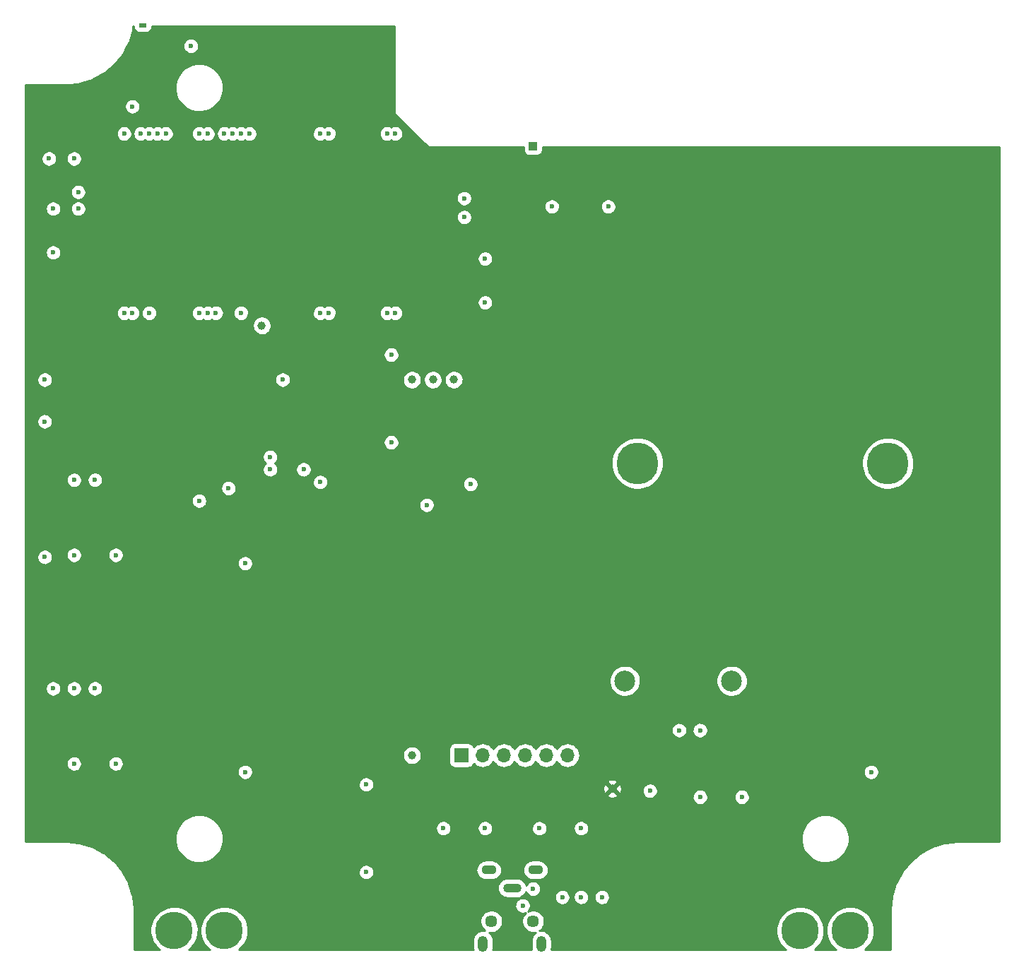
<source format=gbr>
G04 #@! TF.FileFunction,Copper,L3,Inr,Signal*
%FSLAX46Y46*%
G04 Gerber Fmt 4.6, Leading zero omitted, Abs format (unit mm)*
G04 Created by KiCad (PCBNEW 4.0.7-e2-6376~61~ubuntu18.04.1) date Thu Aug  9 16:35:42 2018*
%MOMM*%
%LPD*%
G01*
G04 APERTURE LIST*
%ADD10C,0.100000*%
%ADD11O,1.800000X1.100000*%
%ADD12O,2.200000X1.100000*%
%ADD13R,1.700000X1.700000*%
%ADD14O,1.700000X1.700000*%
%ADD15C,1.000000*%
%ADD16R,0.900000X0.500000*%
%ADD17C,1.450000*%
%ADD18O,1.200000X1.900000*%
%ADD19R,1.000000X1.000000*%
%ADD20C,4.500000*%
%ADD21C,2.500000*%
%ADD22C,5.000000*%
%ADD23C,0.600000*%
%ADD24C,0.254000*%
G04 APERTURE END LIST*
D10*
D11*
X152200000Y-128750000D03*
X157800000Y-128750000D03*
D12*
X155000000Y-130900000D03*
D13*
X148920000Y-115000000D03*
D14*
X151460000Y-115000000D03*
X154000000Y-115000000D03*
X156540000Y-115000000D03*
X159080000Y-115000000D03*
X161620000Y-115000000D03*
D15*
X143000000Y-115000000D03*
X167000000Y-119000000D03*
X145500000Y-70000000D03*
X148000000Y-70000000D03*
X143000000Y-70000000D03*
D16*
X110750000Y-27500000D03*
D15*
X125000000Y-63500000D03*
D17*
X152500000Y-134900000D03*
X157500000Y-134900000D03*
D18*
X151500000Y-137600000D03*
X158500000Y-137600000D03*
D19*
X157500000Y-42000000D03*
D20*
X189500000Y-136000000D03*
X195500000Y-136000000D03*
X114500000Y-136000000D03*
X120500000Y-136000000D03*
D21*
X168500000Y-106100000D03*
X181300000Y-106100000D03*
D22*
X170000000Y-80000000D03*
X200000000Y-80000000D03*
D23*
X100000000Y-49500000D03*
X103000000Y-49500000D03*
X103000000Y-47500000D03*
X109500000Y-37250000D03*
X99500000Y-43500000D03*
X102500000Y-43500000D03*
X116500000Y-30000000D03*
X166500000Y-49250000D03*
X159750000Y-49250000D03*
X151750000Y-55500000D03*
X149250000Y-50500000D03*
X149250000Y-48250000D03*
X127500000Y-70000000D03*
X126000000Y-79250000D03*
X146750000Y-123750000D03*
X151750000Y-123750000D03*
X163250000Y-123750000D03*
X158250000Y-123750000D03*
X132000000Y-82250000D03*
X157500000Y-131000000D03*
X156250000Y-133000000D03*
X137500000Y-129000000D03*
X137500000Y-118500000D03*
X121000000Y-83000000D03*
X117500000Y-84500000D03*
X141000000Y-40500000D03*
X140000000Y-40500000D03*
X133000000Y-40500000D03*
X132000000Y-40500000D03*
X123500000Y-40500000D03*
X108500000Y-40500000D03*
X109500000Y-62000000D03*
X108500000Y-62000000D03*
X122500000Y-62000000D03*
X141000000Y-62000000D03*
X140000000Y-62000000D03*
X132000000Y-62000000D03*
X133000000Y-62000000D03*
X100000000Y-54750000D03*
X99000000Y-70000000D03*
X99000000Y-75000000D03*
X198000000Y-117000000D03*
X182500000Y-120000000D03*
X177500000Y-120000000D03*
X123000000Y-92000000D03*
X102500000Y-91000000D03*
X107500000Y-91000000D03*
X123000000Y-117000000D03*
X102500000Y-116000000D03*
X107500000Y-116000000D03*
X151750000Y-60750000D03*
X140500000Y-77500000D03*
X150000000Y-82500000D03*
X128000000Y-72500000D03*
X112750000Y-75000000D03*
X99250000Y-102000000D03*
X171500000Y-127250000D03*
X137500000Y-123500000D03*
X100000000Y-60250000D03*
X117500000Y-70000000D03*
X121500000Y-62000000D03*
X99000000Y-65000000D03*
X99000000Y-124000000D03*
X139000000Y-65000000D03*
X161000000Y-132000000D03*
X140500000Y-67000000D03*
X121500000Y-40500000D03*
X122500000Y-40500000D03*
X165750000Y-132000000D03*
X120500000Y-40500000D03*
X163250000Y-132000000D03*
X171500000Y-119250000D03*
X113500000Y-40500000D03*
X99000000Y-91250000D03*
X112500000Y-40500000D03*
X118500000Y-40500000D03*
X177500000Y-112000000D03*
X117500000Y-40500000D03*
X175000000Y-112000000D03*
X111500000Y-40500000D03*
X105000000Y-82000000D03*
X110500000Y-40500000D03*
X102500000Y-82000000D03*
X111500000Y-62000000D03*
X144750000Y-85000000D03*
X100000000Y-107000000D03*
X119500000Y-62000000D03*
X130000000Y-80750000D03*
X102500000Y-107000000D03*
X117500000Y-62000000D03*
X126000000Y-80750000D03*
X105000000Y-107000000D03*
X118500000Y-62000000D03*
D24*
G36*
X109661928Y-27750000D02*
X109669992Y-27851121D01*
X109723106Y-28022634D01*
X109821900Y-28172559D01*
X109958550Y-28289025D01*
X110122237Y-28362810D01*
X110300000Y-28388072D01*
X111200000Y-28388072D01*
X111301121Y-28380008D01*
X111472634Y-28326894D01*
X111622559Y-28228100D01*
X111739025Y-28091450D01*
X111812810Y-27927763D01*
X111838072Y-27750000D01*
X111838072Y-27627000D01*
X140873000Y-27627000D01*
X140873000Y-38000000D01*
X140878028Y-38035381D01*
X140892714Y-38067961D01*
X140910197Y-38089803D01*
X144910197Y-42089803D01*
X144938771Y-42111266D01*
X144972193Y-42123918D01*
X145000000Y-42127000D01*
X156361928Y-42127000D01*
X156361928Y-42500000D01*
X156369992Y-42601121D01*
X156423106Y-42772634D01*
X156521900Y-42922559D01*
X156658550Y-43039025D01*
X156822237Y-43112810D01*
X157000000Y-43138072D01*
X158000000Y-43138072D01*
X158101121Y-43130008D01*
X158272634Y-43076894D01*
X158422559Y-42978100D01*
X158539025Y-42841450D01*
X158612810Y-42677763D01*
X158638072Y-42500000D01*
X158638072Y-42127000D01*
X213315000Y-42127000D01*
X213315000Y-125315000D01*
X208500000Y-125315000D01*
X208499877Y-125315012D01*
X208497606Y-125315004D01*
X208445247Y-125315187D01*
X208415478Y-125318211D01*
X208385558Y-125318002D01*
X208376039Y-125318935D01*
X206920314Y-125471939D01*
X206859520Y-125484418D01*
X206798513Y-125496056D01*
X206789357Y-125498820D01*
X205391073Y-125931660D01*
X205333807Y-125955732D01*
X205276275Y-125978977D01*
X205267835Y-125983465D01*
X205267830Y-125983467D01*
X205267826Y-125983470D01*
X203980250Y-126679659D01*
X203928787Y-126714371D01*
X203876830Y-126748371D01*
X203869418Y-126754416D01*
X202741584Y-127687441D01*
X202697836Y-127731495D01*
X202653478Y-127774934D01*
X202647382Y-127782303D01*
X201722254Y-128916623D01*
X201687903Y-128968326D01*
X201652821Y-129019562D01*
X201648272Y-129027975D01*
X200961086Y-130320384D01*
X200937418Y-130377806D01*
X200912970Y-130434849D01*
X200910141Y-130443985D01*
X200487072Y-131845255D01*
X200475007Y-131906188D01*
X200462105Y-131966886D01*
X200461105Y-131976398D01*
X200318269Y-133433156D01*
X200318269Y-133461889D01*
X200315067Y-133490436D01*
X200315000Y-133500000D01*
X200315000Y-138315000D01*
X197236577Y-138315000D01*
X197284777Y-138284411D01*
X197694498Y-137894240D01*
X198020630Y-137431917D01*
X198250753Y-136915054D01*
X198376100Y-136363336D01*
X198385123Y-135717111D01*
X198275230Y-135162109D01*
X198059629Y-134639021D01*
X197746532Y-134167773D01*
X197347866Y-133766314D01*
X196878815Y-133449935D01*
X196357246Y-133230687D01*
X195803024Y-133116922D01*
X195237260Y-133112972D01*
X194681504Y-133218988D01*
X194156924Y-133430932D01*
X193683501Y-133740731D01*
X193279269Y-134136585D01*
X192959623Y-134603416D01*
X192736739Y-135123442D01*
X192619108Y-135676856D01*
X192611208Y-136242579D01*
X192713342Y-136799061D01*
X192921618Y-137325108D01*
X193228105Y-137800682D01*
X193621127Y-138207668D01*
X193775558Y-138315000D01*
X191236577Y-138315000D01*
X191284777Y-138284411D01*
X191694498Y-137894240D01*
X192020630Y-137431917D01*
X192250753Y-136915054D01*
X192376100Y-136363336D01*
X192385123Y-135717111D01*
X192275230Y-135162109D01*
X192059629Y-134639021D01*
X191746532Y-134167773D01*
X191347866Y-133766314D01*
X190878815Y-133449935D01*
X190357246Y-133230687D01*
X189803024Y-133116922D01*
X189237260Y-133112972D01*
X188681504Y-133218988D01*
X188156924Y-133430932D01*
X187683501Y-133740731D01*
X187279269Y-134136585D01*
X186959623Y-134603416D01*
X186736739Y-135123442D01*
X186619108Y-135676856D01*
X186611208Y-136242579D01*
X186713342Y-136799061D01*
X186921618Y-137325108D01*
X187228105Y-137800682D01*
X187621127Y-138207668D01*
X187775558Y-138315000D01*
X159676113Y-138315000D01*
X159708012Y-138214440D01*
X159734880Y-137974912D01*
X159735000Y-137957669D01*
X159735000Y-137242331D01*
X159711480Y-137002452D01*
X159641814Y-136771709D01*
X159528658Y-136558892D01*
X159376320Y-136372108D01*
X159190603Y-136218470D01*
X158978582Y-136103830D01*
X158748331Y-136032556D01*
X158508622Y-136007361D01*
X158268584Y-136029206D01*
X158250521Y-136034522D01*
X158341351Y-135976880D01*
X158534494Y-135792952D01*
X158688234Y-135575011D01*
X158796715Y-135331360D01*
X158855804Y-135071278D01*
X158860058Y-134766645D01*
X158808254Y-134505015D01*
X158706619Y-134258430D01*
X158559024Y-134036281D01*
X158371091Y-133847032D01*
X158149979Y-133697890D01*
X157904109Y-133594536D01*
X157642847Y-133540906D01*
X157376143Y-133539044D01*
X157114158Y-133589021D01*
X156893894Y-133678013D01*
X156961215Y-133613904D01*
X157066911Y-133464070D01*
X157141492Y-133296560D01*
X157182116Y-133117754D01*
X157185040Y-132908319D01*
X157149425Y-132728448D01*
X157079550Y-132558920D01*
X156978079Y-132406193D01*
X156848875Y-132276084D01*
X156696860Y-132173549D01*
X156527825Y-132102493D01*
X156411510Y-132078617D01*
X160063771Y-132078617D01*
X160096872Y-132258968D01*
X160164372Y-132429454D01*
X160263701Y-132583583D01*
X160391076Y-132715484D01*
X160541644Y-132820131D01*
X160709671Y-132893540D01*
X160888757Y-132932915D01*
X161072079Y-132936755D01*
X161252657Y-132904914D01*
X161423610Y-132838606D01*
X161578429Y-132740355D01*
X161711215Y-132613904D01*
X161816911Y-132464070D01*
X161891492Y-132296560D01*
X161932116Y-132117754D01*
X161932662Y-132078617D01*
X162313771Y-132078617D01*
X162346872Y-132258968D01*
X162414372Y-132429454D01*
X162513701Y-132583583D01*
X162641076Y-132715484D01*
X162791644Y-132820131D01*
X162959671Y-132893540D01*
X163138757Y-132932915D01*
X163322079Y-132936755D01*
X163502657Y-132904914D01*
X163673610Y-132838606D01*
X163828429Y-132740355D01*
X163961215Y-132613904D01*
X164066911Y-132464070D01*
X164141492Y-132296560D01*
X164182116Y-132117754D01*
X164182662Y-132078617D01*
X164813771Y-132078617D01*
X164846872Y-132258968D01*
X164914372Y-132429454D01*
X165013701Y-132583583D01*
X165141076Y-132715484D01*
X165291644Y-132820131D01*
X165459671Y-132893540D01*
X165638757Y-132932915D01*
X165822079Y-132936755D01*
X166002657Y-132904914D01*
X166173610Y-132838606D01*
X166328429Y-132740355D01*
X166461215Y-132613904D01*
X166566911Y-132464070D01*
X166641492Y-132296560D01*
X166682116Y-132117754D01*
X166685040Y-131908319D01*
X166649425Y-131728448D01*
X166579550Y-131558920D01*
X166478079Y-131406193D01*
X166348875Y-131276084D01*
X166196860Y-131173549D01*
X166027825Y-131102493D01*
X165848207Y-131065623D01*
X165664849Y-131064343D01*
X165484733Y-131098701D01*
X165314722Y-131167390D01*
X165161291Y-131267793D01*
X165030283Y-131396086D01*
X164926689Y-131547381D01*
X164854454Y-131715916D01*
X164816331Y-131895272D01*
X164813771Y-132078617D01*
X164182662Y-132078617D01*
X164185040Y-131908319D01*
X164149425Y-131728448D01*
X164079550Y-131558920D01*
X163978079Y-131406193D01*
X163848875Y-131276084D01*
X163696860Y-131173549D01*
X163527825Y-131102493D01*
X163348207Y-131065623D01*
X163164849Y-131064343D01*
X162984733Y-131098701D01*
X162814722Y-131167390D01*
X162661291Y-131267793D01*
X162530283Y-131396086D01*
X162426689Y-131547381D01*
X162354454Y-131715916D01*
X162316331Y-131895272D01*
X162313771Y-132078617D01*
X161932662Y-132078617D01*
X161935040Y-131908319D01*
X161899425Y-131728448D01*
X161829550Y-131558920D01*
X161728079Y-131406193D01*
X161598875Y-131276084D01*
X161446860Y-131173549D01*
X161277825Y-131102493D01*
X161098207Y-131065623D01*
X160914849Y-131064343D01*
X160734733Y-131098701D01*
X160564722Y-131167390D01*
X160411291Y-131267793D01*
X160280283Y-131396086D01*
X160176689Y-131547381D01*
X160104454Y-131715916D01*
X160066331Y-131895272D01*
X160063771Y-132078617D01*
X156411510Y-132078617D01*
X156348207Y-132065623D01*
X156164849Y-132064343D01*
X155984733Y-132098701D01*
X155814722Y-132167390D01*
X155661291Y-132267793D01*
X155530283Y-132396086D01*
X155426689Y-132547381D01*
X155354454Y-132715916D01*
X155316331Y-132895272D01*
X155313771Y-133078617D01*
X155346872Y-133258968D01*
X155414372Y-133429454D01*
X155513701Y-133583583D01*
X155641076Y-133715484D01*
X155791644Y-133820131D01*
X155959671Y-133893540D01*
X156138757Y-133932915D01*
X156322079Y-133936755D01*
X156502657Y-133904914D01*
X156617932Y-133860202D01*
X156453139Y-134021579D01*
X156302457Y-134241645D01*
X156197389Y-134486787D01*
X156141937Y-134747669D01*
X156138213Y-135014352D01*
X156186359Y-135276680D01*
X156284541Y-135524661D01*
X156429020Y-135748848D01*
X156614292Y-135940703D01*
X156833301Y-136092918D01*
X157077704Y-136199695D01*
X157338192Y-136256967D01*
X157604843Y-136262552D01*
X157799823Y-136228172D01*
X157635916Y-136359957D01*
X157480985Y-136544597D01*
X157364868Y-136755813D01*
X157291988Y-136985560D01*
X157265120Y-137225088D01*
X157265000Y-137242331D01*
X157265000Y-137957669D01*
X157288520Y-138197548D01*
X157323981Y-138315000D01*
X152676113Y-138315000D01*
X152708012Y-138214440D01*
X152734880Y-137974912D01*
X152735000Y-137957669D01*
X152735000Y-137242331D01*
X152711480Y-137002452D01*
X152641814Y-136771709D01*
X152528658Y-136558892D01*
X152376320Y-136372108D01*
X152200559Y-136226706D01*
X152338192Y-136256967D01*
X152604843Y-136262552D01*
X152867500Y-136216239D01*
X153116160Y-136119790D01*
X153341351Y-135976880D01*
X153534494Y-135792952D01*
X153688234Y-135575011D01*
X153796715Y-135331360D01*
X153855804Y-135071278D01*
X153860058Y-134766645D01*
X153808254Y-134505015D01*
X153706619Y-134258430D01*
X153559024Y-134036281D01*
X153371091Y-133847032D01*
X153149979Y-133697890D01*
X152904109Y-133594536D01*
X152642847Y-133540906D01*
X152376143Y-133539044D01*
X152114158Y-133589021D01*
X151866869Y-133688932D01*
X151643696Y-133834972D01*
X151453139Y-134021579D01*
X151302457Y-134241645D01*
X151197389Y-134486787D01*
X151141937Y-134747669D01*
X151138213Y-135014352D01*
X151186359Y-135276680D01*
X151284541Y-135524661D01*
X151429020Y-135748848D01*
X151614292Y-135940703D01*
X151746116Y-136032323D01*
X151508622Y-136007361D01*
X151268584Y-136029206D01*
X151037361Y-136097259D01*
X150823759Y-136208927D01*
X150635916Y-136359957D01*
X150480985Y-136544597D01*
X150364868Y-136755813D01*
X150291988Y-136985560D01*
X150265120Y-137225088D01*
X150265000Y-137242331D01*
X150265000Y-137957669D01*
X150288520Y-138197548D01*
X150323981Y-138315000D01*
X122236577Y-138315000D01*
X122284777Y-138284411D01*
X122694498Y-137894240D01*
X123020630Y-137431917D01*
X123250753Y-136915054D01*
X123376100Y-136363336D01*
X123385123Y-135717111D01*
X123275230Y-135162109D01*
X123059629Y-134639021D01*
X122746532Y-134167773D01*
X122347866Y-133766314D01*
X121878815Y-133449935D01*
X121357246Y-133230687D01*
X120803024Y-133116922D01*
X120237260Y-133112972D01*
X119681504Y-133218988D01*
X119156924Y-133430932D01*
X118683501Y-133740731D01*
X118279269Y-134136585D01*
X117959623Y-134603416D01*
X117736739Y-135123442D01*
X117619108Y-135676856D01*
X117611208Y-136242579D01*
X117713342Y-136799061D01*
X117921618Y-137325108D01*
X118228105Y-137800682D01*
X118621127Y-138207668D01*
X118775558Y-138315000D01*
X116236577Y-138315000D01*
X116284777Y-138284411D01*
X116694498Y-137894240D01*
X117020630Y-137431917D01*
X117250753Y-136915054D01*
X117376100Y-136363336D01*
X117385123Y-135717111D01*
X117275230Y-135162109D01*
X117059629Y-134639021D01*
X116746532Y-134167773D01*
X116347866Y-133766314D01*
X115878815Y-133449935D01*
X115357246Y-133230687D01*
X114803024Y-133116922D01*
X114237260Y-133112972D01*
X113681504Y-133218988D01*
X113156924Y-133430932D01*
X112683501Y-133740731D01*
X112279269Y-134136585D01*
X111959623Y-134603416D01*
X111736739Y-135123442D01*
X111619108Y-135676856D01*
X111611208Y-136242579D01*
X111713342Y-136799061D01*
X111921618Y-137325108D01*
X112228105Y-137800682D01*
X112621127Y-138207668D01*
X112775558Y-138315000D01*
X109685000Y-138315000D01*
X109685000Y-133500000D01*
X109684988Y-133499877D01*
X109684996Y-133497606D01*
X109684813Y-133445247D01*
X109681789Y-133415478D01*
X109681998Y-133385558D01*
X109681065Y-133376039D01*
X109528061Y-131920314D01*
X109515582Y-131859520D01*
X109503944Y-131798513D01*
X109501180Y-131789357D01*
X109223318Y-130891727D01*
X153256634Y-130891727D01*
X153277595Y-131122047D01*
X153342892Y-131343909D01*
X153450039Y-131548862D01*
X153594955Y-131729101D01*
X153772119Y-131877759D01*
X153974784Y-131989175D01*
X154195230Y-132059105D01*
X154425060Y-132084884D01*
X154441605Y-132085000D01*
X155558395Y-132085000D01*
X155788563Y-132062432D01*
X156009963Y-131995587D01*
X156214164Y-131887012D01*
X156393387Y-131740841D01*
X156540805Y-131562644D01*
X156642580Y-131374414D01*
X156664372Y-131429454D01*
X156763701Y-131583583D01*
X156891076Y-131715484D01*
X157041644Y-131820131D01*
X157209671Y-131893540D01*
X157388757Y-131932915D01*
X157572079Y-131936755D01*
X157752657Y-131904914D01*
X157923610Y-131838606D01*
X158078429Y-131740355D01*
X158211215Y-131613904D01*
X158316911Y-131464070D01*
X158391492Y-131296560D01*
X158432116Y-131117754D01*
X158435040Y-130908319D01*
X158399425Y-130728448D01*
X158329550Y-130558920D01*
X158228079Y-130406193D01*
X158098875Y-130276084D01*
X157946860Y-130173549D01*
X157777825Y-130102493D01*
X157598207Y-130065623D01*
X157414849Y-130064343D01*
X157234733Y-130098701D01*
X157064722Y-130167390D01*
X156911291Y-130267793D01*
X156780283Y-130396086D01*
X156681785Y-130539938D01*
X156657108Y-130456091D01*
X156549961Y-130251138D01*
X156405045Y-130070899D01*
X156227881Y-129922241D01*
X156025216Y-129810825D01*
X155804770Y-129740895D01*
X155574940Y-129715116D01*
X155558395Y-129715000D01*
X154441605Y-129715000D01*
X154211437Y-129737568D01*
X153990037Y-129804413D01*
X153785836Y-129912988D01*
X153606613Y-130059159D01*
X153459195Y-130237356D01*
X153349197Y-130440794D01*
X153280808Y-130661723D01*
X153256634Y-130891727D01*
X109223318Y-130891727D01*
X109068340Y-130391073D01*
X109044268Y-130333807D01*
X109021023Y-130276275D01*
X109016533Y-130267831D01*
X109016533Y-130267830D01*
X109016530Y-130267826D01*
X108373528Y-129078617D01*
X136563771Y-129078617D01*
X136596872Y-129258968D01*
X136664372Y-129429454D01*
X136763701Y-129583583D01*
X136891076Y-129715484D01*
X137041644Y-129820131D01*
X137209671Y-129893540D01*
X137388757Y-129932915D01*
X137572079Y-129936755D01*
X137752657Y-129904914D01*
X137923610Y-129838606D01*
X138078429Y-129740355D01*
X138211215Y-129613904D01*
X138316911Y-129464070D01*
X138391492Y-129296560D01*
X138432116Y-129117754D01*
X138435040Y-128908319D01*
X138402055Y-128741727D01*
X150657602Y-128741727D01*
X150678563Y-128972047D01*
X150743860Y-129193909D01*
X150851007Y-129398862D01*
X150995923Y-129579101D01*
X151173087Y-129727759D01*
X151375752Y-129839175D01*
X151596198Y-129909105D01*
X151826028Y-129934884D01*
X151842573Y-129935000D01*
X152557427Y-129935000D01*
X152787595Y-129912432D01*
X153008995Y-129845587D01*
X153213196Y-129737012D01*
X153392419Y-129590841D01*
X153539837Y-129412644D01*
X153649835Y-129209206D01*
X153718224Y-128988277D01*
X153742398Y-128758273D01*
X153740893Y-128741727D01*
X156257602Y-128741727D01*
X156278563Y-128972047D01*
X156343860Y-129193909D01*
X156451007Y-129398862D01*
X156595923Y-129579101D01*
X156773087Y-129727759D01*
X156975752Y-129839175D01*
X157196198Y-129909105D01*
X157426028Y-129934884D01*
X157442573Y-129935000D01*
X158157427Y-129935000D01*
X158387595Y-129912432D01*
X158608995Y-129845587D01*
X158813196Y-129737012D01*
X158992419Y-129590841D01*
X159139837Y-129412644D01*
X159249835Y-129209206D01*
X159318224Y-128988277D01*
X159342398Y-128758273D01*
X159321437Y-128527953D01*
X159256140Y-128306091D01*
X159148993Y-128101138D01*
X159004077Y-127920899D01*
X158826913Y-127772241D01*
X158624248Y-127660825D01*
X158403802Y-127590895D01*
X158173972Y-127565116D01*
X158157427Y-127565000D01*
X157442573Y-127565000D01*
X157212405Y-127587568D01*
X156991005Y-127654413D01*
X156786804Y-127762988D01*
X156607581Y-127909159D01*
X156460163Y-128087356D01*
X156350165Y-128290794D01*
X156281776Y-128511723D01*
X156257602Y-128741727D01*
X153740893Y-128741727D01*
X153721437Y-128527953D01*
X153656140Y-128306091D01*
X153548993Y-128101138D01*
X153404077Y-127920899D01*
X153226913Y-127772241D01*
X153024248Y-127660825D01*
X152803802Y-127590895D01*
X152573972Y-127565116D01*
X152557427Y-127565000D01*
X151842573Y-127565000D01*
X151612405Y-127587568D01*
X151391005Y-127654413D01*
X151186804Y-127762988D01*
X151007581Y-127909159D01*
X150860163Y-128087356D01*
X150750165Y-128290794D01*
X150681776Y-128511723D01*
X150657602Y-128741727D01*
X138402055Y-128741727D01*
X138399425Y-128728448D01*
X138329550Y-128558920D01*
X138228079Y-128406193D01*
X138098875Y-128276084D01*
X137946860Y-128173549D01*
X137777825Y-128102493D01*
X137598207Y-128065623D01*
X137414849Y-128064343D01*
X137234733Y-128098701D01*
X137064722Y-128167390D01*
X136911291Y-128267793D01*
X136780283Y-128396086D01*
X136676689Y-128547381D01*
X136604454Y-128715916D01*
X136566331Y-128895272D01*
X136563771Y-129078617D01*
X108373528Y-129078617D01*
X108320341Y-128980250D01*
X108285629Y-128928787D01*
X108251629Y-128876830D01*
X108245584Y-128869418D01*
X107312559Y-127741584D01*
X107268505Y-127697836D01*
X107225066Y-127653478D01*
X107217697Y-127647382D01*
X106083377Y-126722254D01*
X106031674Y-126687903D01*
X105980438Y-126652821D01*
X105972025Y-126648272D01*
X104679616Y-125961086D01*
X104622194Y-125937418D01*
X104565151Y-125912970D01*
X104556015Y-125910141D01*
X103154745Y-125487072D01*
X103093812Y-125475007D01*
X103033114Y-125462105D01*
X103023602Y-125461105D01*
X101566844Y-125318269D01*
X101538111Y-125318269D01*
X101509564Y-125315067D01*
X101500000Y-125315000D01*
X96685000Y-125315000D01*
X96685000Y-125242579D01*
X114611208Y-125242579D01*
X114713342Y-125799061D01*
X114921618Y-126325108D01*
X115228105Y-126800682D01*
X115621127Y-127207668D01*
X116085715Y-127530565D01*
X116604172Y-127757074D01*
X117156752Y-127878566D01*
X117722405Y-127890415D01*
X118279588Y-127792169D01*
X118807076Y-127587570D01*
X119284777Y-127284411D01*
X119694498Y-126894240D01*
X120020630Y-126431917D01*
X120250753Y-125915054D01*
X120376100Y-125363336D01*
X120377786Y-125242579D01*
X189611208Y-125242579D01*
X189713342Y-125799061D01*
X189921618Y-126325108D01*
X190228105Y-126800682D01*
X190621127Y-127207668D01*
X191085715Y-127530565D01*
X191604172Y-127757074D01*
X192156752Y-127878566D01*
X192722405Y-127890415D01*
X193279588Y-127792169D01*
X193807076Y-127587570D01*
X194284777Y-127284411D01*
X194694498Y-126894240D01*
X195020630Y-126431917D01*
X195250753Y-125915054D01*
X195376100Y-125363336D01*
X195385123Y-124717111D01*
X195275230Y-124162109D01*
X195059629Y-123639021D01*
X194746532Y-123167773D01*
X194347866Y-122766314D01*
X193878815Y-122449935D01*
X193357246Y-122230687D01*
X192803024Y-122116922D01*
X192237260Y-122112972D01*
X191681504Y-122218988D01*
X191156924Y-122430932D01*
X190683501Y-122740731D01*
X190279269Y-123136585D01*
X189959623Y-123603416D01*
X189736739Y-124123442D01*
X189619108Y-124676856D01*
X189611208Y-125242579D01*
X120377786Y-125242579D01*
X120385123Y-124717111D01*
X120275230Y-124162109D01*
X120137775Y-123828617D01*
X145813771Y-123828617D01*
X145846872Y-124008968D01*
X145914372Y-124179454D01*
X146013701Y-124333583D01*
X146141076Y-124465484D01*
X146291644Y-124570131D01*
X146459671Y-124643540D01*
X146638757Y-124682915D01*
X146822079Y-124686755D01*
X147002657Y-124654914D01*
X147173610Y-124588606D01*
X147328429Y-124490355D01*
X147461215Y-124363904D01*
X147566911Y-124214070D01*
X147641492Y-124046560D01*
X147682116Y-123867754D01*
X147682662Y-123828617D01*
X150813771Y-123828617D01*
X150846872Y-124008968D01*
X150914372Y-124179454D01*
X151013701Y-124333583D01*
X151141076Y-124465484D01*
X151291644Y-124570131D01*
X151459671Y-124643540D01*
X151638757Y-124682915D01*
X151822079Y-124686755D01*
X152002657Y-124654914D01*
X152173610Y-124588606D01*
X152328429Y-124490355D01*
X152461215Y-124363904D01*
X152566911Y-124214070D01*
X152641492Y-124046560D01*
X152682116Y-123867754D01*
X152682662Y-123828617D01*
X157313771Y-123828617D01*
X157346872Y-124008968D01*
X157414372Y-124179454D01*
X157513701Y-124333583D01*
X157641076Y-124465484D01*
X157791644Y-124570131D01*
X157959671Y-124643540D01*
X158138757Y-124682915D01*
X158322079Y-124686755D01*
X158502657Y-124654914D01*
X158673610Y-124588606D01*
X158828429Y-124490355D01*
X158961215Y-124363904D01*
X159066911Y-124214070D01*
X159141492Y-124046560D01*
X159182116Y-123867754D01*
X159182662Y-123828617D01*
X162313771Y-123828617D01*
X162346872Y-124008968D01*
X162414372Y-124179454D01*
X162513701Y-124333583D01*
X162641076Y-124465484D01*
X162791644Y-124570131D01*
X162959671Y-124643540D01*
X163138757Y-124682915D01*
X163322079Y-124686755D01*
X163502657Y-124654914D01*
X163673610Y-124588606D01*
X163828429Y-124490355D01*
X163961215Y-124363904D01*
X164066911Y-124214070D01*
X164141492Y-124046560D01*
X164182116Y-123867754D01*
X164185040Y-123658319D01*
X164149425Y-123478448D01*
X164079550Y-123308920D01*
X163978079Y-123156193D01*
X163848875Y-123026084D01*
X163696860Y-122923549D01*
X163527825Y-122852493D01*
X163348207Y-122815623D01*
X163164849Y-122814343D01*
X162984733Y-122848701D01*
X162814722Y-122917390D01*
X162661291Y-123017793D01*
X162530283Y-123146086D01*
X162426689Y-123297381D01*
X162354454Y-123465916D01*
X162316331Y-123645272D01*
X162313771Y-123828617D01*
X159182662Y-123828617D01*
X159185040Y-123658319D01*
X159149425Y-123478448D01*
X159079550Y-123308920D01*
X158978079Y-123156193D01*
X158848875Y-123026084D01*
X158696860Y-122923549D01*
X158527825Y-122852493D01*
X158348207Y-122815623D01*
X158164849Y-122814343D01*
X157984733Y-122848701D01*
X157814722Y-122917390D01*
X157661291Y-123017793D01*
X157530283Y-123146086D01*
X157426689Y-123297381D01*
X157354454Y-123465916D01*
X157316331Y-123645272D01*
X157313771Y-123828617D01*
X152682662Y-123828617D01*
X152685040Y-123658319D01*
X152649425Y-123478448D01*
X152579550Y-123308920D01*
X152478079Y-123156193D01*
X152348875Y-123026084D01*
X152196860Y-122923549D01*
X152027825Y-122852493D01*
X151848207Y-122815623D01*
X151664849Y-122814343D01*
X151484733Y-122848701D01*
X151314722Y-122917390D01*
X151161291Y-123017793D01*
X151030283Y-123146086D01*
X150926689Y-123297381D01*
X150854454Y-123465916D01*
X150816331Y-123645272D01*
X150813771Y-123828617D01*
X147682662Y-123828617D01*
X147685040Y-123658319D01*
X147649425Y-123478448D01*
X147579550Y-123308920D01*
X147478079Y-123156193D01*
X147348875Y-123026084D01*
X147196860Y-122923549D01*
X147027825Y-122852493D01*
X146848207Y-122815623D01*
X146664849Y-122814343D01*
X146484733Y-122848701D01*
X146314722Y-122917390D01*
X146161291Y-123017793D01*
X146030283Y-123146086D01*
X145926689Y-123297381D01*
X145854454Y-123465916D01*
X145816331Y-123645272D01*
X145813771Y-123828617D01*
X120137775Y-123828617D01*
X120059629Y-123639021D01*
X119746532Y-123167773D01*
X119347866Y-122766314D01*
X118878815Y-122449935D01*
X118357246Y-122230687D01*
X117803024Y-122116922D01*
X117237260Y-122112972D01*
X116681504Y-122218988D01*
X116156924Y-122430932D01*
X115683501Y-122740731D01*
X115279269Y-123136585D01*
X114959623Y-123603416D01*
X114736739Y-124123442D01*
X114619108Y-124676856D01*
X114611208Y-125242579D01*
X96685000Y-125242579D01*
X96685000Y-119778166D01*
X166401439Y-119778166D01*
X166436550Y-119991588D01*
X166640826Y-120082458D01*
X166858905Y-120131731D01*
X167082406Y-120137511D01*
X167302740Y-120099577D01*
X167511440Y-120019387D01*
X167563450Y-119991588D01*
X167598561Y-119778166D01*
X167000000Y-119179605D01*
X166401439Y-119778166D01*
X96685000Y-119778166D01*
X96685000Y-118578617D01*
X136563771Y-118578617D01*
X136596872Y-118758968D01*
X136664372Y-118929454D01*
X136763701Y-119083583D01*
X136891076Y-119215484D01*
X137041644Y-119320131D01*
X137209671Y-119393540D01*
X137388757Y-119432915D01*
X137572079Y-119436755D01*
X137752657Y-119404914D01*
X137923610Y-119338606D01*
X138078429Y-119240355D01*
X138211215Y-119113904D01*
X138233434Y-119082406D01*
X165862489Y-119082406D01*
X165900423Y-119302740D01*
X165980613Y-119511440D01*
X166008412Y-119563450D01*
X166221834Y-119598561D01*
X166820395Y-119000000D01*
X167179605Y-119000000D01*
X167778166Y-119598561D01*
X167991588Y-119563450D01*
X168082458Y-119359174D01*
X168089362Y-119328617D01*
X170563771Y-119328617D01*
X170596872Y-119508968D01*
X170664372Y-119679454D01*
X170763701Y-119833583D01*
X170891076Y-119965484D01*
X171041644Y-120070131D01*
X171209671Y-120143540D01*
X171388757Y-120182915D01*
X171572079Y-120186755D01*
X171752657Y-120154914D01*
X171923610Y-120088606D01*
X171939350Y-120078617D01*
X176563771Y-120078617D01*
X176596872Y-120258968D01*
X176664372Y-120429454D01*
X176763701Y-120583583D01*
X176891076Y-120715484D01*
X177041644Y-120820131D01*
X177209671Y-120893540D01*
X177388757Y-120932915D01*
X177572079Y-120936755D01*
X177752657Y-120904914D01*
X177923610Y-120838606D01*
X178078429Y-120740355D01*
X178211215Y-120613904D01*
X178316911Y-120464070D01*
X178391492Y-120296560D01*
X178432116Y-120117754D01*
X178432662Y-120078617D01*
X181563771Y-120078617D01*
X181596872Y-120258968D01*
X181664372Y-120429454D01*
X181763701Y-120583583D01*
X181891076Y-120715484D01*
X182041644Y-120820131D01*
X182209671Y-120893540D01*
X182388757Y-120932915D01*
X182572079Y-120936755D01*
X182752657Y-120904914D01*
X182923610Y-120838606D01*
X183078429Y-120740355D01*
X183211215Y-120613904D01*
X183316911Y-120464070D01*
X183391492Y-120296560D01*
X183432116Y-120117754D01*
X183435040Y-119908319D01*
X183399425Y-119728448D01*
X183329550Y-119558920D01*
X183228079Y-119406193D01*
X183098875Y-119276084D01*
X182946860Y-119173549D01*
X182777825Y-119102493D01*
X182598207Y-119065623D01*
X182414849Y-119064343D01*
X182234733Y-119098701D01*
X182064722Y-119167390D01*
X181911291Y-119267793D01*
X181780283Y-119396086D01*
X181676689Y-119547381D01*
X181604454Y-119715916D01*
X181566331Y-119895272D01*
X181563771Y-120078617D01*
X178432662Y-120078617D01*
X178435040Y-119908319D01*
X178399425Y-119728448D01*
X178329550Y-119558920D01*
X178228079Y-119406193D01*
X178098875Y-119276084D01*
X177946860Y-119173549D01*
X177777825Y-119102493D01*
X177598207Y-119065623D01*
X177414849Y-119064343D01*
X177234733Y-119098701D01*
X177064722Y-119167390D01*
X176911291Y-119267793D01*
X176780283Y-119396086D01*
X176676689Y-119547381D01*
X176604454Y-119715916D01*
X176566331Y-119895272D01*
X176563771Y-120078617D01*
X171939350Y-120078617D01*
X172078429Y-119990355D01*
X172211215Y-119863904D01*
X172316911Y-119714070D01*
X172391492Y-119546560D01*
X172432116Y-119367754D01*
X172435040Y-119158319D01*
X172399425Y-118978448D01*
X172329550Y-118808920D01*
X172228079Y-118656193D01*
X172098875Y-118526084D01*
X171946860Y-118423549D01*
X171777825Y-118352493D01*
X171598207Y-118315623D01*
X171414849Y-118314343D01*
X171234733Y-118348701D01*
X171064722Y-118417390D01*
X170911291Y-118517793D01*
X170780283Y-118646086D01*
X170676689Y-118797381D01*
X170604454Y-118965916D01*
X170566331Y-119145272D01*
X170563771Y-119328617D01*
X168089362Y-119328617D01*
X168131731Y-119141095D01*
X168137511Y-118917594D01*
X168099577Y-118697260D01*
X168019387Y-118488560D01*
X167991588Y-118436550D01*
X167778166Y-118401439D01*
X167179605Y-119000000D01*
X166820395Y-119000000D01*
X166221834Y-118401439D01*
X166008412Y-118436550D01*
X165917542Y-118640826D01*
X165868269Y-118858905D01*
X165862489Y-119082406D01*
X138233434Y-119082406D01*
X138316911Y-118964070D01*
X138391492Y-118796560D01*
X138432116Y-118617754D01*
X138435040Y-118408319D01*
X138399425Y-118228448D01*
X138396699Y-118221834D01*
X166401439Y-118221834D01*
X167000000Y-118820395D01*
X167598561Y-118221834D01*
X167563450Y-118008412D01*
X167359174Y-117917542D01*
X167141095Y-117868269D01*
X166917594Y-117862489D01*
X166697260Y-117900423D01*
X166488560Y-117980613D01*
X166436550Y-118008412D01*
X166401439Y-118221834D01*
X138396699Y-118221834D01*
X138329550Y-118058920D01*
X138228079Y-117906193D01*
X138098875Y-117776084D01*
X137946860Y-117673549D01*
X137777825Y-117602493D01*
X137598207Y-117565623D01*
X137414849Y-117564343D01*
X137234733Y-117598701D01*
X137064722Y-117667390D01*
X136911291Y-117767793D01*
X136780283Y-117896086D01*
X136676689Y-118047381D01*
X136604454Y-118215916D01*
X136566331Y-118395272D01*
X136563771Y-118578617D01*
X96685000Y-118578617D01*
X96685000Y-117078617D01*
X122063771Y-117078617D01*
X122096872Y-117258968D01*
X122164372Y-117429454D01*
X122263701Y-117583583D01*
X122391076Y-117715484D01*
X122541644Y-117820131D01*
X122709671Y-117893540D01*
X122888757Y-117932915D01*
X123072079Y-117936755D01*
X123252657Y-117904914D01*
X123423610Y-117838606D01*
X123578429Y-117740355D01*
X123711215Y-117613904D01*
X123816911Y-117464070D01*
X123891492Y-117296560D01*
X123932116Y-117117754D01*
X123932662Y-117078617D01*
X197063771Y-117078617D01*
X197096872Y-117258968D01*
X197164372Y-117429454D01*
X197263701Y-117583583D01*
X197391076Y-117715484D01*
X197541644Y-117820131D01*
X197709671Y-117893540D01*
X197888757Y-117932915D01*
X198072079Y-117936755D01*
X198252657Y-117904914D01*
X198423610Y-117838606D01*
X198578429Y-117740355D01*
X198711215Y-117613904D01*
X198816911Y-117464070D01*
X198891492Y-117296560D01*
X198932116Y-117117754D01*
X198935040Y-116908319D01*
X198899425Y-116728448D01*
X198829550Y-116558920D01*
X198728079Y-116406193D01*
X198598875Y-116276084D01*
X198446860Y-116173549D01*
X198277825Y-116102493D01*
X198098207Y-116065623D01*
X197914849Y-116064343D01*
X197734733Y-116098701D01*
X197564722Y-116167390D01*
X197411291Y-116267793D01*
X197280283Y-116396086D01*
X197176689Y-116547381D01*
X197104454Y-116715916D01*
X197066331Y-116895272D01*
X197063771Y-117078617D01*
X123932662Y-117078617D01*
X123935040Y-116908319D01*
X123899425Y-116728448D01*
X123829550Y-116558920D01*
X123728079Y-116406193D01*
X123598875Y-116276084D01*
X123446860Y-116173549D01*
X123277825Y-116102493D01*
X123098207Y-116065623D01*
X122914849Y-116064343D01*
X122734733Y-116098701D01*
X122564722Y-116167390D01*
X122411291Y-116267793D01*
X122280283Y-116396086D01*
X122176689Y-116547381D01*
X122104454Y-116715916D01*
X122066331Y-116895272D01*
X122063771Y-117078617D01*
X96685000Y-117078617D01*
X96685000Y-116078617D01*
X101563771Y-116078617D01*
X101596872Y-116258968D01*
X101664372Y-116429454D01*
X101763701Y-116583583D01*
X101891076Y-116715484D01*
X102041644Y-116820131D01*
X102209671Y-116893540D01*
X102388757Y-116932915D01*
X102572079Y-116936755D01*
X102752657Y-116904914D01*
X102923610Y-116838606D01*
X103078429Y-116740355D01*
X103211215Y-116613904D01*
X103316911Y-116464070D01*
X103391492Y-116296560D01*
X103432116Y-116117754D01*
X103432662Y-116078617D01*
X106563771Y-116078617D01*
X106596872Y-116258968D01*
X106664372Y-116429454D01*
X106763701Y-116583583D01*
X106891076Y-116715484D01*
X107041644Y-116820131D01*
X107209671Y-116893540D01*
X107388757Y-116932915D01*
X107572079Y-116936755D01*
X107752657Y-116904914D01*
X107923610Y-116838606D01*
X108078429Y-116740355D01*
X108211215Y-116613904D01*
X108316911Y-116464070D01*
X108391492Y-116296560D01*
X108432116Y-116117754D01*
X108435040Y-115908319D01*
X108399425Y-115728448D01*
X108329550Y-115558920D01*
X108228079Y-115406193D01*
X108098875Y-115276084D01*
X107946860Y-115173549D01*
X107777825Y-115102493D01*
X107743436Y-115095434D01*
X141863508Y-115095434D01*
X141903689Y-115314362D01*
X141985628Y-115521317D01*
X142106204Y-115708414D01*
X142260824Y-115868528D01*
X142443600Y-115995561D01*
X142647569Y-116084672D01*
X142864961Y-116132469D01*
X143087497Y-116137131D01*
X143306701Y-116098479D01*
X143514222Y-116017987D01*
X143702157Y-115898720D01*
X143863347Y-115745221D01*
X143991652Y-115563337D01*
X144082186Y-115359995D01*
X144131499Y-115142942D01*
X144135049Y-114888707D01*
X144091815Y-114670362D01*
X144006995Y-114464571D01*
X143883818Y-114279176D01*
X143755541Y-114150000D01*
X147431928Y-114150000D01*
X147431928Y-115850000D01*
X147439992Y-115951121D01*
X147493106Y-116122634D01*
X147591900Y-116272559D01*
X147728550Y-116389025D01*
X147892237Y-116462810D01*
X148070000Y-116488072D01*
X149770000Y-116488072D01*
X149871121Y-116480008D01*
X150042634Y-116426894D01*
X150192559Y-116328100D01*
X150309025Y-116191450D01*
X150382810Y-116027763D01*
X150383171Y-116025224D01*
X150406287Y-116053567D01*
X150629599Y-116238306D01*
X150884539Y-116376152D01*
X151161399Y-116461854D01*
X151449633Y-116492149D01*
X151738261Y-116465882D01*
X152016291Y-116384053D01*
X152273131Y-116249780D01*
X152499000Y-116068177D01*
X152685294Y-115846161D01*
X152729498Y-115765753D01*
X152763112Y-115828971D01*
X152946287Y-116053567D01*
X153169599Y-116238306D01*
X153424539Y-116376152D01*
X153701399Y-116461854D01*
X153989633Y-116492149D01*
X154278261Y-116465882D01*
X154556291Y-116384053D01*
X154813131Y-116249780D01*
X155039000Y-116068177D01*
X155225294Y-115846161D01*
X155269498Y-115765753D01*
X155303112Y-115828971D01*
X155486287Y-116053567D01*
X155709599Y-116238306D01*
X155964539Y-116376152D01*
X156241399Y-116461854D01*
X156529633Y-116492149D01*
X156818261Y-116465882D01*
X157096291Y-116384053D01*
X157353131Y-116249780D01*
X157579000Y-116068177D01*
X157765294Y-115846161D01*
X157809498Y-115765753D01*
X157843112Y-115828971D01*
X158026287Y-116053567D01*
X158249599Y-116238306D01*
X158504539Y-116376152D01*
X158781399Y-116461854D01*
X159069633Y-116492149D01*
X159358261Y-116465882D01*
X159636291Y-116384053D01*
X159893131Y-116249780D01*
X160119000Y-116068177D01*
X160305294Y-115846161D01*
X160349498Y-115765753D01*
X160383112Y-115828971D01*
X160566287Y-116053567D01*
X160789599Y-116238306D01*
X161044539Y-116376152D01*
X161321399Y-116461854D01*
X161609633Y-116492149D01*
X161898261Y-116465882D01*
X162176291Y-116384053D01*
X162433131Y-116249780D01*
X162659000Y-116068177D01*
X162845294Y-115846161D01*
X162984916Y-115592189D01*
X163072549Y-115315934D01*
X163104855Y-115027919D01*
X163105000Y-115007185D01*
X163105000Y-114992815D01*
X163076718Y-114704377D01*
X162992951Y-114426925D01*
X162856888Y-114171029D01*
X162673713Y-113946433D01*
X162450401Y-113761694D01*
X162195461Y-113623848D01*
X161918601Y-113538146D01*
X161630367Y-113507851D01*
X161341739Y-113534118D01*
X161063709Y-113615947D01*
X160806869Y-113750220D01*
X160581000Y-113931823D01*
X160394706Y-114153839D01*
X160350502Y-114234247D01*
X160316888Y-114171029D01*
X160133713Y-113946433D01*
X159910401Y-113761694D01*
X159655461Y-113623848D01*
X159378601Y-113538146D01*
X159090367Y-113507851D01*
X158801739Y-113534118D01*
X158523709Y-113615947D01*
X158266869Y-113750220D01*
X158041000Y-113931823D01*
X157854706Y-114153839D01*
X157810502Y-114234247D01*
X157776888Y-114171029D01*
X157593713Y-113946433D01*
X157370401Y-113761694D01*
X157115461Y-113623848D01*
X156838601Y-113538146D01*
X156550367Y-113507851D01*
X156261739Y-113534118D01*
X155983709Y-113615947D01*
X155726869Y-113750220D01*
X155501000Y-113931823D01*
X155314706Y-114153839D01*
X155270502Y-114234247D01*
X155236888Y-114171029D01*
X155053713Y-113946433D01*
X154830401Y-113761694D01*
X154575461Y-113623848D01*
X154298601Y-113538146D01*
X154010367Y-113507851D01*
X153721739Y-113534118D01*
X153443709Y-113615947D01*
X153186869Y-113750220D01*
X152961000Y-113931823D01*
X152774706Y-114153839D01*
X152730502Y-114234247D01*
X152696888Y-114171029D01*
X152513713Y-113946433D01*
X152290401Y-113761694D01*
X152035461Y-113623848D01*
X151758601Y-113538146D01*
X151470367Y-113507851D01*
X151181739Y-113534118D01*
X150903709Y-113615947D01*
X150646869Y-113750220D01*
X150421000Y-113931823D01*
X150379189Y-113981651D01*
X150346894Y-113877366D01*
X150248100Y-113727441D01*
X150111450Y-113610975D01*
X149947763Y-113537190D01*
X149770000Y-113511928D01*
X148070000Y-113511928D01*
X147968879Y-113519992D01*
X147797366Y-113573106D01*
X147647441Y-113671900D01*
X147530975Y-113808550D01*
X147457190Y-113972237D01*
X147431928Y-114150000D01*
X143755541Y-114150000D01*
X143726977Y-114121236D01*
X143542446Y-113996768D01*
X143337253Y-113910513D01*
X143119214Y-113865756D01*
X142896634Y-113864202D01*
X142677992Y-113905910D01*
X142471615Y-113989292D01*
X142285363Y-114111171D01*
X142126332Y-114266906D01*
X142000579Y-114450564D01*
X141912894Y-114655150D01*
X141866616Y-114872871D01*
X141863508Y-115095434D01*
X107743436Y-115095434D01*
X107598207Y-115065623D01*
X107414849Y-115064343D01*
X107234733Y-115098701D01*
X107064722Y-115167390D01*
X106911291Y-115267793D01*
X106780283Y-115396086D01*
X106676689Y-115547381D01*
X106604454Y-115715916D01*
X106566331Y-115895272D01*
X106563771Y-116078617D01*
X103432662Y-116078617D01*
X103435040Y-115908319D01*
X103399425Y-115728448D01*
X103329550Y-115558920D01*
X103228079Y-115406193D01*
X103098875Y-115276084D01*
X102946860Y-115173549D01*
X102777825Y-115102493D01*
X102598207Y-115065623D01*
X102414849Y-115064343D01*
X102234733Y-115098701D01*
X102064722Y-115167390D01*
X101911291Y-115267793D01*
X101780283Y-115396086D01*
X101676689Y-115547381D01*
X101604454Y-115715916D01*
X101566331Y-115895272D01*
X101563771Y-116078617D01*
X96685000Y-116078617D01*
X96685000Y-112078617D01*
X174063771Y-112078617D01*
X174096872Y-112258968D01*
X174164372Y-112429454D01*
X174263701Y-112583583D01*
X174391076Y-112715484D01*
X174541644Y-112820131D01*
X174709671Y-112893540D01*
X174888757Y-112932915D01*
X175072079Y-112936755D01*
X175252657Y-112904914D01*
X175423610Y-112838606D01*
X175578429Y-112740355D01*
X175711215Y-112613904D01*
X175816911Y-112464070D01*
X175891492Y-112296560D01*
X175932116Y-112117754D01*
X175932662Y-112078617D01*
X176563771Y-112078617D01*
X176596872Y-112258968D01*
X176664372Y-112429454D01*
X176763701Y-112583583D01*
X176891076Y-112715484D01*
X177041644Y-112820131D01*
X177209671Y-112893540D01*
X177388757Y-112932915D01*
X177572079Y-112936755D01*
X177752657Y-112904914D01*
X177923610Y-112838606D01*
X178078429Y-112740355D01*
X178211215Y-112613904D01*
X178316911Y-112464070D01*
X178391492Y-112296560D01*
X178432116Y-112117754D01*
X178435040Y-111908319D01*
X178399425Y-111728448D01*
X178329550Y-111558920D01*
X178228079Y-111406193D01*
X178098875Y-111276084D01*
X177946860Y-111173549D01*
X177777825Y-111102493D01*
X177598207Y-111065623D01*
X177414849Y-111064343D01*
X177234733Y-111098701D01*
X177064722Y-111167390D01*
X176911291Y-111267793D01*
X176780283Y-111396086D01*
X176676689Y-111547381D01*
X176604454Y-111715916D01*
X176566331Y-111895272D01*
X176563771Y-112078617D01*
X175932662Y-112078617D01*
X175935040Y-111908319D01*
X175899425Y-111728448D01*
X175829550Y-111558920D01*
X175728079Y-111406193D01*
X175598875Y-111276084D01*
X175446860Y-111173549D01*
X175277825Y-111102493D01*
X175098207Y-111065623D01*
X174914849Y-111064343D01*
X174734733Y-111098701D01*
X174564722Y-111167390D01*
X174411291Y-111267793D01*
X174280283Y-111396086D01*
X174176689Y-111547381D01*
X174104454Y-111715916D01*
X174066331Y-111895272D01*
X174063771Y-112078617D01*
X96685000Y-112078617D01*
X96685000Y-107078617D01*
X99063771Y-107078617D01*
X99096872Y-107258968D01*
X99164372Y-107429454D01*
X99263701Y-107583583D01*
X99391076Y-107715484D01*
X99541644Y-107820131D01*
X99709671Y-107893540D01*
X99888757Y-107932915D01*
X100072079Y-107936755D01*
X100252657Y-107904914D01*
X100423610Y-107838606D01*
X100578429Y-107740355D01*
X100711215Y-107613904D01*
X100816911Y-107464070D01*
X100891492Y-107296560D01*
X100932116Y-107117754D01*
X100932662Y-107078617D01*
X101563771Y-107078617D01*
X101596872Y-107258968D01*
X101664372Y-107429454D01*
X101763701Y-107583583D01*
X101891076Y-107715484D01*
X102041644Y-107820131D01*
X102209671Y-107893540D01*
X102388757Y-107932915D01*
X102572079Y-107936755D01*
X102752657Y-107904914D01*
X102923610Y-107838606D01*
X103078429Y-107740355D01*
X103211215Y-107613904D01*
X103316911Y-107464070D01*
X103391492Y-107296560D01*
X103432116Y-107117754D01*
X103432662Y-107078617D01*
X104063771Y-107078617D01*
X104096872Y-107258968D01*
X104164372Y-107429454D01*
X104263701Y-107583583D01*
X104391076Y-107715484D01*
X104541644Y-107820131D01*
X104709671Y-107893540D01*
X104888757Y-107932915D01*
X105072079Y-107936755D01*
X105252657Y-107904914D01*
X105423610Y-107838606D01*
X105578429Y-107740355D01*
X105711215Y-107613904D01*
X105816911Y-107464070D01*
X105891492Y-107296560D01*
X105932116Y-107117754D01*
X105935040Y-106908319D01*
X105899425Y-106728448D01*
X105829550Y-106558920D01*
X105728079Y-106406193D01*
X105598875Y-106276084D01*
X105572800Y-106258496D01*
X166612522Y-106258496D01*
X166679254Y-106622091D01*
X166815338Y-106965799D01*
X167015590Y-107276529D01*
X167272382Y-107542446D01*
X167575935Y-107753420D01*
X167914684Y-107901416D01*
X168275729Y-107980797D01*
X168645315Y-107988539D01*
X169009367Y-107924346D01*
X169354017Y-107790666D01*
X169666137Y-107592588D01*
X169933840Y-107337658D01*
X170146929Y-107035586D01*
X170297286Y-106697877D01*
X170379185Y-106337396D01*
X170380286Y-106258496D01*
X179412522Y-106258496D01*
X179479254Y-106622091D01*
X179615338Y-106965799D01*
X179815590Y-107276529D01*
X180072382Y-107542446D01*
X180375935Y-107753420D01*
X180714684Y-107901416D01*
X181075729Y-107980797D01*
X181445315Y-107988539D01*
X181809367Y-107924346D01*
X182154017Y-107790666D01*
X182466137Y-107592588D01*
X182733840Y-107337658D01*
X182946929Y-107035586D01*
X183097286Y-106697877D01*
X183179185Y-106337396D01*
X183185081Y-105915166D01*
X183113279Y-105552539D01*
X182972410Y-105210764D01*
X182767839Y-104902860D01*
X182507358Y-104640555D01*
X182200890Y-104433839D01*
X181860107Y-104290587D01*
X181497990Y-104216255D01*
X181128331Y-104213674D01*
X180765211Y-104282943D01*
X180422461Y-104421423D01*
X180113137Y-104623840D01*
X179849019Y-104882482D01*
X179640169Y-105187500D01*
X179494542Y-105527275D01*
X179417683Y-105888864D01*
X179412522Y-106258496D01*
X170380286Y-106258496D01*
X170385081Y-105915166D01*
X170313279Y-105552539D01*
X170172410Y-105210764D01*
X169967839Y-104902860D01*
X169707358Y-104640555D01*
X169400890Y-104433839D01*
X169060107Y-104290587D01*
X168697990Y-104216255D01*
X168328331Y-104213674D01*
X167965211Y-104282943D01*
X167622461Y-104421423D01*
X167313137Y-104623840D01*
X167049019Y-104882482D01*
X166840169Y-105187500D01*
X166694542Y-105527275D01*
X166617683Y-105888864D01*
X166612522Y-106258496D01*
X105572800Y-106258496D01*
X105446860Y-106173549D01*
X105277825Y-106102493D01*
X105098207Y-106065623D01*
X104914849Y-106064343D01*
X104734733Y-106098701D01*
X104564722Y-106167390D01*
X104411291Y-106267793D01*
X104280283Y-106396086D01*
X104176689Y-106547381D01*
X104104454Y-106715916D01*
X104066331Y-106895272D01*
X104063771Y-107078617D01*
X103432662Y-107078617D01*
X103435040Y-106908319D01*
X103399425Y-106728448D01*
X103329550Y-106558920D01*
X103228079Y-106406193D01*
X103098875Y-106276084D01*
X102946860Y-106173549D01*
X102777825Y-106102493D01*
X102598207Y-106065623D01*
X102414849Y-106064343D01*
X102234733Y-106098701D01*
X102064722Y-106167390D01*
X101911291Y-106267793D01*
X101780283Y-106396086D01*
X101676689Y-106547381D01*
X101604454Y-106715916D01*
X101566331Y-106895272D01*
X101563771Y-107078617D01*
X100932662Y-107078617D01*
X100935040Y-106908319D01*
X100899425Y-106728448D01*
X100829550Y-106558920D01*
X100728079Y-106406193D01*
X100598875Y-106276084D01*
X100446860Y-106173549D01*
X100277825Y-106102493D01*
X100098207Y-106065623D01*
X99914849Y-106064343D01*
X99734733Y-106098701D01*
X99564722Y-106167390D01*
X99411291Y-106267793D01*
X99280283Y-106396086D01*
X99176689Y-106547381D01*
X99104454Y-106715916D01*
X99066331Y-106895272D01*
X99063771Y-107078617D01*
X96685000Y-107078617D01*
X96685000Y-91328617D01*
X98063771Y-91328617D01*
X98096872Y-91508968D01*
X98164372Y-91679454D01*
X98263701Y-91833583D01*
X98391076Y-91965484D01*
X98541644Y-92070131D01*
X98709671Y-92143540D01*
X98888757Y-92182915D01*
X99072079Y-92186755D01*
X99252657Y-92154914D01*
X99423610Y-92088606D01*
X99439350Y-92078617D01*
X122063771Y-92078617D01*
X122096872Y-92258968D01*
X122164372Y-92429454D01*
X122263701Y-92583583D01*
X122391076Y-92715484D01*
X122541644Y-92820131D01*
X122709671Y-92893540D01*
X122888757Y-92932915D01*
X123072079Y-92936755D01*
X123252657Y-92904914D01*
X123423610Y-92838606D01*
X123578429Y-92740355D01*
X123711215Y-92613904D01*
X123816911Y-92464070D01*
X123891492Y-92296560D01*
X123932116Y-92117754D01*
X123935040Y-91908319D01*
X123899425Y-91728448D01*
X123829550Y-91558920D01*
X123728079Y-91406193D01*
X123598875Y-91276084D01*
X123446860Y-91173549D01*
X123277825Y-91102493D01*
X123098207Y-91065623D01*
X122914849Y-91064343D01*
X122734733Y-91098701D01*
X122564722Y-91167390D01*
X122411291Y-91267793D01*
X122280283Y-91396086D01*
X122176689Y-91547381D01*
X122104454Y-91715916D01*
X122066331Y-91895272D01*
X122063771Y-92078617D01*
X99439350Y-92078617D01*
X99578429Y-91990355D01*
X99711215Y-91863904D01*
X99816911Y-91714070D01*
X99891492Y-91546560D01*
X99932116Y-91367754D01*
X99935040Y-91158319D01*
X99919259Y-91078617D01*
X101563771Y-91078617D01*
X101596872Y-91258968D01*
X101664372Y-91429454D01*
X101763701Y-91583583D01*
X101891076Y-91715484D01*
X102041644Y-91820131D01*
X102209671Y-91893540D01*
X102388757Y-91932915D01*
X102572079Y-91936755D01*
X102752657Y-91904914D01*
X102923610Y-91838606D01*
X103078429Y-91740355D01*
X103211215Y-91613904D01*
X103316911Y-91464070D01*
X103391492Y-91296560D01*
X103432116Y-91117754D01*
X103432662Y-91078617D01*
X106563771Y-91078617D01*
X106596872Y-91258968D01*
X106664372Y-91429454D01*
X106763701Y-91583583D01*
X106891076Y-91715484D01*
X107041644Y-91820131D01*
X107209671Y-91893540D01*
X107388757Y-91932915D01*
X107572079Y-91936755D01*
X107752657Y-91904914D01*
X107923610Y-91838606D01*
X108078429Y-91740355D01*
X108211215Y-91613904D01*
X108316911Y-91464070D01*
X108391492Y-91296560D01*
X108432116Y-91117754D01*
X108435040Y-90908319D01*
X108399425Y-90728448D01*
X108329550Y-90558920D01*
X108228079Y-90406193D01*
X108098875Y-90276084D01*
X107946860Y-90173549D01*
X107777825Y-90102493D01*
X107598207Y-90065623D01*
X107414849Y-90064343D01*
X107234733Y-90098701D01*
X107064722Y-90167390D01*
X106911291Y-90267793D01*
X106780283Y-90396086D01*
X106676689Y-90547381D01*
X106604454Y-90715916D01*
X106566331Y-90895272D01*
X106563771Y-91078617D01*
X103432662Y-91078617D01*
X103435040Y-90908319D01*
X103399425Y-90728448D01*
X103329550Y-90558920D01*
X103228079Y-90406193D01*
X103098875Y-90276084D01*
X102946860Y-90173549D01*
X102777825Y-90102493D01*
X102598207Y-90065623D01*
X102414849Y-90064343D01*
X102234733Y-90098701D01*
X102064722Y-90167390D01*
X101911291Y-90267793D01*
X101780283Y-90396086D01*
X101676689Y-90547381D01*
X101604454Y-90715916D01*
X101566331Y-90895272D01*
X101563771Y-91078617D01*
X99919259Y-91078617D01*
X99899425Y-90978448D01*
X99829550Y-90808920D01*
X99728079Y-90656193D01*
X99598875Y-90526084D01*
X99446860Y-90423549D01*
X99277825Y-90352493D01*
X99098207Y-90315623D01*
X98914849Y-90314343D01*
X98734733Y-90348701D01*
X98564722Y-90417390D01*
X98411291Y-90517793D01*
X98280283Y-90646086D01*
X98176689Y-90797381D01*
X98104454Y-90965916D01*
X98066331Y-91145272D01*
X98063771Y-91328617D01*
X96685000Y-91328617D01*
X96685000Y-84578617D01*
X116563771Y-84578617D01*
X116596872Y-84758968D01*
X116664372Y-84929454D01*
X116763701Y-85083583D01*
X116891076Y-85215484D01*
X117041644Y-85320131D01*
X117209671Y-85393540D01*
X117388757Y-85432915D01*
X117572079Y-85436755D01*
X117752657Y-85404914D01*
X117923610Y-85338606D01*
X118078429Y-85240355D01*
X118211215Y-85113904D01*
X118236107Y-85078617D01*
X143813771Y-85078617D01*
X143846872Y-85258968D01*
X143914372Y-85429454D01*
X144013701Y-85583583D01*
X144141076Y-85715484D01*
X144291644Y-85820131D01*
X144459671Y-85893540D01*
X144638757Y-85932915D01*
X144822079Y-85936755D01*
X145002657Y-85904914D01*
X145173610Y-85838606D01*
X145328429Y-85740355D01*
X145461215Y-85613904D01*
X145566911Y-85464070D01*
X145641492Y-85296560D01*
X145682116Y-85117754D01*
X145685040Y-84908319D01*
X145649425Y-84728448D01*
X145579550Y-84558920D01*
X145478079Y-84406193D01*
X145348875Y-84276084D01*
X145196860Y-84173549D01*
X145027825Y-84102493D01*
X144848207Y-84065623D01*
X144664849Y-84064343D01*
X144484733Y-84098701D01*
X144314722Y-84167390D01*
X144161291Y-84267793D01*
X144030283Y-84396086D01*
X143926689Y-84547381D01*
X143854454Y-84715916D01*
X143816331Y-84895272D01*
X143813771Y-85078617D01*
X118236107Y-85078617D01*
X118316911Y-84964070D01*
X118391492Y-84796560D01*
X118432116Y-84617754D01*
X118435040Y-84408319D01*
X118399425Y-84228448D01*
X118329550Y-84058920D01*
X118228079Y-83906193D01*
X118098875Y-83776084D01*
X117946860Y-83673549D01*
X117777825Y-83602493D01*
X117598207Y-83565623D01*
X117414849Y-83564343D01*
X117234733Y-83598701D01*
X117064722Y-83667390D01*
X116911291Y-83767793D01*
X116780283Y-83896086D01*
X116676689Y-84047381D01*
X116604454Y-84215916D01*
X116566331Y-84395272D01*
X116563771Y-84578617D01*
X96685000Y-84578617D01*
X96685000Y-83078617D01*
X120063771Y-83078617D01*
X120096872Y-83258968D01*
X120164372Y-83429454D01*
X120263701Y-83583583D01*
X120391076Y-83715484D01*
X120541644Y-83820131D01*
X120709671Y-83893540D01*
X120888757Y-83932915D01*
X121072079Y-83936755D01*
X121252657Y-83904914D01*
X121423610Y-83838606D01*
X121578429Y-83740355D01*
X121711215Y-83613904D01*
X121816911Y-83464070D01*
X121891492Y-83296560D01*
X121932116Y-83117754D01*
X121935040Y-82908319D01*
X121899425Y-82728448D01*
X121829550Y-82558920D01*
X121728079Y-82406193D01*
X121651043Y-82328617D01*
X131063771Y-82328617D01*
X131096872Y-82508968D01*
X131164372Y-82679454D01*
X131263701Y-82833583D01*
X131391076Y-82965484D01*
X131541644Y-83070131D01*
X131709671Y-83143540D01*
X131888757Y-83182915D01*
X132072079Y-83186755D01*
X132252657Y-83154914D01*
X132423610Y-83088606D01*
X132578429Y-82990355D01*
X132711215Y-82863904D01*
X132816911Y-82714070D01*
X132877219Y-82578617D01*
X149063771Y-82578617D01*
X149096872Y-82758968D01*
X149164372Y-82929454D01*
X149263701Y-83083583D01*
X149391076Y-83215484D01*
X149541644Y-83320131D01*
X149709671Y-83393540D01*
X149888757Y-83432915D01*
X150072079Y-83436755D01*
X150252657Y-83404914D01*
X150423610Y-83338606D01*
X150578429Y-83240355D01*
X150711215Y-83113904D01*
X150816911Y-82964070D01*
X150891492Y-82796560D01*
X150932116Y-82617754D01*
X150935040Y-82408319D01*
X150899425Y-82228448D01*
X150829550Y-82058920D01*
X150728079Y-81906193D01*
X150598875Y-81776084D01*
X150446860Y-81673549D01*
X150277825Y-81602493D01*
X150098207Y-81565623D01*
X149914849Y-81564343D01*
X149734733Y-81598701D01*
X149564722Y-81667390D01*
X149411291Y-81767793D01*
X149280283Y-81896086D01*
X149176689Y-82047381D01*
X149104454Y-82215916D01*
X149066331Y-82395272D01*
X149063771Y-82578617D01*
X132877219Y-82578617D01*
X132891492Y-82546560D01*
X132932116Y-82367754D01*
X132935040Y-82158319D01*
X132899425Y-81978448D01*
X132829550Y-81808920D01*
X132728079Y-81656193D01*
X132598875Y-81526084D01*
X132446860Y-81423549D01*
X132277825Y-81352493D01*
X132098207Y-81315623D01*
X131914849Y-81314343D01*
X131734733Y-81348701D01*
X131564722Y-81417390D01*
X131411291Y-81517793D01*
X131280283Y-81646086D01*
X131176689Y-81797381D01*
X131104454Y-81965916D01*
X131066331Y-82145272D01*
X131063771Y-82328617D01*
X121651043Y-82328617D01*
X121598875Y-82276084D01*
X121446860Y-82173549D01*
X121277825Y-82102493D01*
X121098207Y-82065623D01*
X120914849Y-82064343D01*
X120734733Y-82098701D01*
X120564722Y-82167390D01*
X120411291Y-82267793D01*
X120280283Y-82396086D01*
X120176689Y-82547381D01*
X120104454Y-82715916D01*
X120066331Y-82895272D01*
X120063771Y-83078617D01*
X96685000Y-83078617D01*
X96685000Y-82078617D01*
X101563771Y-82078617D01*
X101596872Y-82258968D01*
X101664372Y-82429454D01*
X101763701Y-82583583D01*
X101891076Y-82715484D01*
X102041644Y-82820131D01*
X102209671Y-82893540D01*
X102388757Y-82932915D01*
X102572079Y-82936755D01*
X102752657Y-82904914D01*
X102923610Y-82838606D01*
X103078429Y-82740355D01*
X103211215Y-82613904D01*
X103316911Y-82464070D01*
X103391492Y-82296560D01*
X103432116Y-82117754D01*
X103432662Y-82078617D01*
X104063771Y-82078617D01*
X104096872Y-82258968D01*
X104164372Y-82429454D01*
X104263701Y-82583583D01*
X104391076Y-82715484D01*
X104541644Y-82820131D01*
X104709671Y-82893540D01*
X104888757Y-82932915D01*
X105072079Y-82936755D01*
X105252657Y-82904914D01*
X105423610Y-82838606D01*
X105578429Y-82740355D01*
X105711215Y-82613904D01*
X105816911Y-82464070D01*
X105891492Y-82296560D01*
X105932116Y-82117754D01*
X105935040Y-81908319D01*
X105899425Y-81728448D01*
X105829550Y-81558920D01*
X105728079Y-81406193D01*
X105598875Y-81276084D01*
X105446860Y-81173549D01*
X105277825Y-81102493D01*
X105098207Y-81065623D01*
X104914849Y-81064343D01*
X104734733Y-81098701D01*
X104564722Y-81167390D01*
X104411291Y-81267793D01*
X104280283Y-81396086D01*
X104176689Y-81547381D01*
X104104454Y-81715916D01*
X104066331Y-81895272D01*
X104063771Y-82078617D01*
X103432662Y-82078617D01*
X103435040Y-81908319D01*
X103399425Y-81728448D01*
X103329550Y-81558920D01*
X103228079Y-81406193D01*
X103098875Y-81276084D01*
X102946860Y-81173549D01*
X102777825Y-81102493D01*
X102598207Y-81065623D01*
X102414849Y-81064343D01*
X102234733Y-81098701D01*
X102064722Y-81167390D01*
X101911291Y-81267793D01*
X101780283Y-81396086D01*
X101676689Y-81547381D01*
X101604454Y-81715916D01*
X101566331Y-81895272D01*
X101563771Y-82078617D01*
X96685000Y-82078617D01*
X96685000Y-79328617D01*
X125063771Y-79328617D01*
X125096872Y-79508968D01*
X125164372Y-79679454D01*
X125263701Y-79833583D01*
X125391076Y-79965484D01*
X125439644Y-79999239D01*
X125411291Y-80017793D01*
X125280283Y-80146086D01*
X125176689Y-80297381D01*
X125104454Y-80465916D01*
X125066331Y-80645272D01*
X125063771Y-80828617D01*
X125096872Y-81008968D01*
X125164372Y-81179454D01*
X125263701Y-81333583D01*
X125391076Y-81465484D01*
X125541644Y-81570131D01*
X125709671Y-81643540D01*
X125888757Y-81682915D01*
X126072079Y-81686755D01*
X126252657Y-81654914D01*
X126423610Y-81588606D01*
X126578429Y-81490355D01*
X126711215Y-81363904D01*
X126816911Y-81214070D01*
X126891492Y-81046560D01*
X126932116Y-80867754D01*
X126932662Y-80828617D01*
X129063771Y-80828617D01*
X129096872Y-81008968D01*
X129164372Y-81179454D01*
X129263701Y-81333583D01*
X129391076Y-81465484D01*
X129541644Y-81570131D01*
X129709671Y-81643540D01*
X129888757Y-81682915D01*
X130072079Y-81686755D01*
X130252657Y-81654914D01*
X130423610Y-81588606D01*
X130578429Y-81490355D01*
X130711215Y-81363904D01*
X130816911Y-81214070D01*
X130891492Y-81046560D01*
X130932116Y-80867754D01*
X130935040Y-80658319D01*
X130899425Y-80478448D01*
X130829550Y-80308920D01*
X130799439Y-80263599D01*
X166860879Y-80263599D01*
X166971863Y-80868304D01*
X167198188Y-81439936D01*
X167531233Y-81956720D01*
X167958313Y-82398974D01*
X168463160Y-82749852D01*
X169026544Y-82995989D01*
X169627007Y-83128009D01*
X170241678Y-83140885D01*
X170847143Y-83034125D01*
X171420340Y-82811796D01*
X171939438Y-82482367D01*
X172384662Y-82058385D01*
X172739056Y-81556000D01*
X172989120Y-80994348D01*
X173125329Y-80394821D01*
X173127161Y-80263599D01*
X196860879Y-80263599D01*
X196971863Y-80868304D01*
X197198188Y-81439936D01*
X197531233Y-81956720D01*
X197958313Y-82398974D01*
X198463160Y-82749852D01*
X199026544Y-82995989D01*
X199627007Y-83128009D01*
X200241678Y-83140885D01*
X200847143Y-83034125D01*
X201420340Y-82811796D01*
X201939438Y-82482367D01*
X202384662Y-82058385D01*
X202739056Y-81556000D01*
X202989120Y-80994348D01*
X203125329Y-80394821D01*
X203135135Y-79692597D01*
X203015718Y-79089501D01*
X202781434Y-78521085D01*
X202441206Y-78009001D01*
X202007993Y-77572753D01*
X201498297Y-77228958D01*
X200931530Y-76990712D01*
X200329282Y-76867088D01*
X199714492Y-76862796D01*
X199110577Y-76977999D01*
X198540539Y-77208309D01*
X198026092Y-77544954D01*
X197586831Y-77975110D01*
X197239486Y-78482395D01*
X196997288Y-79047484D01*
X196869463Y-79648854D01*
X196860879Y-80263599D01*
X173127161Y-80263599D01*
X173135135Y-79692597D01*
X173015718Y-79089501D01*
X172781434Y-78521085D01*
X172441206Y-78009001D01*
X172007993Y-77572753D01*
X171498297Y-77228958D01*
X170931530Y-76990712D01*
X170329282Y-76867088D01*
X169714492Y-76862796D01*
X169110577Y-76977999D01*
X168540539Y-77208309D01*
X168026092Y-77544954D01*
X167586831Y-77975110D01*
X167239486Y-78482395D01*
X166997288Y-79047484D01*
X166869463Y-79648854D01*
X166860879Y-80263599D01*
X130799439Y-80263599D01*
X130728079Y-80156193D01*
X130598875Y-80026084D01*
X130446860Y-79923549D01*
X130277825Y-79852493D01*
X130098207Y-79815623D01*
X129914849Y-79814343D01*
X129734733Y-79848701D01*
X129564722Y-79917390D01*
X129411291Y-80017793D01*
X129280283Y-80146086D01*
X129176689Y-80297381D01*
X129104454Y-80465916D01*
X129066331Y-80645272D01*
X129063771Y-80828617D01*
X126932662Y-80828617D01*
X126935040Y-80658319D01*
X126899425Y-80478448D01*
X126829550Y-80308920D01*
X126728079Y-80156193D01*
X126598875Y-80026084D01*
X126561671Y-80000990D01*
X126578429Y-79990355D01*
X126711215Y-79863904D01*
X126816911Y-79714070D01*
X126891492Y-79546560D01*
X126932116Y-79367754D01*
X126935040Y-79158319D01*
X126899425Y-78978448D01*
X126829550Y-78808920D01*
X126728079Y-78656193D01*
X126598875Y-78526084D01*
X126446860Y-78423549D01*
X126277825Y-78352493D01*
X126098207Y-78315623D01*
X125914849Y-78314343D01*
X125734733Y-78348701D01*
X125564722Y-78417390D01*
X125411291Y-78517793D01*
X125280283Y-78646086D01*
X125176689Y-78797381D01*
X125104454Y-78965916D01*
X125066331Y-79145272D01*
X125063771Y-79328617D01*
X96685000Y-79328617D01*
X96685000Y-77578617D01*
X139563771Y-77578617D01*
X139596872Y-77758968D01*
X139664372Y-77929454D01*
X139763701Y-78083583D01*
X139891076Y-78215484D01*
X140041644Y-78320131D01*
X140209671Y-78393540D01*
X140388757Y-78432915D01*
X140572079Y-78436755D01*
X140752657Y-78404914D01*
X140923610Y-78338606D01*
X141078429Y-78240355D01*
X141211215Y-78113904D01*
X141316911Y-77964070D01*
X141391492Y-77796560D01*
X141432116Y-77617754D01*
X141435040Y-77408319D01*
X141399425Y-77228448D01*
X141329550Y-77058920D01*
X141228079Y-76906193D01*
X141098875Y-76776084D01*
X140946860Y-76673549D01*
X140777825Y-76602493D01*
X140598207Y-76565623D01*
X140414849Y-76564343D01*
X140234733Y-76598701D01*
X140064722Y-76667390D01*
X139911291Y-76767793D01*
X139780283Y-76896086D01*
X139676689Y-77047381D01*
X139604454Y-77215916D01*
X139566331Y-77395272D01*
X139563771Y-77578617D01*
X96685000Y-77578617D01*
X96685000Y-75078617D01*
X98063771Y-75078617D01*
X98096872Y-75258968D01*
X98164372Y-75429454D01*
X98263701Y-75583583D01*
X98391076Y-75715484D01*
X98541644Y-75820131D01*
X98709671Y-75893540D01*
X98888757Y-75932915D01*
X99072079Y-75936755D01*
X99252657Y-75904914D01*
X99423610Y-75838606D01*
X99578429Y-75740355D01*
X99711215Y-75613904D01*
X99816911Y-75464070D01*
X99891492Y-75296560D01*
X99932116Y-75117754D01*
X99935040Y-74908319D01*
X99899425Y-74728448D01*
X99829550Y-74558920D01*
X99728079Y-74406193D01*
X99598875Y-74276084D01*
X99446860Y-74173549D01*
X99277825Y-74102493D01*
X99098207Y-74065623D01*
X98914849Y-74064343D01*
X98734733Y-74098701D01*
X98564722Y-74167390D01*
X98411291Y-74267793D01*
X98280283Y-74396086D01*
X98176689Y-74547381D01*
X98104454Y-74715916D01*
X98066331Y-74895272D01*
X98063771Y-75078617D01*
X96685000Y-75078617D01*
X96685000Y-70078617D01*
X98063771Y-70078617D01*
X98096872Y-70258968D01*
X98164372Y-70429454D01*
X98263701Y-70583583D01*
X98391076Y-70715484D01*
X98541644Y-70820131D01*
X98709671Y-70893540D01*
X98888757Y-70932915D01*
X99072079Y-70936755D01*
X99252657Y-70904914D01*
X99423610Y-70838606D01*
X99578429Y-70740355D01*
X99711215Y-70613904D01*
X99816911Y-70464070D01*
X99891492Y-70296560D01*
X99932116Y-70117754D01*
X99932662Y-70078617D01*
X126563771Y-70078617D01*
X126596872Y-70258968D01*
X126664372Y-70429454D01*
X126763701Y-70583583D01*
X126891076Y-70715484D01*
X127041644Y-70820131D01*
X127209671Y-70893540D01*
X127388757Y-70932915D01*
X127572079Y-70936755D01*
X127752657Y-70904914D01*
X127923610Y-70838606D01*
X128078429Y-70740355D01*
X128211215Y-70613904D01*
X128316911Y-70464070D01*
X128391492Y-70296560D01*
X128432116Y-70117754D01*
X128432427Y-70095434D01*
X141863508Y-70095434D01*
X141903689Y-70314362D01*
X141985628Y-70521317D01*
X142106204Y-70708414D01*
X142260824Y-70868528D01*
X142443600Y-70995561D01*
X142647569Y-71084672D01*
X142864961Y-71132469D01*
X143087497Y-71137131D01*
X143306701Y-71098479D01*
X143514222Y-71017987D01*
X143702157Y-70898720D01*
X143863347Y-70745221D01*
X143991652Y-70563337D01*
X144082186Y-70359995D01*
X144131499Y-70142942D01*
X144132162Y-70095434D01*
X144363508Y-70095434D01*
X144403689Y-70314362D01*
X144485628Y-70521317D01*
X144606204Y-70708414D01*
X144760824Y-70868528D01*
X144943600Y-70995561D01*
X145147569Y-71084672D01*
X145364961Y-71132469D01*
X145587497Y-71137131D01*
X145806701Y-71098479D01*
X146014222Y-71017987D01*
X146202157Y-70898720D01*
X146363347Y-70745221D01*
X146491652Y-70563337D01*
X146582186Y-70359995D01*
X146631499Y-70142942D01*
X146632162Y-70095434D01*
X146863508Y-70095434D01*
X146903689Y-70314362D01*
X146985628Y-70521317D01*
X147106204Y-70708414D01*
X147260824Y-70868528D01*
X147443600Y-70995561D01*
X147647569Y-71084672D01*
X147864961Y-71132469D01*
X148087497Y-71137131D01*
X148306701Y-71098479D01*
X148514222Y-71017987D01*
X148702157Y-70898720D01*
X148863347Y-70745221D01*
X148991652Y-70563337D01*
X149082186Y-70359995D01*
X149131499Y-70142942D01*
X149135049Y-69888707D01*
X149091815Y-69670362D01*
X149006995Y-69464571D01*
X148883818Y-69279176D01*
X148726977Y-69121236D01*
X148542446Y-68996768D01*
X148337253Y-68910513D01*
X148119214Y-68865756D01*
X147896634Y-68864202D01*
X147677992Y-68905910D01*
X147471615Y-68989292D01*
X147285363Y-69111171D01*
X147126332Y-69266906D01*
X147000579Y-69450564D01*
X146912894Y-69655150D01*
X146866616Y-69872871D01*
X146863508Y-70095434D01*
X146632162Y-70095434D01*
X146635049Y-69888707D01*
X146591815Y-69670362D01*
X146506995Y-69464571D01*
X146383818Y-69279176D01*
X146226977Y-69121236D01*
X146042446Y-68996768D01*
X145837253Y-68910513D01*
X145619214Y-68865756D01*
X145396634Y-68864202D01*
X145177992Y-68905910D01*
X144971615Y-68989292D01*
X144785363Y-69111171D01*
X144626332Y-69266906D01*
X144500579Y-69450564D01*
X144412894Y-69655150D01*
X144366616Y-69872871D01*
X144363508Y-70095434D01*
X144132162Y-70095434D01*
X144135049Y-69888707D01*
X144091815Y-69670362D01*
X144006995Y-69464571D01*
X143883818Y-69279176D01*
X143726977Y-69121236D01*
X143542446Y-68996768D01*
X143337253Y-68910513D01*
X143119214Y-68865756D01*
X142896634Y-68864202D01*
X142677992Y-68905910D01*
X142471615Y-68989292D01*
X142285363Y-69111171D01*
X142126332Y-69266906D01*
X142000579Y-69450564D01*
X141912894Y-69655150D01*
X141866616Y-69872871D01*
X141863508Y-70095434D01*
X128432427Y-70095434D01*
X128435040Y-69908319D01*
X128399425Y-69728448D01*
X128329550Y-69558920D01*
X128228079Y-69406193D01*
X128098875Y-69276084D01*
X127946860Y-69173549D01*
X127777825Y-69102493D01*
X127598207Y-69065623D01*
X127414849Y-69064343D01*
X127234733Y-69098701D01*
X127064722Y-69167390D01*
X126911291Y-69267793D01*
X126780283Y-69396086D01*
X126676689Y-69547381D01*
X126604454Y-69715916D01*
X126566331Y-69895272D01*
X126563771Y-70078617D01*
X99932662Y-70078617D01*
X99935040Y-69908319D01*
X99899425Y-69728448D01*
X99829550Y-69558920D01*
X99728079Y-69406193D01*
X99598875Y-69276084D01*
X99446860Y-69173549D01*
X99277825Y-69102493D01*
X99098207Y-69065623D01*
X98914849Y-69064343D01*
X98734733Y-69098701D01*
X98564722Y-69167390D01*
X98411291Y-69267793D01*
X98280283Y-69396086D01*
X98176689Y-69547381D01*
X98104454Y-69715916D01*
X98066331Y-69895272D01*
X98063771Y-70078617D01*
X96685000Y-70078617D01*
X96685000Y-67078617D01*
X139563771Y-67078617D01*
X139596872Y-67258968D01*
X139664372Y-67429454D01*
X139763701Y-67583583D01*
X139891076Y-67715484D01*
X140041644Y-67820131D01*
X140209671Y-67893540D01*
X140388757Y-67932915D01*
X140572079Y-67936755D01*
X140752657Y-67904914D01*
X140923610Y-67838606D01*
X141078429Y-67740355D01*
X141211215Y-67613904D01*
X141316911Y-67464070D01*
X141391492Y-67296560D01*
X141432116Y-67117754D01*
X141435040Y-66908319D01*
X141399425Y-66728448D01*
X141329550Y-66558920D01*
X141228079Y-66406193D01*
X141098875Y-66276084D01*
X140946860Y-66173549D01*
X140777825Y-66102493D01*
X140598207Y-66065623D01*
X140414849Y-66064343D01*
X140234733Y-66098701D01*
X140064722Y-66167390D01*
X139911291Y-66267793D01*
X139780283Y-66396086D01*
X139676689Y-66547381D01*
X139604454Y-66715916D01*
X139566331Y-66895272D01*
X139563771Y-67078617D01*
X96685000Y-67078617D01*
X96685000Y-63595434D01*
X123863508Y-63595434D01*
X123903689Y-63814362D01*
X123985628Y-64021317D01*
X124106204Y-64208414D01*
X124260824Y-64368528D01*
X124443600Y-64495561D01*
X124647569Y-64584672D01*
X124864961Y-64632469D01*
X125087497Y-64637131D01*
X125306701Y-64598479D01*
X125514222Y-64517987D01*
X125702157Y-64398720D01*
X125863347Y-64245221D01*
X125991652Y-64063337D01*
X126082186Y-63859995D01*
X126131499Y-63642942D01*
X126135049Y-63388707D01*
X126091815Y-63170362D01*
X126006995Y-62964571D01*
X125883818Y-62779176D01*
X125726977Y-62621236D01*
X125542446Y-62496768D01*
X125337253Y-62410513D01*
X125119214Y-62365756D01*
X124896634Y-62364202D01*
X124677992Y-62405910D01*
X124471615Y-62489292D01*
X124285363Y-62611171D01*
X124126332Y-62766906D01*
X124000579Y-62950564D01*
X123912894Y-63155150D01*
X123866616Y-63372871D01*
X123863508Y-63595434D01*
X96685000Y-63595434D01*
X96685000Y-62078617D01*
X107563771Y-62078617D01*
X107596872Y-62258968D01*
X107664372Y-62429454D01*
X107763701Y-62583583D01*
X107891076Y-62715484D01*
X108041644Y-62820131D01*
X108209671Y-62893540D01*
X108388757Y-62932915D01*
X108572079Y-62936755D01*
X108752657Y-62904914D01*
X108923610Y-62838606D01*
X108999203Y-62790634D01*
X109041644Y-62820131D01*
X109209671Y-62893540D01*
X109388757Y-62932915D01*
X109572079Y-62936755D01*
X109752657Y-62904914D01*
X109923610Y-62838606D01*
X110078429Y-62740355D01*
X110211215Y-62613904D01*
X110316911Y-62464070D01*
X110391492Y-62296560D01*
X110432116Y-62117754D01*
X110432662Y-62078617D01*
X110563771Y-62078617D01*
X110596872Y-62258968D01*
X110664372Y-62429454D01*
X110763701Y-62583583D01*
X110891076Y-62715484D01*
X111041644Y-62820131D01*
X111209671Y-62893540D01*
X111388757Y-62932915D01*
X111572079Y-62936755D01*
X111752657Y-62904914D01*
X111923610Y-62838606D01*
X112078429Y-62740355D01*
X112211215Y-62613904D01*
X112316911Y-62464070D01*
X112391492Y-62296560D01*
X112432116Y-62117754D01*
X112432662Y-62078617D01*
X116563771Y-62078617D01*
X116596872Y-62258968D01*
X116664372Y-62429454D01*
X116763701Y-62583583D01*
X116891076Y-62715484D01*
X117041644Y-62820131D01*
X117209671Y-62893540D01*
X117388757Y-62932915D01*
X117572079Y-62936755D01*
X117752657Y-62904914D01*
X117923610Y-62838606D01*
X117999203Y-62790634D01*
X118041644Y-62820131D01*
X118209671Y-62893540D01*
X118388757Y-62932915D01*
X118572079Y-62936755D01*
X118752657Y-62904914D01*
X118923610Y-62838606D01*
X118999203Y-62790634D01*
X119041644Y-62820131D01*
X119209671Y-62893540D01*
X119388757Y-62932915D01*
X119572079Y-62936755D01*
X119752657Y-62904914D01*
X119923610Y-62838606D01*
X120078429Y-62740355D01*
X120211215Y-62613904D01*
X120316911Y-62464070D01*
X120391492Y-62296560D01*
X120432116Y-62117754D01*
X120432662Y-62078617D01*
X121563771Y-62078617D01*
X121596872Y-62258968D01*
X121664372Y-62429454D01*
X121763701Y-62583583D01*
X121891076Y-62715484D01*
X122041644Y-62820131D01*
X122209671Y-62893540D01*
X122388757Y-62932915D01*
X122572079Y-62936755D01*
X122752657Y-62904914D01*
X122923610Y-62838606D01*
X123078429Y-62740355D01*
X123211215Y-62613904D01*
X123316911Y-62464070D01*
X123391492Y-62296560D01*
X123432116Y-62117754D01*
X123432662Y-62078617D01*
X131063771Y-62078617D01*
X131096872Y-62258968D01*
X131164372Y-62429454D01*
X131263701Y-62583583D01*
X131391076Y-62715484D01*
X131541644Y-62820131D01*
X131709671Y-62893540D01*
X131888757Y-62932915D01*
X132072079Y-62936755D01*
X132252657Y-62904914D01*
X132423610Y-62838606D01*
X132499203Y-62790634D01*
X132541644Y-62820131D01*
X132709671Y-62893540D01*
X132888757Y-62932915D01*
X133072079Y-62936755D01*
X133252657Y-62904914D01*
X133423610Y-62838606D01*
X133578429Y-62740355D01*
X133711215Y-62613904D01*
X133816911Y-62464070D01*
X133891492Y-62296560D01*
X133932116Y-62117754D01*
X133932662Y-62078617D01*
X139063771Y-62078617D01*
X139096872Y-62258968D01*
X139164372Y-62429454D01*
X139263701Y-62583583D01*
X139391076Y-62715484D01*
X139541644Y-62820131D01*
X139709671Y-62893540D01*
X139888757Y-62932915D01*
X140072079Y-62936755D01*
X140252657Y-62904914D01*
X140423610Y-62838606D01*
X140499203Y-62790634D01*
X140541644Y-62820131D01*
X140709671Y-62893540D01*
X140888757Y-62932915D01*
X141072079Y-62936755D01*
X141252657Y-62904914D01*
X141423610Y-62838606D01*
X141578429Y-62740355D01*
X141711215Y-62613904D01*
X141816911Y-62464070D01*
X141891492Y-62296560D01*
X141932116Y-62117754D01*
X141935040Y-61908319D01*
X141899425Y-61728448D01*
X141829550Y-61558920D01*
X141728079Y-61406193D01*
X141598875Y-61276084D01*
X141446860Y-61173549D01*
X141277825Y-61102493D01*
X141098207Y-61065623D01*
X140914849Y-61064343D01*
X140734733Y-61098701D01*
X140564722Y-61167390D01*
X140500264Y-61209570D01*
X140446860Y-61173549D01*
X140277825Y-61102493D01*
X140098207Y-61065623D01*
X139914849Y-61064343D01*
X139734733Y-61098701D01*
X139564722Y-61167390D01*
X139411291Y-61267793D01*
X139280283Y-61396086D01*
X139176689Y-61547381D01*
X139104454Y-61715916D01*
X139066331Y-61895272D01*
X139063771Y-62078617D01*
X133932662Y-62078617D01*
X133935040Y-61908319D01*
X133899425Y-61728448D01*
X133829550Y-61558920D01*
X133728079Y-61406193D01*
X133598875Y-61276084D01*
X133446860Y-61173549D01*
X133277825Y-61102493D01*
X133098207Y-61065623D01*
X132914849Y-61064343D01*
X132734733Y-61098701D01*
X132564722Y-61167390D01*
X132500264Y-61209570D01*
X132446860Y-61173549D01*
X132277825Y-61102493D01*
X132098207Y-61065623D01*
X131914849Y-61064343D01*
X131734733Y-61098701D01*
X131564722Y-61167390D01*
X131411291Y-61267793D01*
X131280283Y-61396086D01*
X131176689Y-61547381D01*
X131104454Y-61715916D01*
X131066331Y-61895272D01*
X131063771Y-62078617D01*
X123432662Y-62078617D01*
X123435040Y-61908319D01*
X123399425Y-61728448D01*
X123329550Y-61558920D01*
X123228079Y-61406193D01*
X123098875Y-61276084D01*
X122946860Y-61173549D01*
X122777825Y-61102493D01*
X122598207Y-61065623D01*
X122414849Y-61064343D01*
X122234733Y-61098701D01*
X122064722Y-61167390D01*
X121911291Y-61267793D01*
X121780283Y-61396086D01*
X121676689Y-61547381D01*
X121604454Y-61715916D01*
X121566331Y-61895272D01*
X121563771Y-62078617D01*
X120432662Y-62078617D01*
X120435040Y-61908319D01*
X120399425Y-61728448D01*
X120329550Y-61558920D01*
X120228079Y-61406193D01*
X120098875Y-61276084D01*
X119946860Y-61173549D01*
X119777825Y-61102493D01*
X119598207Y-61065623D01*
X119414849Y-61064343D01*
X119234733Y-61098701D01*
X119064722Y-61167390D01*
X119000264Y-61209570D01*
X118946860Y-61173549D01*
X118777825Y-61102493D01*
X118598207Y-61065623D01*
X118414849Y-61064343D01*
X118234733Y-61098701D01*
X118064722Y-61167390D01*
X118000264Y-61209570D01*
X117946860Y-61173549D01*
X117777825Y-61102493D01*
X117598207Y-61065623D01*
X117414849Y-61064343D01*
X117234733Y-61098701D01*
X117064722Y-61167390D01*
X116911291Y-61267793D01*
X116780283Y-61396086D01*
X116676689Y-61547381D01*
X116604454Y-61715916D01*
X116566331Y-61895272D01*
X116563771Y-62078617D01*
X112432662Y-62078617D01*
X112435040Y-61908319D01*
X112399425Y-61728448D01*
X112329550Y-61558920D01*
X112228079Y-61406193D01*
X112098875Y-61276084D01*
X111946860Y-61173549D01*
X111777825Y-61102493D01*
X111598207Y-61065623D01*
X111414849Y-61064343D01*
X111234733Y-61098701D01*
X111064722Y-61167390D01*
X110911291Y-61267793D01*
X110780283Y-61396086D01*
X110676689Y-61547381D01*
X110604454Y-61715916D01*
X110566331Y-61895272D01*
X110563771Y-62078617D01*
X110432662Y-62078617D01*
X110435040Y-61908319D01*
X110399425Y-61728448D01*
X110329550Y-61558920D01*
X110228079Y-61406193D01*
X110098875Y-61276084D01*
X109946860Y-61173549D01*
X109777825Y-61102493D01*
X109598207Y-61065623D01*
X109414849Y-61064343D01*
X109234733Y-61098701D01*
X109064722Y-61167390D01*
X109000264Y-61209570D01*
X108946860Y-61173549D01*
X108777825Y-61102493D01*
X108598207Y-61065623D01*
X108414849Y-61064343D01*
X108234733Y-61098701D01*
X108064722Y-61167390D01*
X107911291Y-61267793D01*
X107780283Y-61396086D01*
X107676689Y-61547381D01*
X107604454Y-61715916D01*
X107566331Y-61895272D01*
X107563771Y-62078617D01*
X96685000Y-62078617D01*
X96685000Y-60828617D01*
X150813771Y-60828617D01*
X150846872Y-61008968D01*
X150914372Y-61179454D01*
X151013701Y-61333583D01*
X151141076Y-61465484D01*
X151291644Y-61570131D01*
X151459671Y-61643540D01*
X151638757Y-61682915D01*
X151822079Y-61686755D01*
X152002657Y-61654914D01*
X152173610Y-61588606D01*
X152328429Y-61490355D01*
X152461215Y-61363904D01*
X152566911Y-61214070D01*
X152641492Y-61046560D01*
X152682116Y-60867754D01*
X152685040Y-60658319D01*
X152649425Y-60478448D01*
X152579550Y-60308920D01*
X152478079Y-60156193D01*
X152348875Y-60026084D01*
X152196860Y-59923549D01*
X152027825Y-59852493D01*
X151848207Y-59815623D01*
X151664849Y-59814343D01*
X151484733Y-59848701D01*
X151314722Y-59917390D01*
X151161291Y-60017793D01*
X151030283Y-60146086D01*
X150926689Y-60297381D01*
X150854454Y-60465916D01*
X150816331Y-60645272D01*
X150813771Y-60828617D01*
X96685000Y-60828617D01*
X96685000Y-54828617D01*
X99063771Y-54828617D01*
X99096872Y-55008968D01*
X99164372Y-55179454D01*
X99263701Y-55333583D01*
X99391076Y-55465484D01*
X99541644Y-55570131D01*
X99709671Y-55643540D01*
X99888757Y-55682915D01*
X100072079Y-55686755D01*
X100252657Y-55654914D01*
X100423610Y-55588606D01*
X100439350Y-55578617D01*
X150813771Y-55578617D01*
X150846872Y-55758968D01*
X150914372Y-55929454D01*
X151013701Y-56083583D01*
X151141076Y-56215484D01*
X151291644Y-56320131D01*
X151459671Y-56393540D01*
X151638757Y-56432915D01*
X151822079Y-56436755D01*
X152002657Y-56404914D01*
X152173610Y-56338606D01*
X152328429Y-56240355D01*
X152461215Y-56113904D01*
X152566911Y-55964070D01*
X152641492Y-55796560D01*
X152682116Y-55617754D01*
X152685040Y-55408319D01*
X152649425Y-55228448D01*
X152579550Y-55058920D01*
X152478079Y-54906193D01*
X152348875Y-54776084D01*
X152196860Y-54673549D01*
X152027825Y-54602493D01*
X151848207Y-54565623D01*
X151664849Y-54564343D01*
X151484733Y-54598701D01*
X151314722Y-54667390D01*
X151161291Y-54767793D01*
X151030283Y-54896086D01*
X150926689Y-55047381D01*
X150854454Y-55215916D01*
X150816331Y-55395272D01*
X150813771Y-55578617D01*
X100439350Y-55578617D01*
X100578429Y-55490355D01*
X100711215Y-55363904D01*
X100816911Y-55214070D01*
X100891492Y-55046560D01*
X100932116Y-54867754D01*
X100935040Y-54658319D01*
X100899425Y-54478448D01*
X100829550Y-54308920D01*
X100728079Y-54156193D01*
X100598875Y-54026084D01*
X100446860Y-53923549D01*
X100277825Y-53852493D01*
X100098207Y-53815623D01*
X99914849Y-53814343D01*
X99734733Y-53848701D01*
X99564722Y-53917390D01*
X99411291Y-54017793D01*
X99280283Y-54146086D01*
X99176689Y-54297381D01*
X99104454Y-54465916D01*
X99066331Y-54645272D01*
X99063771Y-54828617D01*
X96685000Y-54828617D01*
X96685000Y-50578617D01*
X148313771Y-50578617D01*
X148346872Y-50758968D01*
X148414372Y-50929454D01*
X148513701Y-51083583D01*
X148641076Y-51215484D01*
X148791644Y-51320131D01*
X148959671Y-51393540D01*
X149138757Y-51432915D01*
X149322079Y-51436755D01*
X149502657Y-51404914D01*
X149673610Y-51338606D01*
X149828429Y-51240355D01*
X149961215Y-51113904D01*
X150066911Y-50964070D01*
X150141492Y-50796560D01*
X150182116Y-50617754D01*
X150185040Y-50408319D01*
X150149425Y-50228448D01*
X150079550Y-50058920D01*
X149978079Y-49906193D01*
X149848875Y-49776084D01*
X149696860Y-49673549D01*
X149527825Y-49602493D01*
X149348207Y-49565623D01*
X149164849Y-49564343D01*
X148984733Y-49598701D01*
X148814722Y-49667390D01*
X148661291Y-49767793D01*
X148530283Y-49896086D01*
X148426689Y-50047381D01*
X148354454Y-50215916D01*
X148316331Y-50395272D01*
X148313771Y-50578617D01*
X96685000Y-50578617D01*
X96685000Y-49578617D01*
X99063771Y-49578617D01*
X99096872Y-49758968D01*
X99164372Y-49929454D01*
X99263701Y-50083583D01*
X99391076Y-50215484D01*
X99541644Y-50320131D01*
X99709671Y-50393540D01*
X99888757Y-50432915D01*
X100072079Y-50436755D01*
X100252657Y-50404914D01*
X100423610Y-50338606D01*
X100578429Y-50240355D01*
X100711215Y-50113904D01*
X100816911Y-49964070D01*
X100891492Y-49796560D01*
X100932116Y-49617754D01*
X100932662Y-49578617D01*
X102063771Y-49578617D01*
X102096872Y-49758968D01*
X102164372Y-49929454D01*
X102263701Y-50083583D01*
X102391076Y-50215484D01*
X102541644Y-50320131D01*
X102709671Y-50393540D01*
X102888757Y-50432915D01*
X103072079Y-50436755D01*
X103252657Y-50404914D01*
X103423610Y-50338606D01*
X103578429Y-50240355D01*
X103711215Y-50113904D01*
X103816911Y-49964070D01*
X103891492Y-49796560D01*
X103932116Y-49617754D01*
X103935040Y-49408319D01*
X103919259Y-49328617D01*
X158813771Y-49328617D01*
X158846872Y-49508968D01*
X158914372Y-49679454D01*
X159013701Y-49833583D01*
X159141076Y-49965484D01*
X159291644Y-50070131D01*
X159459671Y-50143540D01*
X159638757Y-50182915D01*
X159822079Y-50186755D01*
X160002657Y-50154914D01*
X160173610Y-50088606D01*
X160328429Y-49990355D01*
X160461215Y-49863904D01*
X160566911Y-49714070D01*
X160641492Y-49546560D01*
X160682116Y-49367754D01*
X160682662Y-49328617D01*
X165563771Y-49328617D01*
X165596872Y-49508968D01*
X165664372Y-49679454D01*
X165763701Y-49833583D01*
X165891076Y-49965484D01*
X166041644Y-50070131D01*
X166209671Y-50143540D01*
X166388757Y-50182915D01*
X166572079Y-50186755D01*
X166752657Y-50154914D01*
X166923610Y-50088606D01*
X167078429Y-49990355D01*
X167211215Y-49863904D01*
X167316911Y-49714070D01*
X167391492Y-49546560D01*
X167432116Y-49367754D01*
X167435040Y-49158319D01*
X167399425Y-48978448D01*
X167329550Y-48808920D01*
X167228079Y-48656193D01*
X167098875Y-48526084D01*
X166946860Y-48423549D01*
X166777825Y-48352493D01*
X166598207Y-48315623D01*
X166414849Y-48314343D01*
X166234733Y-48348701D01*
X166064722Y-48417390D01*
X165911291Y-48517793D01*
X165780283Y-48646086D01*
X165676689Y-48797381D01*
X165604454Y-48965916D01*
X165566331Y-49145272D01*
X165563771Y-49328617D01*
X160682662Y-49328617D01*
X160685040Y-49158319D01*
X160649425Y-48978448D01*
X160579550Y-48808920D01*
X160478079Y-48656193D01*
X160348875Y-48526084D01*
X160196860Y-48423549D01*
X160027825Y-48352493D01*
X159848207Y-48315623D01*
X159664849Y-48314343D01*
X159484733Y-48348701D01*
X159314722Y-48417390D01*
X159161291Y-48517793D01*
X159030283Y-48646086D01*
X158926689Y-48797381D01*
X158854454Y-48965916D01*
X158816331Y-49145272D01*
X158813771Y-49328617D01*
X103919259Y-49328617D01*
X103899425Y-49228448D01*
X103829550Y-49058920D01*
X103728079Y-48906193D01*
X103598875Y-48776084D01*
X103446860Y-48673549D01*
X103277825Y-48602493D01*
X103098207Y-48565623D01*
X102914849Y-48564343D01*
X102734733Y-48598701D01*
X102564722Y-48667390D01*
X102411291Y-48767793D01*
X102280283Y-48896086D01*
X102176689Y-49047381D01*
X102104454Y-49215916D01*
X102066331Y-49395272D01*
X102063771Y-49578617D01*
X100932662Y-49578617D01*
X100935040Y-49408319D01*
X100899425Y-49228448D01*
X100829550Y-49058920D01*
X100728079Y-48906193D01*
X100598875Y-48776084D01*
X100446860Y-48673549D01*
X100277825Y-48602493D01*
X100098207Y-48565623D01*
X99914849Y-48564343D01*
X99734733Y-48598701D01*
X99564722Y-48667390D01*
X99411291Y-48767793D01*
X99280283Y-48896086D01*
X99176689Y-49047381D01*
X99104454Y-49215916D01*
X99066331Y-49395272D01*
X99063771Y-49578617D01*
X96685000Y-49578617D01*
X96685000Y-47578617D01*
X102063771Y-47578617D01*
X102096872Y-47758968D01*
X102164372Y-47929454D01*
X102263701Y-48083583D01*
X102391076Y-48215484D01*
X102541644Y-48320131D01*
X102709671Y-48393540D01*
X102888757Y-48432915D01*
X103072079Y-48436755D01*
X103252657Y-48404914D01*
X103423610Y-48338606D01*
X103439350Y-48328617D01*
X148313771Y-48328617D01*
X148346872Y-48508968D01*
X148414372Y-48679454D01*
X148513701Y-48833583D01*
X148641076Y-48965484D01*
X148791644Y-49070131D01*
X148959671Y-49143540D01*
X149138757Y-49182915D01*
X149322079Y-49186755D01*
X149502657Y-49154914D01*
X149673610Y-49088606D01*
X149828429Y-48990355D01*
X149961215Y-48863904D01*
X150066911Y-48714070D01*
X150141492Y-48546560D01*
X150182116Y-48367754D01*
X150185040Y-48158319D01*
X150149425Y-47978448D01*
X150079550Y-47808920D01*
X149978079Y-47656193D01*
X149848875Y-47526084D01*
X149696860Y-47423549D01*
X149527825Y-47352493D01*
X149348207Y-47315623D01*
X149164849Y-47314343D01*
X148984733Y-47348701D01*
X148814722Y-47417390D01*
X148661291Y-47517793D01*
X148530283Y-47646086D01*
X148426689Y-47797381D01*
X148354454Y-47965916D01*
X148316331Y-48145272D01*
X148313771Y-48328617D01*
X103439350Y-48328617D01*
X103578429Y-48240355D01*
X103711215Y-48113904D01*
X103816911Y-47964070D01*
X103891492Y-47796560D01*
X103932116Y-47617754D01*
X103935040Y-47408319D01*
X103899425Y-47228448D01*
X103829550Y-47058920D01*
X103728079Y-46906193D01*
X103598875Y-46776084D01*
X103446860Y-46673549D01*
X103277825Y-46602493D01*
X103098207Y-46565623D01*
X102914849Y-46564343D01*
X102734733Y-46598701D01*
X102564722Y-46667390D01*
X102411291Y-46767793D01*
X102280283Y-46896086D01*
X102176689Y-47047381D01*
X102104454Y-47215916D01*
X102066331Y-47395272D01*
X102063771Y-47578617D01*
X96685000Y-47578617D01*
X96685000Y-43578617D01*
X98563771Y-43578617D01*
X98596872Y-43758968D01*
X98664372Y-43929454D01*
X98763701Y-44083583D01*
X98891076Y-44215484D01*
X99041644Y-44320131D01*
X99209671Y-44393540D01*
X99388757Y-44432915D01*
X99572079Y-44436755D01*
X99752657Y-44404914D01*
X99923610Y-44338606D01*
X100078429Y-44240355D01*
X100211215Y-44113904D01*
X100316911Y-43964070D01*
X100391492Y-43796560D01*
X100432116Y-43617754D01*
X100432662Y-43578617D01*
X101563771Y-43578617D01*
X101596872Y-43758968D01*
X101664372Y-43929454D01*
X101763701Y-44083583D01*
X101891076Y-44215484D01*
X102041644Y-44320131D01*
X102209671Y-44393540D01*
X102388757Y-44432915D01*
X102572079Y-44436755D01*
X102752657Y-44404914D01*
X102923610Y-44338606D01*
X103078429Y-44240355D01*
X103211215Y-44113904D01*
X103316911Y-43964070D01*
X103391492Y-43796560D01*
X103432116Y-43617754D01*
X103435040Y-43408319D01*
X103399425Y-43228448D01*
X103329550Y-43058920D01*
X103228079Y-42906193D01*
X103098875Y-42776084D01*
X102946860Y-42673549D01*
X102777825Y-42602493D01*
X102598207Y-42565623D01*
X102414849Y-42564343D01*
X102234733Y-42598701D01*
X102064722Y-42667390D01*
X101911291Y-42767793D01*
X101780283Y-42896086D01*
X101676689Y-43047381D01*
X101604454Y-43215916D01*
X101566331Y-43395272D01*
X101563771Y-43578617D01*
X100432662Y-43578617D01*
X100435040Y-43408319D01*
X100399425Y-43228448D01*
X100329550Y-43058920D01*
X100228079Y-42906193D01*
X100098875Y-42776084D01*
X99946860Y-42673549D01*
X99777825Y-42602493D01*
X99598207Y-42565623D01*
X99414849Y-42564343D01*
X99234733Y-42598701D01*
X99064722Y-42667390D01*
X98911291Y-42767793D01*
X98780283Y-42896086D01*
X98676689Y-43047381D01*
X98604454Y-43215916D01*
X98566331Y-43395272D01*
X98563771Y-43578617D01*
X96685000Y-43578617D01*
X96685000Y-40578617D01*
X107563771Y-40578617D01*
X107596872Y-40758968D01*
X107664372Y-40929454D01*
X107763701Y-41083583D01*
X107891076Y-41215484D01*
X108041644Y-41320131D01*
X108209671Y-41393540D01*
X108388757Y-41432915D01*
X108572079Y-41436755D01*
X108752657Y-41404914D01*
X108923610Y-41338606D01*
X109078429Y-41240355D01*
X109211215Y-41113904D01*
X109316911Y-40964070D01*
X109391492Y-40796560D01*
X109432116Y-40617754D01*
X109432662Y-40578617D01*
X109563771Y-40578617D01*
X109596872Y-40758968D01*
X109664372Y-40929454D01*
X109763701Y-41083583D01*
X109891076Y-41215484D01*
X110041644Y-41320131D01*
X110209671Y-41393540D01*
X110388757Y-41432915D01*
X110572079Y-41436755D01*
X110752657Y-41404914D01*
X110923610Y-41338606D01*
X110999203Y-41290634D01*
X111041644Y-41320131D01*
X111209671Y-41393540D01*
X111388757Y-41432915D01*
X111572079Y-41436755D01*
X111752657Y-41404914D01*
X111923610Y-41338606D01*
X111999203Y-41290634D01*
X112041644Y-41320131D01*
X112209671Y-41393540D01*
X112388757Y-41432915D01*
X112572079Y-41436755D01*
X112752657Y-41404914D01*
X112923610Y-41338606D01*
X112999203Y-41290634D01*
X113041644Y-41320131D01*
X113209671Y-41393540D01*
X113388757Y-41432915D01*
X113572079Y-41436755D01*
X113752657Y-41404914D01*
X113923610Y-41338606D01*
X114078429Y-41240355D01*
X114211215Y-41113904D01*
X114316911Y-40964070D01*
X114391492Y-40796560D01*
X114432116Y-40617754D01*
X114432662Y-40578617D01*
X116563771Y-40578617D01*
X116596872Y-40758968D01*
X116664372Y-40929454D01*
X116763701Y-41083583D01*
X116891076Y-41215484D01*
X117041644Y-41320131D01*
X117209671Y-41393540D01*
X117388757Y-41432915D01*
X117572079Y-41436755D01*
X117752657Y-41404914D01*
X117923610Y-41338606D01*
X117999203Y-41290634D01*
X118041644Y-41320131D01*
X118209671Y-41393540D01*
X118388757Y-41432915D01*
X118572079Y-41436755D01*
X118752657Y-41404914D01*
X118923610Y-41338606D01*
X119078429Y-41240355D01*
X119211215Y-41113904D01*
X119316911Y-40964070D01*
X119391492Y-40796560D01*
X119432116Y-40617754D01*
X119432662Y-40578617D01*
X119563771Y-40578617D01*
X119596872Y-40758968D01*
X119664372Y-40929454D01*
X119763701Y-41083583D01*
X119891076Y-41215484D01*
X120041644Y-41320131D01*
X120209671Y-41393540D01*
X120388757Y-41432915D01*
X120572079Y-41436755D01*
X120752657Y-41404914D01*
X120923610Y-41338606D01*
X120999203Y-41290634D01*
X121041644Y-41320131D01*
X121209671Y-41393540D01*
X121388757Y-41432915D01*
X121572079Y-41436755D01*
X121752657Y-41404914D01*
X121923610Y-41338606D01*
X121999203Y-41290634D01*
X122041644Y-41320131D01*
X122209671Y-41393540D01*
X122388757Y-41432915D01*
X122572079Y-41436755D01*
X122752657Y-41404914D01*
X122923610Y-41338606D01*
X122999203Y-41290634D01*
X123041644Y-41320131D01*
X123209671Y-41393540D01*
X123388757Y-41432915D01*
X123572079Y-41436755D01*
X123752657Y-41404914D01*
X123923610Y-41338606D01*
X124078429Y-41240355D01*
X124211215Y-41113904D01*
X124316911Y-40964070D01*
X124391492Y-40796560D01*
X124432116Y-40617754D01*
X124432662Y-40578617D01*
X131063771Y-40578617D01*
X131096872Y-40758968D01*
X131164372Y-40929454D01*
X131263701Y-41083583D01*
X131391076Y-41215484D01*
X131541644Y-41320131D01*
X131709671Y-41393540D01*
X131888757Y-41432915D01*
X132072079Y-41436755D01*
X132252657Y-41404914D01*
X132423610Y-41338606D01*
X132499203Y-41290634D01*
X132541644Y-41320131D01*
X132709671Y-41393540D01*
X132888757Y-41432915D01*
X133072079Y-41436755D01*
X133252657Y-41404914D01*
X133423610Y-41338606D01*
X133578429Y-41240355D01*
X133711215Y-41113904D01*
X133816911Y-40964070D01*
X133891492Y-40796560D01*
X133932116Y-40617754D01*
X133932662Y-40578617D01*
X139063771Y-40578617D01*
X139096872Y-40758968D01*
X139164372Y-40929454D01*
X139263701Y-41083583D01*
X139391076Y-41215484D01*
X139541644Y-41320131D01*
X139709671Y-41393540D01*
X139888757Y-41432915D01*
X140072079Y-41436755D01*
X140252657Y-41404914D01*
X140423610Y-41338606D01*
X140499203Y-41290634D01*
X140541644Y-41320131D01*
X140709671Y-41393540D01*
X140888757Y-41432915D01*
X141072079Y-41436755D01*
X141252657Y-41404914D01*
X141423610Y-41338606D01*
X141578429Y-41240355D01*
X141711215Y-41113904D01*
X141816911Y-40964070D01*
X141891492Y-40796560D01*
X141932116Y-40617754D01*
X141935040Y-40408319D01*
X141899425Y-40228448D01*
X141829550Y-40058920D01*
X141728079Y-39906193D01*
X141598875Y-39776084D01*
X141446860Y-39673549D01*
X141277825Y-39602493D01*
X141098207Y-39565623D01*
X140914849Y-39564343D01*
X140734733Y-39598701D01*
X140564722Y-39667390D01*
X140500264Y-39709570D01*
X140446860Y-39673549D01*
X140277825Y-39602493D01*
X140098207Y-39565623D01*
X139914849Y-39564343D01*
X139734733Y-39598701D01*
X139564722Y-39667390D01*
X139411291Y-39767793D01*
X139280283Y-39896086D01*
X139176689Y-40047381D01*
X139104454Y-40215916D01*
X139066331Y-40395272D01*
X139063771Y-40578617D01*
X133932662Y-40578617D01*
X133935040Y-40408319D01*
X133899425Y-40228448D01*
X133829550Y-40058920D01*
X133728079Y-39906193D01*
X133598875Y-39776084D01*
X133446860Y-39673549D01*
X133277825Y-39602493D01*
X133098207Y-39565623D01*
X132914849Y-39564343D01*
X132734733Y-39598701D01*
X132564722Y-39667390D01*
X132500264Y-39709570D01*
X132446860Y-39673549D01*
X132277825Y-39602493D01*
X132098207Y-39565623D01*
X131914849Y-39564343D01*
X131734733Y-39598701D01*
X131564722Y-39667390D01*
X131411291Y-39767793D01*
X131280283Y-39896086D01*
X131176689Y-40047381D01*
X131104454Y-40215916D01*
X131066331Y-40395272D01*
X131063771Y-40578617D01*
X124432662Y-40578617D01*
X124435040Y-40408319D01*
X124399425Y-40228448D01*
X124329550Y-40058920D01*
X124228079Y-39906193D01*
X124098875Y-39776084D01*
X123946860Y-39673549D01*
X123777825Y-39602493D01*
X123598207Y-39565623D01*
X123414849Y-39564343D01*
X123234733Y-39598701D01*
X123064722Y-39667390D01*
X123000264Y-39709570D01*
X122946860Y-39673549D01*
X122777825Y-39602493D01*
X122598207Y-39565623D01*
X122414849Y-39564343D01*
X122234733Y-39598701D01*
X122064722Y-39667390D01*
X122000264Y-39709570D01*
X121946860Y-39673549D01*
X121777825Y-39602493D01*
X121598207Y-39565623D01*
X121414849Y-39564343D01*
X121234733Y-39598701D01*
X121064722Y-39667390D01*
X121000264Y-39709570D01*
X120946860Y-39673549D01*
X120777825Y-39602493D01*
X120598207Y-39565623D01*
X120414849Y-39564343D01*
X120234733Y-39598701D01*
X120064722Y-39667390D01*
X119911291Y-39767793D01*
X119780283Y-39896086D01*
X119676689Y-40047381D01*
X119604454Y-40215916D01*
X119566331Y-40395272D01*
X119563771Y-40578617D01*
X119432662Y-40578617D01*
X119435040Y-40408319D01*
X119399425Y-40228448D01*
X119329550Y-40058920D01*
X119228079Y-39906193D01*
X119098875Y-39776084D01*
X118946860Y-39673549D01*
X118777825Y-39602493D01*
X118598207Y-39565623D01*
X118414849Y-39564343D01*
X118234733Y-39598701D01*
X118064722Y-39667390D01*
X118000264Y-39709570D01*
X117946860Y-39673549D01*
X117777825Y-39602493D01*
X117598207Y-39565623D01*
X117414849Y-39564343D01*
X117234733Y-39598701D01*
X117064722Y-39667390D01*
X116911291Y-39767793D01*
X116780283Y-39896086D01*
X116676689Y-40047381D01*
X116604454Y-40215916D01*
X116566331Y-40395272D01*
X116563771Y-40578617D01*
X114432662Y-40578617D01*
X114435040Y-40408319D01*
X114399425Y-40228448D01*
X114329550Y-40058920D01*
X114228079Y-39906193D01*
X114098875Y-39776084D01*
X113946860Y-39673549D01*
X113777825Y-39602493D01*
X113598207Y-39565623D01*
X113414849Y-39564343D01*
X113234733Y-39598701D01*
X113064722Y-39667390D01*
X113000264Y-39709570D01*
X112946860Y-39673549D01*
X112777825Y-39602493D01*
X112598207Y-39565623D01*
X112414849Y-39564343D01*
X112234733Y-39598701D01*
X112064722Y-39667390D01*
X112000264Y-39709570D01*
X111946860Y-39673549D01*
X111777825Y-39602493D01*
X111598207Y-39565623D01*
X111414849Y-39564343D01*
X111234733Y-39598701D01*
X111064722Y-39667390D01*
X111000264Y-39709570D01*
X110946860Y-39673549D01*
X110777825Y-39602493D01*
X110598207Y-39565623D01*
X110414849Y-39564343D01*
X110234733Y-39598701D01*
X110064722Y-39667390D01*
X109911291Y-39767793D01*
X109780283Y-39896086D01*
X109676689Y-40047381D01*
X109604454Y-40215916D01*
X109566331Y-40395272D01*
X109563771Y-40578617D01*
X109432662Y-40578617D01*
X109435040Y-40408319D01*
X109399425Y-40228448D01*
X109329550Y-40058920D01*
X109228079Y-39906193D01*
X109098875Y-39776084D01*
X108946860Y-39673549D01*
X108777825Y-39602493D01*
X108598207Y-39565623D01*
X108414849Y-39564343D01*
X108234733Y-39598701D01*
X108064722Y-39667390D01*
X107911291Y-39767793D01*
X107780283Y-39896086D01*
X107676689Y-40047381D01*
X107604454Y-40215916D01*
X107566331Y-40395272D01*
X107563771Y-40578617D01*
X96685000Y-40578617D01*
X96685000Y-37328617D01*
X108563771Y-37328617D01*
X108596872Y-37508968D01*
X108664372Y-37679454D01*
X108763701Y-37833583D01*
X108891076Y-37965484D01*
X109041644Y-38070131D01*
X109209671Y-38143540D01*
X109388757Y-38182915D01*
X109572079Y-38186755D01*
X109752657Y-38154914D01*
X109923610Y-38088606D01*
X110078429Y-37990355D01*
X110211215Y-37863904D01*
X110316911Y-37714070D01*
X110391492Y-37546560D01*
X110432116Y-37367754D01*
X110435040Y-37158319D01*
X110399425Y-36978448D01*
X110329550Y-36808920D01*
X110228079Y-36656193D01*
X110098875Y-36526084D01*
X109946860Y-36423549D01*
X109777825Y-36352493D01*
X109598207Y-36315623D01*
X109414849Y-36314343D01*
X109234733Y-36348701D01*
X109064722Y-36417390D01*
X108911291Y-36517793D01*
X108780283Y-36646086D01*
X108676689Y-36797381D01*
X108604454Y-36965916D01*
X108566331Y-37145272D01*
X108563771Y-37328617D01*
X96685000Y-37328617D01*
X96685000Y-35242579D01*
X114611208Y-35242579D01*
X114713342Y-35799061D01*
X114921618Y-36325108D01*
X115228105Y-36800682D01*
X115621127Y-37207668D01*
X116085715Y-37530565D01*
X116604172Y-37757074D01*
X117156752Y-37878566D01*
X117722405Y-37890415D01*
X118279588Y-37792169D01*
X118807076Y-37587570D01*
X119284777Y-37284411D01*
X119694498Y-36894240D01*
X120020630Y-36431917D01*
X120250753Y-35915054D01*
X120376100Y-35363336D01*
X120385123Y-34717111D01*
X120275230Y-34162109D01*
X120059629Y-33639021D01*
X119746532Y-33167773D01*
X119347866Y-32766314D01*
X118878815Y-32449935D01*
X118357246Y-32230687D01*
X117803024Y-32116922D01*
X117237260Y-32112972D01*
X116681504Y-32218988D01*
X116156924Y-32430932D01*
X115683501Y-32740731D01*
X115279269Y-33136585D01*
X114959623Y-33603416D01*
X114736739Y-34123442D01*
X114619108Y-34676856D01*
X114611208Y-35242579D01*
X96685000Y-35242579D01*
X96685000Y-34685000D01*
X101500000Y-34685000D01*
X101500123Y-34684988D01*
X101502394Y-34684996D01*
X101554753Y-34684813D01*
X101584522Y-34681789D01*
X101614442Y-34681998D01*
X101623961Y-34681064D01*
X103079687Y-34528061D01*
X103140481Y-34515582D01*
X103201488Y-34503944D01*
X103210644Y-34501180D01*
X104608927Y-34068340D01*
X104666193Y-34044268D01*
X104723725Y-34021023D01*
X104732170Y-34016533D01*
X106019750Y-33320341D01*
X106071239Y-33285611D01*
X106123170Y-33251628D01*
X106130582Y-33245584D01*
X107258417Y-32312558D01*
X107302147Y-32268521D01*
X107346522Y-32225066D01*
X107352618Y-32217697D01*
X108277746Y-31083377D01*
X108312097Y-31031674D01*
X108347179Y-30980438D01*
X108351728Y-30972025D01*
X108826761Y-30078617D01*
X115563771Y-30078617D01*
X115596872Y-30258968D01*
X115664372Y-30429454D01*
X115763701Y-30583583D01*
X115891076Y-30715484D01*
X116041644Y-30820131D01*
X116209671Y-30893540D01*
X116388757Y-30932915D01*
X116572079Y-30936755D01*
X116752657Y-30904914D01*
X116923610Y-30838606D01*
X117078429Y-30740355D01*
X117211215Y-30613904D01*
X117316911Y-30464070D01*
X117391492Y-30296560D01*
X117432116Y-30117754D01*
X117435040Y-29908319D01*
X117399425Y-29728448D01*
X117329550Y-29558920D01*
X117228079Y-29406193D01*
X117098875Y-29276084D01*
X116946860Y-29173549D01*
X116777825Y-29102493D01*
X116598207Y-29065623D01*
X116414849Y-29064343D01*
X116234733Y-29098701D01*
X116064722Y-29167390D01*
X115911291Y-29267793D01*
X115780283Y-29396086D01*
X115676689Y-29547381D01*
X115604454Y-29715916D01*
X115566331Y-29895272D01*
X115563771Y-30078617D01*
X108826761Y-30078617D01*
X109038914Y-29679616D01*
X109062577Y-29622206D01*
X109087030Y-29565151D01*
X109089859Y-29556015D01*
X109512928Y-28154746D01*
X109524983Y-28093862D01*
X109537895Y-28033114D01*
X109538895Y-28023602D01*
X109577782Y-27627000D01*
X109661928Y-27627000D01*
X109661928Y-27750000D01*
X109661928Y-27750000D01*
G37*
X109661928Y-27750000D02*
X109669992Y-27851121D01*
X109723106Y-28022634D01*
X109821900Y-28172559D01*
X109958550Y-28289025D01*
X110122237Y-28362810D01*
X110300000Y-28388072D01*
X111200000Y-28388072D01*
X111301121Y-28380008D01*
X111472634Y-28326894D01*
X111622559Y-28228100D01*
X111739025Y-28091450D01*
X111812810Y-27927763D01*
X111838072Y-27750000D01*
X111838072Y-27627000D01*
X140873000Y-27627000D01*
X140873000Y-38000000D01*
X140878028Y-38035381D01*
X140892714Y-38067961D01*
X140910197Y-38089803D01*
X144910197Y-42089803D01*
X144938771Y-42111266D01*
X144972193Y-42123918D01*
X145000000Y-42127000D01*
X156361928Y-42127000D01*
X156361928Y-42500000D01*
X156369992Y-42601121D01*
X156423106Y-42772634D01*
X156521900Y-42922559D01*
X156658550Y-43039025D01*
X156822237Y-43112810D01*
X157000000Y-43138072D01*
X158000000Y-43138072D01*
X158101121Y-43130008D01*
X158272634Y-43076894D01*
X158422559Y-42978100D01*
X158539025Y-42841450D01*
X158612810Y-42677763D01*
X158638072Y-42500000D01*
X158638072Y-42127000D01*
X213315000Y-42127000D01*
X213315000Y-125315000D01*
X208500000Y-125315000D01*
X208499877Y-125315012D01*
X208497606Y-125315004D01*
X208445247Y-125315187D01*
X208415478Y-125318211D01*
X208385558Y-125318002D01*
X208376039Y-125318935D01*
X206920314Y-125471939D01*
X206859520Y-125484418D01*
X206798513Y-125496056D01*
X206789357Y-125498820D01*
X205391073Y-125931660D01*
X205333807Y-125955732D01*
X205276275Y-125978977D01*
X205267835Y-125983465D01*
X205267830Y-125983467D01*
X205267826Y-125983470D01*
X203980250Y-126679659D01*
X203928787Y-126714371D01*
X203876830Y-126748371D01*
X203869418Y-126754416D01*
X202741584Y-127687441D01*
X202697836Y-127731495D01*
X202653478Y-127774934D01*
X202647382Y-127782303D01*
X201722254Y-128916623D01*
X201687903Y-128968326D01*
X201652821Y-129019562D01*
X201648272Y-129027975D01*
X200961086Y-130320384D01*
X200937418Y-130377806D01*
X200912970Y-130434849D01*
X200910141Y-130443985D01*
X200487072Y-131845255D01*
X200475007Y-131906188D01*
X200462105Y-131966886D01*
X200461105Y-131976398D01*
X200318269Y-133433156D01*
X200318269Y-133461889D01*
X200315067Y-133490436D01*
X200315000Y-133500000D01*
X200315000Y-138315000D01*
X197236577Y-138315000D01*
X197284777Y-138284411D01*
X197694498Y-137894240D01*
X198020630Y-137431917D01*
X198250753Y-136915054D01*
X198376100Y-136363336D01*
X198385123Y-135717111D01*
X198275230Y-135162109D01*
X198059629Y-134639021D01*
X197746532Y-134167773D01*
X197347866Y-133766314D01*
X196878815Y-133449935D01*
X196357246Y-133230687D01*
X195803024Y-133116922D01*
X195237260Y-133112972D01*
X194681504Y-133218988D01*
X194156924Y-133430932D01*
X193683501Y-133740731D01*
X193279269Y-134136585D01*
X192959623Y-134603416D01*
X192736739Y-135123442D01*
X192619108Y-135676856D01*
X192611208Y-136242579D01*
X192713342Y-136799061D01*
X192921618Y-137325108D01*
X193228105Y-137800682D01*
X193621127Y-138207668D01*
X193775558Y-138315000D01*
X191236577Y-138315000D01*
X191284777Y-138284411D01*
X191694498Y-137894240D01*
X192020630Y-137431917D01*
X192250753Y-136915054D01*
X192376100Y-136363336D01*
X192385123Y-135717111D01*
X192275230Y-135162109D01*
X192059629Y-134639021D01*
X191746532Y-134167773D01*
X191347866Y-133766314D01*
X190878815Y-133449935D01*
X190357246Y-133230687D01*
X189803024Y-133116922D01*
X189237260Y-133112972D01*
X188681504Y-133218988D01*
X188156924Y-133430932D01*
X187683501Y-133740731D01*
X187279269Y-134136585D01*
X186959623Y-134603416D01*
X186736739Y-135123442D01*
X186619108Y-135676856D01*
X186611208Y-136242579D01*
X186713342Y-136799061D01*
X186921618Y-137325108D01*
X187228105Y-137800682D01*
X187621127Y-138207668D01*
X187775558Y-138315000D01*
X159676113Y-138315000D01*
X159708012Y-138214440D01*
X159734880Y-137974912D01*
X159735000Y-137957669D01*
X159735000Y-137242331D01*
X159711480Y-137002452D01*
X159641814Y-136771709D01*
X159528658Y-136558892D01*
X159376320Y-136372108D01*
X159190603Y-136218470D01*
X158978582Y-136103830D01*
X158748331Y-136032556D01*
X158508622Y-136007361D01*
X158268584Y-136029206D01*
X158250521Y-136034522D01*
X158341351Y-135976880D01*
X158534494Y-135792952D01*
X158688234Y-135575011D01*
X158796715Y-135331360D01*
X158855804Y-135071278D01*
X158860058Y-134766645D01*
X158808254Y-134505015D01*
X158706619Y-134258430D01*
X158559024Y-134036281D01*
X158371091Y-133847032D01*
X158149979Y-133697890D01*
X157904109Y-133594536D01*
X157642847Y-133540906D01*
X157376143Y-133539044D01*
X157114158Y-133589021D01*
X156893894Y-133678013D01*
X156961215Y-133613904D01*
X157066911Y-133464070D01*
X157141492Y-133296560D01*
X157182116Y-133117754D01*
X157185040Y-132908319D01*
X157149425Y-132728448D01*
X157079550Y-132558920D01*
X156978079Y-132406193D01*
X156848875Y-132276084D01*
X156696860Y-132173549D01*
X156527825Y-132102493D01*
X156411510Y-132078617D01*
X160063771Y-132078617D01*
X160096872Y-132258968D01*
X160164372Y-132429454D01*
X160263701Y-132583583D01*
X160391076Y-132715484D01*
X160541644Y-132820131D01*
X160709671Y-132893540D01*
X160888757Y-132932915D01*
X161072079Y-132936755D01*
X161252657Y-132904914D01*
X161423610Y-132838606D01*
X161578429Y-132740355D01*
X161711215Y-132613904D01*
X161816911Y-132464070D01*
X161891492Y-132296560D01*
X161932116Y-132117754D01*
X161932662Y-132078617D01*
X162313771Y-132078617D01*
X162346872Y-132258968D01*
X162414372Y-132429454D01*
X162513701Y-132583583D01*
X162641076Y-132715484D01*
X162791644Y-132820131D01*
X162959671Y-132893540D01*
X163138757Y-132932915D01*
X163322079Y-132936755D01*
X163502657Y-132904914D01*
X163673610Y-132838606D01*
X163828429Y-132740355D01*
X163961215Y-132613904D01*
X164066911Y-132464070D01*
X164141492Y-132296560D01*
X164182116Y-132117754D01*
X164182662Y-132078617D01*
X164813771Y-132078617D01*
X164846872Y-132258968D01*
X164914372Y-132429454D01*
X165013701Y-132583583D01*
X165141076Y-132715484D01*
X165291644Y-132820131D01*
X165459671Y-132893540D01*
X165638757Y-132932915D01*
X165822079Y-132936755D01*
X166002657Y-132904914D01*
X166173610Y-132838606D01*
X166328429Y-132740355D01*
X166461215Y-132613904D01*
X166566911Y-132464070D01*
X166641492Y-132296560D01*
X166682116Y-132117754D01*
X166685040Y-131908319D01*
X166649425Y-131728448D01*
X166579550Y-131558920D01*
X166478079Y-131406193D01*
X166348875Y-131276084D01*
X166196860Y-131173549D01*
X166027825Y-131102493D01*
X165848207Y-131065623D01*
X165664849Y-131064343D01*
X165484733Y-131098701D01*
X165314722Y-131167390D01*
X165161291Y-131267793D01*
X165030283Y-131396086D01*
X164926689Y-131547381D01*
X164854454Y-131715916D01*
X164816331Y-131895272D01*
X164813771Y-132078617D01*
X164182662Y-132078617D01*
X164185040Y-131908319D01*
X164149425Y-131728448D01*
X164079550Y-131558920D01*
X163978079Y-131406193D01*
X163848875Y-131276084D01*
X163696860Y-131173549D01*
X163527825Y-131102493D01*
X163348207Y-131065623D01*
X163164849Y-131064343D01*
X162984733Y-131098701D01*
X162814722Y-131167390D01*
X162661291Y-131267793D01*
X162530283Y-131396086D01*
X162426689Y-131547381D01*
X162354454Y-131715916D01*
X162316331Y-131895272D01*
X162313771Y-132078617D01*
X161932662Y-132078617D01*
X161935040Y-131908319D01*
X161899425Y-131728448D01*
X161829550Y-131558920D01*
X161728079Y-131406193D01*
X161598875Y-131276084D01*
X161446860Y-131173549D01*
X161277825Y-131102493D01*
X161098207Y-131065623D01*
X160914849Y-131064343D01*
X160734733Y-131098701D01*
X160564722Y-131167390D01*
X160411291Y-131267793D01*
X160280283Y-131396086D01*
X160176689Y-131547381D01*
X160104454Y-131715916D01*
X160066331Y-131895272D01*
X160063771Y-132078617D01*
X156411510Y-132078617D01*
X156348207Y-132065623D01*
X156164849Y-132064343D01*
X155984733Y-132098701D01*
X155814722Y-132167390D01*
X155661291Y-132267793D01*
X155530283Y-132396086D01*
X155426689Y-132547381D01*
X155354454Y-132715916D01*
X155316331Y-132895272D01*
X155313771Y-133078617D01*
X155346872Y-133258968D01*
X155414372Y-133429454D01*
X155513701Y-133583583D01*
X155641076Y-133715484D01*
X155791644Y-133820131D01*
X155959671Y-133893540D01*
X156138757Y-133932915D01*
X156322079Y-133936755D01*
X156502657Y-133904914D01*
X156617932Y-133860202D01*
X156453139Y-134021579D01*
X156302457Y-134241645D01*
X156197389Y-134486787D01*
X156141937Y-134747669D01*
X156138213Y-135014352D01*
X156186359Y-135276680D01*
X156284541Y-135524661D01*
X156429020Y-135748848D01*
X156614292Y-135940703D01*
X156833301Y-136092918D01*
X157077704Y-136199695D01*
X157338192Y-136256967D01*
X157604843Y-136262552D01*
X157799823Y-136228172D01*
X157635916Y-136359957D01*
X157480985Y-136544597D01*
X157364868Y-136755813D01*
X157291988Y-136985560D01*
X157265120Y-137225088D01*
X157265000Y-137242331D01*
X157265000Y-137957669D01*
X157288520Y-138197548D01*
X157323981Y-138315000D01*
X152676113Y-138315000D01*
X152708012Y-138214440D01*
X152734880Y-137974912D01*
X152735000Y-137957669D01*
X152735000Y-137242331D01*
X152711480Y-137002452D01*
X152641814Y-136771709D01*
X152528658Y-136558892D01*
X152376320Y-136372108D01*
X152200559Y-136226706D01*
X152338192Y-136256967D01*
X152604843Y-136262552D01*
X152867500Y-136216239D01*
X153116160Y-136119790D01*
X153341351Y-135976880D01*
X153534494Y-135792952D01*
X153688234Y-135575011D01*
X153796715Y-135331360D01*
X153855804Y-135071278D01*
X153860058Y-134766645D01*
X153808254Y-134505015D01*
X153706619Y-134258430D01*
X153559024Y-134036281D01*
X153371091Y-133847032D01*
X153149979Y-133697890D01*
X152904109Y-133594536D01*
X152642847Y-133540906D01*
X152376143Y-133539044D01*
X152114158Y-133589021D01*
X151866869Y-133688932D01*
X151643696Y-133834972D01*
X151453139Y-134021579D01*
X151302457Y-134241645D01*
X151197389Y-134486787D01*
X151141937Y-134747669D01*
X151138213Y-135014352D01*
X151186359Y-135276680D01*
X151284541Y-135524661D01*
X151429020Y-135748848D01*
X151614292Y-135940703D01*
X151746116Y-136032323D01*
X151508622Y-136007361D01*
X151268584Y-136029206D01*
X151037361Y-136097259D01*
X150823759Y-136208927D01*
X150635916Y-136359957D01*
X150480985Y-136544597D01*
X150364868Y-136755813D01*
X150291988Y-136985560D01*
X150265120Y-137225088D01*
X150265000Y-137242331D01*
X150265000Y-137957669D01*
X150288520Y-138197548D01*
X150323981Y-138315000D01*
X122236577Y-138315000D01*
X122284777Y-138284411D01*
X122694498Y-137894240D01*
X123020630Y-137431917D01*
X123250753Y-136915054D01*
X123376100Y-136363336D01*
X123385123Y-135717111D01*
X123275230Y-135162109D01*
X123059629Y-134639021D01*
X122746532Y-134167773D01*
X122347866Y-133766314D01*
X121878815Y-133449935D01*
X121357246Y-133230687D01*
X120803024Y-133116922D01*
X120237260Y-133112972D01*
X119681504Y-133218988D01*
X119156924Y-133430932D01*
X118683501Y-133740731D01*
X118279269Y-134136585D01*
X117959623Y-134603416D01*
X117736739Y-135123442D01*
X117619108Y-135676856D01*
X117611208Y-136242579D01*
X117713342Y-136799061D01*
X117921618Y-137325108D01*
X118228105Y-137800682D01*
X118621127Y-138207668D01*
X118775558Y-138315000D01*
X116236577Y-138315000D01*
X116284777Y-138284411D01*
X116694498Y-137894240D01*
X117020630Y-137431917D01*
X117250753Y-136915054D01*
X117376100Y-136363336D01*
X117385123Y-135717111D01*
X117275230Y-135162109D01*
X117059629Y-134639021D01*
X116746532Y-134167773D01*
X116347866Y-133766314D01*
X115878815Y-133449935D01*
X115357246Y-133230687D01*
X114803024Y-133116922D01*
X114237260Y-133112972D01*
X113681504Y-133218988D01*
X113156924Y-133430932D01*
X112683501Y-133740731D01*
X112279269Y-134136585D01*
X111959623Y-134603416D01*
X111736739Y-135123442D01*
X111619108Y-135676856D01*
X111611208Y-136242579D01*
X111713342Y-136799061D01*
X111921618Y-137325108D01*
X112228105Y-137800682D01*
X112621127Y-138207668D01*
X112775558Y-138315000D01*
X109685000Y-138315000D01*
X109685000Y-133500000D01*
X109684988Y-133499877D01*
X109684996Y-133497606D01*
X109684813Y-133445247D01*
X109681789Y-133415478D01*
X109681998Y-133385558D01*
X109681065Y-133376039D01*
X109528061Y-131920314D01*
X109515582Y-131859520D01*
X109503944Y-131798513D01*
X109501180Y-131789357D01*
X109223318Y-130891727D01*
X153256634Y-130891727D01*
X153277595Y-131122047D01*
X153342892Y-131343909D01*
X153450039Y-131548862D01*
X153594955Y-131729101D01*
X153772119Y-131877759D01*
X153974784Y-131989175D01*
X154195230Y-132059105D01*
X154425060Y-132084884D01*
X154441605Y-132085000D01*
X155558395Y-132085000D01*
X155788563Y-132062432D01*
X156009963Y-131995587D01*
X156214164Y-131887012D01*
X156393387Y-131740841D01*
X156540805Y-131562644D01*
X156642580Y-131374414D01*
X156664372Y-131429454D01*
X156763701Y-131583583D01*
X156891076Y-131715484D01*
X157041644Y-131820131D01*
X157209671Y-131893540D01*
X157388757Y-131932915D01*
X157572079Y-131936755D01*
X157752657Y-131904914D01*
X157923610Y-131838606D01*
X158078429Y-131740355D01*
X158211215Y-131613904D01*
X158316911Y-131464070D01*
X158391492Y-131296560D01*
X158432116Y-131117754D01*
X158435040Y-130908319D01*
X158399425Y-130728448D01*
X158329550Y-130558920D01*
X158228079Y-130406193D01*
X158098875Y-130276084D01*
X157946860Y-130173549D01*
X157777825Y-130102493D01*
X157598207Y-130065623D01*
X157414849Y-130064343D01*
X157234733Y-130098701D01*
X157064722Y-130167390D01*
X156911291Y-130267793D01*
X156780283Y-130396086D01*
X156681785Y-130539938D01*
X156657108Y-130456091D01*
X156549961Y-130251138D01*
X156405045Y-130070899D01*
X156227881Y-129922241D01*
X156025216Y-129810825D01*
X155804770Y-129740895D01*
X155574940Y-129715116D01*
X155558395Y-129715000D01*
X154441605Y-129715000D01*
X154211437Y-129737568D01*
X153990037Y-129804413D01*
X153785836Y-129912988D01*
X153606613Y-130059159D01*
X153459195Y-130237356D01*
X153349197Y-130440794D01*
X153280808Y-130661723D01*
X153256634Y-130891727D01*
X109223318Y-130891727D01*
X109068340Y-130391073D01*
X109044268Y-130333807D01*
X109021023Y-130276275D01*
X109016533Y-130267831D01*
X109016533Y-130267830D01*
X109016530Y-130267826D01*
X108373528Y-129078617D01*
X136563771Y-129078617D01*
X136596872Y-129258968D01*
X136664372Y-129429454D01*
X136763701Y-129583583D01*
X136891076Y-129715484D01*
X137041644Y-129820131D01*
X137209671Y-129893540D01*
X137388757Y-129932915D01*
X137572079Y-129936755D01*
X137752657Y-129904914D01*
X137923610Y-129838606D01*
X138078429Y-129740355D01*
X138211215Y-129613904D01*
X138316911Y-129464070D01*
X138391492Y-129296560D01*
X138432116Y-129117754D01*
X138435040Y-128908319D01*
X138402055Y-128741727D01*
X150657602Y-128741727D01*
X150678563Y-128972047D01*
X150743860Y-129193909D01*
X150851007Y-129398862D01*
X150995923Y-129579101D01*
X151173087Y-129727759D01*
X151375752Y-129839175D01*
X151596198Y-129909105D01*
X151826028Y-129934884D01*
X151842573Y-129935000D01*
X152557427Y-129935000D01*
X152787595Y-129912432D01*
X153008995Y-129845587D01*
X153213196Y-129737012D01*
X153392419Y-129590841D01*
X153539837Y-129412644D01*
X153649835Y-129209206D01*
X153718224Y-128988277D01*
X153742398Y-128758273D01*
X153740893Y-128741727D01*
X156257602Y-128741727D01*
X156278563Y-128972047D01*
X156343860Y-129193909D01*
X156451007Y-129398862D01*
X156595923Y-129579101D01*
X156773087Y-129727759D01*
X156975752Y-129839175D01*
X157196198Y-129909105D01*
X157426028Y-129934884D01*
X157442573Y-129935000D01*
X158157427Y-129935000D01*
X158387595Y-129912432D01*
X158608995Y-129845587D01*
X158813196Y-129737012D01*
X158992419Y-129590841D01*
X159139837Y-129412644D01*
X159249835Y-129209206D01*
X159318224Y-128988277D01*
X159342398Y-128758273D01*
X159321437Y-128527953D01*
X159256140Y-128306091D01*
X159148993Y-128101138D01*
X159004077Y-127920899D01*
X158826913Y-127772241D01*
X158624248Y-127660825D01*
X158403802Y-127590895D01*
X158173972Y-127565116D01*
X158157427Y-127565000D01*
X157442573Y-127565000D01*
X157212405Y-127587568D01*
X156991005Y-127654413D01*
X156786804Y-127762988D01*
X156607581Y-127909159D01*
X156460163Y-128087356D01*
X156350165Y-128290794D01*
X156281776Y-128511723D01*
X156257602Y-128741727D01*
X153740893Y-128741727D01*
X153721437Y-128527953D01*
X153656140Y-128306091D01*
X153548993Y-128101138D01*
X153404077Y-127920899D01*
X153226913Y-127772241D01*
X153024248Y-127660825D01*
X152803802Y-127590895D01*
X152573972Y-127565116D01*
X152557427Y-127565000D01*
X151842573Y-127565000D01*
X151612405Y-127587568D01*
X151391005Y-127654413D01*
X151186804Y-127762988D01*
X151007581Y-127909159D01*
X150860163Y-128087356D01*
X150750165Y-128290794D01*
X150681776Y-128511723D01*
X150657602Y-128741727D01*
X138402055Y-128741727D01*
X138399425Y-128728448D01*
X138329550Y-128558920D01*
X138228079Y-128406193D01*
X138098875Y-128276084D01*
X137946860Y-128173549D01*
X137777825Y-128102493D01*
X137598207Y-128065623D01*
X137414849Y-128064343D01*
X137234733Y-128098701D01*
X137064722Y-128167390D01*
X136911291Y-128267793D01*
X136780283Y-128396086D01*
X136676689Y-128547381D01*
X136604454Y-128715916D01*
X136566331Y-128895272D01*
X136563771Y-129078617D01*
X108373528Y-129078617D01*
X108320341Y-128980250D01*
X108285629Y-128928787D01*
X108251629Y-128876830D01*
X108245584Y-128869418D01*
X107312559Y-127741584D01*
X107268505Y-127697836D01*
X107225066Y-127653478D01*
X107217697Y-127647382D01*
X106083377Y-126722254D01*
X106031674Y-126687903D01*
X105980438Y-126652821D01*
X105972025Y-126648272D01*
X104679616Y-125961086D01*
X104622194Y-125937418D01*
X104565151Y-125912970D01*
X104556015Y-125910141D01*
X103154745Y-125487072D01*
X103093812Y-125475007D01*
X103033114Y-125462105D01*
X103023602Y-125461105D01*
X101566844Y-125318269D01*
X101538111Y-125318269D01*
X101509564Y-125315067D01*
X101500000Y-125315000D01*
X96685000Y-125315000D01*
X96685000Y-125242579D01*
X114611208Y-125242579D01*
X114713342Y-125799061D01*
X114921618Y-126325108D01*
X115228105Y-126800682D01*
X115621127Y-127207668D01*
X116085715Y-127530565D01*
X116604172Y-127757074D01*
X117156752Y-127878566D01*
X117722405Y-127890415D01*
X118279588Y-127792169D01*
X118807076Y-127587570D01*
X119284777Y-127284411D01*
X119694498Y-126894240D01*
X120020630Y-126431917D01*
X120250753Y-125915054D01*
X120376100Y-125363336D01*
X120377786Y-125242579D01*
X189611208Y-125242579D01*
X189713342Y-125799061D01*
X189921618Y-126325108D01*
X190228105Y-126800682D01*
X190621127Y-127207668D01*
X191085715Y-127530565D01*
X191604172Y-127757074D01*
X192156752Y-127878566D01*
X192722405Y-127890415D01*
X193279588Y-127792169D01*
X193807076Y-127587570D01*
X194284777Y-127284411D01*
X194694498Y-126894240D01*
X195020630Y-126431917D01*
X195250753Y-125915054D01*
X195376100Y-125363336D01*
X195385123Y-124717111D01*
X195275230Y-124162109D01*
X195059629Y-123639021D01*
X194746532Y-123167773D01*
X194347866Y-122766314D01*
X193878815Y-122449935D01*
X193357246Y-122230687D01*
X192803024Y-122116922D01*
X192237260Y-122112972D01*
X191681504Y-122218988D01*
X191156924Y-122430932D01*
X190683501Y-122740731D01*
X190279269Y-123136585D01*
X189959623Y-123603416D01*
X189736739Y-124123442D01*
X189619108Y-124676856D01*
X189611208Y-125242579D01*
X120377786Y-125242579D01*
X120385123Y-124717111D01*
X120275230Y-124162109D01*
X120137775Y-123828617D01*
X145813771Y-123828617D01*
X145846872Y-124008968D01*
X145914372Y-124179454D01*
X146013701Y-124333583D01*
X146141076Y-124465484D01*
X146291644Y-124570131D01*
X146459671Y-124643540D01*
X146638757Y-124682915D01*
X146822079Y-124686755D01*
X147002657Y-124654914D01*
X147173610Y-124588606D01*
X147328429Y-124490355D01*
X147461215Y-124363904D01*
X147566911Y-124214070D01*
X147641492Y-124046560D01*
X147682116Y-123867754D01*
X147682662Y-123828617D01*
X150813771Y-123828617D01*
X150846872Y-124008968D01*
X150914372Y-124179454D01*
X151013701Y-124333583D01*
X151141076Y-124465484D01*
X151291644Y-124570131D01*
X151459671Y-124643540D01*
X151638757Y-124682915D01*
X151822079Y-124686755D01*
X152002657Y-124654914D01*
X152173610Y-124588606D01*
X152328429Y-124490355D01*
X152461215Y-124363904D01*
X152566911Y-124214070D01*
X152641492Y-124046560D01*
X152682116Y-123867754D01*
X152682662Y-123828617D01*
X157313771Y-123828617D01*
X157346872Y-124008968D01*
X157414372Y-124179454D01*
X157513701Y-124333583D01*
X157641076Y-124465484D01*
X157791644Y-124570131D01*
X157959671Y-124643540D01*
X158138757Y-124682915D01*
X158322079Y-124686755D01*
X158502657Y-124654914D01*
X158673610Y-124588606D01*
X158828429Y-124490355D01*
X158961215Y-124363904D01*
X159066911Y-124214070D01*
X159141492Y-124046560D01*
X159182116Y-123867754D01*
X159182662Y-123828617D01*
X162313771Y-123828617D01*
X162346872Y-124008968D01*
X162414372Y-124179454D01*
X162513701Y-124333583D01*
X162641076Y-124465484D01*
X162791644Y-124570131D01*
X162959671Y-124643540D01*
X163138757Y-124682915D01*
X163322079Y-124686755D01*
X163502657Y-124654914D01*
X163673610Y-124588606D01*
X163828429Y-124490355D01*
X163961215Y-124363904D01*
X164066911Y-124214070D01*
X164141492Y-124046560D01*
X164182116Y-123867754D01*
X164185040Y-123658319D01*
X164149425Y-123478448D01*
X164079550Y-123308920D01*
X163978079Y-123156193D01*
X163848875Y-123026084D01*
X163696860Y-122923549D01*
X163527825Y-122852493D01*
X163348207Y-122815623D01*
X163164849Y-122814343D01*
X162984733Y-122848701D01*
X162814722Y-122917390D01*
X162661291Y-123017793D01*
X162530283Y-123146086D01*
X162426689Y-123297381D01*
X162354454Y-123465916D01*
X162316331Y-123645272D01*
X162313771Y-123828617D01*
X159182662Y-123828617D01*
X159185040Y-123658319D01*
X159149425Y-123478448D01*
X159079550Y-123308920D01*
X158978079Y-123156193D01*
X158848875Y-123026084D01*
X158696860Y-122923549D01*
X158527825Y-122852493D01*
X158348207Y-122815623D01*
X158164849Y-122814343D01*
X157984733Y-122848701D01*
X157814722Y-122917390D01*
X157661291Y-123017793D01*
X157530283Y-123146086D01*
X157426689Y-123297381D01*
X157354454Y-123465916D01*
X157316331Y-123645272D01*
X157313771Y-123828617D01*
X152682662Y-123828617D01*
X152685040Y-123658319D01*
X152649425Y-123478448D01*
X152579550Y-123308920D01*
X152478079Y-123156193D01*
X152348875Y-123026084D01*
X152196860Y-122923549D01*
X152027825Y-122852493D01*
X151848207Y-122815623D01*
X151664849Y-122814343D01*
X151484733Y-122848701D01*
X151314722Y-122917390D01*
X151161291Y-123017793D01*
X151030283Y-123146086D01*
X150926689Y-123297381D01*
X150854454Y-123465916D01*
X150816331Y-123645272D01*
X150813771Y-123828617D01*
X147682662Y-123828617D01*
X147685040Y-123658319D01*
X147649425Y-123478448D01*
X147579550Y-123308920D01*
X147478079Y-123156193D01*
X147348875Y-123026084D01*
X147196860Y-122923549D01*
X147027825Y-122852493D01*
X146848207Y-122815623D01*
X146664849Y-122814343D01*
X146484733Y-122848701D01*
X146314722Y-122917390D01*
X146161291Y-123017793D01*
X146030283Y-123146086D01*
X145926689Y-123297381D01*
X145854454Y-123465916D01*
X145816331Y-123645272D01*
X145813771Y-123828617D01*
X120137775Y-123828617D01*
X120059629Y-123639021D01*
X119746532Y-123167773D01*
X119347866Y-122766314D01*
X118878815Y-122449935D01*
X118357246Y-122230687D01*
X117803024Y-122116922D01*
X117237260Y-122112972D01*
X116681504Y-122218988D01*
X116156924Y-122430932D01*
X115683501Y-122740731D01*
X115279269Y-123136585D01*
X114959623Y-123603416D01*
X114736739Y-124123442D01*
X114619108Y-124676856D01*
X114611208Y-125242579D01*
X96685000Y-125242579D01*
X96685000Y-119778166D01*
X166401439Y-119778166D01*
X166436550Y-119991588D01*
X166640826Y-120082458D01*
X166858905Y-120131731D01*
X167082406Y-120137511D01*
X167302740Y-120099577D01*
X167511440Y-120019387D01*
X167563450Y-119991588D01*
X167598561Y-119778166D01*
X167000000Y-119179605D01*
X166401439Y-119778166D01*
X96685000Y-119778166D01*
X96685000Y-118578617D01*
X136563771Y-118578617D01*
X136596872Y-118758968D01*
X136664372Y-118929454D01*
X136763701Y-119083583D01*
X136891076Y-119215484D01*
X137041644Y-119320131D01*
X137209671Y-119393540D01*
X137388757Y-119432915D01*
X137572079Y-119436755D01*
X137752657Y-119404914D01*
X137923610Y-119338606D01*
X138078429Y-119240355D01*
X138211215Y-119113904D01*
X138233434Y-119082406D01*
X165862489Y-119082406D01*
X165900423Y-119302740D01*
X165980613Y-119511440D01*
X166008412Y-119563450D01*
X166221834Y-119598561D01*
X166820395Y-119000000D01*
X167179605Y-119000000D01*
X167778166Y-119598561D01*
X167991588Y-119563450D01*
X168082458Y-119359174D01*
X168089362Y-119328617D01*
X170563771Y-119328617D01*
X170596872Y-119508968D01*
X170664372Y-119679454D01*
X170763701Y-119833583D01*
X170891076Y-119965484D01*
X171041644Y-120070131D01*
X171209671Y-120143540D01*
X171388757Y-120182915D01*
X171572079Y-120186755D01*
X171752657Y-120154914D01*
X171923610Y-120088606D01*
X171939350Y-120078617D01*
X176563771Y-120078617D01*
X176596872Y-120258968D01*
X176664372Y-120429454D01*
X176763701Y-120583583D01*
X176891076Y-120715484D01*
X177041644Y-120820131D01*
X177209671Y-120893540D01*
X177388757Y-120932915D01*
X177572079Y-120936755D01*
X177752657Y-120904914D01*
X177923610Y-120838606D01*
X178078429Y-120740355D01*
X178211215Y-120613904D01*
X178316911Y-120464070D01*
X178391492Y-120296560D01*
X178432116Y-120117754D01*
X178432662Y-120078617D01*
X181563771Y-120078617D01*
X181596872Y-120258968D01*
X181664372Y-120429454D01*
X181763701Y-120583583D01*
X181891076Y-120715484D01*
X182041644Y-120820131D01*
X182209671Y-120893540D01*
X182388757Y-120932915D01*
X182572079Y-120936755D01*
X182752657Y-120904914D01*
X182923610Y-120838606D01*
X183078429Y-120740355D01*
X183211215Y-120613904D01*
X183316911Y-120464070D01*
X183391492Y-120296560D01*
X183432116Y-120117754D01*
X183435040Y-119908319D01*
X183399425Y-119728448D01*
X183329550Y-119558920D01*
X183228079Y-119406193D01*
X183098875Y-119276084D01*
X182946860Y-119173549D01*
X182777825Y-119102493D01*
X182598207Y-119065623D01*
X182414849Y-119064343D01*
X182234733Y-119098701D01*
X182064722Y-119167390D01*
X181911291Y-119267793D01*
X181780283Y-119396086D01*
X181676689Y-119547381D01*
X181604454Y-119715916D01*
X181566331Y-119895272D01*
X181563771Y-120078617D01*
X178432662Y-120078617D01*
X178435040Y-119908319D01*
X178399425Y-119728448D01*
X178329550Y-119558920D01*
X178228079Y-119406193D01*
X178098875Y-119276084D01*
X177946860Y-119173549D01*
X177777825Y-119102493D01*
X177598207Y-119065623D01*
X177414849Y-119064343D01*
X177234733Y-119098701D01*
X177064722Y-119167390D01*
X176911291Y-119267793D01*
X176780283Y-119396086D01*
X176676689Y-119547381D01*
X176604454Y-119715916D01*
X176566331Y-119895272D01*
X176563771Y-120078617D01*
X171939350Y-120078617D01*
X172078429Y-119990355D01*
X172211215Y-119863904D01*
X172316911Y-119714070D01*
X172391492Y-119546560D01*
X172432116Y-119367754D01*
X172435040Y-119158319D01*
X172399425Y-118978448D01*
X172329550Y-118808920D01*
X172228079Y-118656193D01*
X172098875Y-118526084D01*
X171946860Y-118423549D01*
X171777825Y-118352493D01*
X171598207Y-118315623D01*
X171414849Y-118314343D01*
X171234733Y-118348701D01*
X171064722Y-118417390D01*
X170911291Y-118517793D01*
X170780283Y-118646086D01*
X170676689Y-118797381D01*
X170604454Y-118965916D01*
X170566331Y-119145272D01*
X170563771Y-119328617D01*
X168089362Y-119328617D01*
X168131731Y-119141095D01*
X168137511Y-118917594D01*
X168099577Y-118697260D01*
X168019387Y-118488560D01*
X167991588Y-118436550D01*
X167778166Y-118401439D01*
X167179605Y-119000000D01*
X166820395Y-119000000D01*
X166221834Y-118401439D01*
X166008412Y-118436550D01*
X165917542Y-118640826D01*
X165868269Y-118858905D01*
X165862489Y-119082406D01*
X138233434Y-119082406D01*
X138316911Y-118964070D01*
X138391492Y-118796560D01*
X138432116Y-118617754D01*
X138435040Y-118408319D01*
X138399425Y-118228448D01*
X138396699Y-118221834D01*
X166401439Y-118221834D01*
X167000000Y-118820395D01*
X167598561Y-118221834D01*
X167563450Y-118008412D01*
X167359174Y-117917542D01*
X167141095Y-117868269D01*
X166917594Y-117862489D01*
X166697260Y-117900423D01*
X166488560Y-117980613D01*
X166436550Y-118008412D01*
X166401439Y-118221834D01*
X138396699Y-118221834D01*
X138329550Y-118058920D01*
X138228079Y-117906193D01*
X138098875Y-117776084D01*
X137946860Y-117673549D01*
X137777825Y-117602493D01*
X137598207Y-117565623D01*
X137414849Y-117564343D01*
X137234733Y-117598701D01*
X137064722Y-117667390D01*
X136911291Y-117767793D01*
X136780283Y-117896086D01*
X136676689Y-118047381D01*
X136604454Y-118215916D01*
X136566331Y-118395272D01*
X136563771Y-118578617D01*
X96685000Y-118578617D01*
X96685000Y-117078617D01*
X122063771Y-117078617D01*
X122096872Y-117258968D01*
X122164372Y-117429454D01*
X122263701Y-117583583D01*
X122391076Y-117715484D01*
X122541644Y-117820131D01*
X122709671Y-117893540D01*
X122888757Y-117932915D01*
X123072079Y-117936755D01*
X123252657Y-117904914D01*
X123423610Y-117838606D01*
X123578429Y-117740355D01*
X123711215Y-117613904D01*
X123816911Y-117464070D01*
X123891492Y-117296560D01*
X123932116Y-117117754D01*
X123932662Y-117078617D01*
X197063771Y-117078617D01*
X197096872Y-117258968D01*
X197164372Y-117429454D01*
X197263701Y-117583583D01*
X197391076Y-117715484D01*
X197541644Y-117820131D01*
X197709671Y-117893540D01*
X197888757Y-117932915D01*
X198072079Y-117936755D01*
X198252657Y-117904914D01*
X198423610Y-117838606D01*
X198578429Y-117740355D01*
X198711215Y-117613904D01*
X198816911Y-117464070D01*
X198891492Y-117296560D01*
X198932116Y-117117754D01*
X198935040Y-116908319D01*
X198899425Y-116728448D01*
X198829550Y-116558920D01*
X198728079Y-116406193D01*
X198598875Y-116276084D01*
X198446860Y-116173549D01*
X198277825Y-116102493D01*
X198098207Y-116065623D01*
X197914849Y-116064343D01*
X197734733Y-116098701D01*
X197564722Y-116167390D01*
X197411291Y-116267793D01*
X197280283Y-116396086D01*
X197176689Y-116547381D01*
X197104454Y-116715916D01*
X197066331Y-116895272D01*
X197063771Y-117078617D01*
X123932662Y-117078617D01*
X123935040Y-116908319D01*
X123899425Y-116728448D01*
X123829550Y-116558920D01*
X123728079Y-116406193D01*
X123598875Y-116276084D01*
X123446860Y-116173549D01*
X123277825Y-116102493D01*
X123098207Y-116065623D01*
X122914849Y-116064343D01*
X122734733Y-116098701D01*
X122564722Y-116167390D01*
X122411291Y-116267793D01*
X122280283Y-116396086D01*
X122176689Y-116547381D01*
X122104454Y-116715916D01*
X122066331Y-116895272D01*
X122063771Y-117078617D01*
X96685000Y-117078617D01*
X96685000Y-116078617D01*
X101563771Y-116078617D01*
X101596872Y-116258968D01*
X101664372Y-116429454D01*
X101763701Y-116583583D01*
X101891076Y-116715484D01*
X102041644Y-116820131D01*
X102209671Y-116893540D01*
X102388757Y-116932915D01*
X102572079Y-116936755D01*
X102752657Y-116904914D01*
X102923610Y-116838606D01*
X103078429Y-116740355D01*
X103211215Y-116613904D01*
X103316911Y-116464070D01*
X103391492Y-116296560D01*
X103432116Y-116117754D01*
X103432662Y-116078617D01*
X106563771Y-116078617D01*
X106596872Y-116258968D01*
X106664372Y-116429454D01*
X106763701Y-116583583D01*
X106891076Y-116715484D01*
X107041644Y-116820131D01*
X107209671Y-116893540D01*
X107388757Y-116932915D01*
X107572079Y-116936755D01*
X107752657Y-116904914D01*
X107923610Y-116838606D01*
X108078429Y-116740355D01*
X108211215Y-116613904D01*
X108316911Y-116464070D01*
X108391492Y-116296560D01*
X108432116Y-116117754D01*
X108435040Y-115908319D01*
X108399425Y-115728448D01*
X108329550Y-115558920D01*
X108228079Y-115406193D01*
X108098875Y-115276084D01*
X107946860Y-115173549D01*
X107777825Y-115102493D01*
X107743436Y-115095434D01*
X141863508Y-115095434D01*
X141903689Y-115314362D01*
X141985628Y-115521317D01*
X142106204Y-115708414D01*
X142260824Y-115868528D01*
X142443600Y-115995561D01*
X142647569Y-116084672D01*
X142864961Y-116132469D01*
X143087497Y-116137131D01*
X143306701Y-116098479D01*
X143514222Y-116017987D01*
X143702157Y-115898720D01*
X143863347Y-115745221D01*
X143991652Y-115563337D01*
X144082186Y-115359995D01*
X144131499Y-115142942D01*
X144135049Y-114888707D01*
X144091815Y-114670362D01*
X144006995Y-114464571D01*
X143883818Y-114279176D01*
X143755541Y-114150000D01*
X147431928Y-114150000D01*
X147431928Y-115850000D01*
X147439992Y-115951121D01*
X147493106Y-116122634D01*
X147591900Y-116272559D01*
X147728550Y-116389025D01*
X147892237Y-116462810D01*
X148070000Y-116488072D01*
X149770000Y-116488072D01*
X149871121Y-116480008D01*
X150042634Y-116426894D01*
X150192559Y-116328100D01*
X150309025Y-116191450D01*
X150382810Y-116027763D01*
X150383171Y-116025224D01*
X150406287Y-116053567D01*
X150629599Y-116238306D01*
X150884539Y-116376152D01*
X151161399Y-116461854D01*
X151449633Y-116492149D01*
X151738261Y-116465882D01*
X152016291Y-116384053D01*
X152273131Y-116249780D01*
X152499000Y-116068177D01*
X152685294Y-115846161D01*
X152729498Y-115765753D01*
X152763112Y-115828971D01*
X152946287Y-116053567D01*
X153169599Y-116238306D01*
X153424539Y-116376152D01*
X153701399Y-116461854D01*
X153989633Y-116492149D01*
X154278261Y-116465882D01*
X154556291Y-116384053D01*
X154813131Y-116249780D01*
X155039000Y-116068177D01*
X155225294Y-115846161D01*
X155269498Y-115765753D01*
X155303112Y-115828971D01*
X155486287Y-116053567D01*
X155709599Y-116238306D01*
X155964539Y-116376152D01*
X156241399Y-116461854D01*
X156529633Y-116492149D01*
X156818261Y-116465882D01*
X157096291Y-116384053D01*
X157353131Y-116249780D01*
X157579000Y-116068177D01*
X157765294Y-115846161D01*
X157809498Y-115765753D01*
X157843112Y-115828971D01*
X158026287Y-116053567D01*
X158249599Y-116238306D01*
X158504539Y-116376152D01*
X158781399Y-116461854D01*
X159069633Y-116492149D01*
X159358261Y-116465882D01*
X159636291Y-116384053D01*
X159893131Y-116249780D01*
X160119000Y-116068177D01*
X160305294Y-115846161D01*
X160349498Y-115765753D01*
X160383112Y-115828971D01*
X160566287Y-116053567D01*
X160789599Y-116238306D01*
X161044539Y-116376152D01*
X161321399Y-116461854D01*
X161609633Y-116492149D01*
X161898261Y-116465882D01*
X162176291Y-116384053D01*
X162433131Y-116249780D01*
X162659000Y-116068177D01*
X162845294Y-115846161D01*
X162984916Y-115592189D01*
X163072549Y-115315934D01*
X163104855Y-115027919D01*
X163105000Y-115007185D01*
X163105000Y-114992815D01*
X163076718Y-114704377D01*
X162992951Y-114426925D01*
X162856888Y-114171029D01*
X162673713Y-113946433D01*
X162450401Y-113761694D01*
X162195461Y-113623848D01*
X161918601Y-113538146D01*
X161630367Y-113507851D01*
X161341739Y-113534118D01*
X161063709Y-113615947D01*
X160806869Y-113750220D01*
X160581000Y-113931823D01*
X160394706Y-114153839D01*
X160350502Y-114234247D01*
X160316888Y-114171029D01*
X160133713Y-113946433D01*
X159910401Y-113761694D01*
X159655461Y-113623848D01*
X159378601Y-113538146D01*
X159090367Y-113507851D01*
X158801739Y-113534118D01*
X158523709Y-113615947D01*
X158266869Y-113750220D01*
X158041000Y-113931823D01*
X157854706Y-114153839D01*
X157810502Y-114234247D01*
X157776888Y-114171029D01*
X157593713Y-113946433D01*
X157370401Y-113761694D01*
X157115461Y-113623848D01*
X156838601Y-113538146D01*
X156550367Y-113507851D01*
X156261739Y-113534118D01*
X155983709Y-113615947D01*
X155726869Y-113750220D01*
X155501000Y-113931823D01*
X155314706Y-114153839D01*
X155270502Y-114234247D01*
X155236888Y-114171029D01*
X155053713Y-113946433D01*
X154830401Y-113761694D01*
X154575461Y-113623848D01*
X154298601Y-113538146D01*
X154010367Y-113507851D01*
X153721739Y-113534118D01*
X153443709Y-113615947D01*
X153186869Y-113750220D01*
X152961000Y-113931823D01*
X152774706Y-114153839D01*
X152730502Y-114234247D01*
X152696888Y-114171029D01*
X152513713Y-113946433D01*
X152290401Y-113761694D01*
X152035461Y-113623848D01*
X151758601Y-113538146D01*
X151470367Y-113507851D01*
X151181739Y-113534118D01*
X150903709Y-113615947D01*
X150646869Y-113750220D01*
X150421000Y-113931823D01*
X150379189Y-113981651D01*
X150346894Y-113877366D01*
X150248100Y-113727441D01*
X150111450Y-113610975D01*
X149947763Y-113537190D01*
X149770000Y-113511928D01*
X148070000Y-113511928D01*
X147968879Y-113519992D01*
X147797366Y-113573106D01*
X147647441Y-113671900D01*
X147530975Y-113808550D01*
X147457190Y-113972237D01*
X147431928Y-114150000D01*
X143755541Y-114150000D01*
X143726977Y-114121236D01*
X143542446Y-113996768D01*
X143337253Y-113910513D01*
X143119214Y-113865756D01*
X142896634Y-113864202D01*
X142677992Y-113905910D01*
X142471615Y-113989292D01*
X142285363Y-114111171D01*
X142126332Y-114266906D01*
X142000579Y-114450564D01*
X141912894Y-114655150D01*
X141866616Y-114872871D01*
X141863508Y-115095434D01*
X107743436Y-115095434D01*
X107598207Y-115065623D01*
X107414849Y-115064343D01*
X107234733Y-115098701D01*
X107064722Y-115167390D01*
X106911291Y-115267793D01*
X106780283Y-115396086D01*
X106676689Y-115547381D01*
X106604454Y-115715916D01*
X106566331Y-115895272D01*
X106563771Y-116078617D01*
X103432662Y-116078617D01*
X103435040Y-115908319D01*
X103399425Y-115728448D01*
X103329550Y-115558920D01*
X103228079Y-115406193D01*
X103098875Y-115276084D01*
X102946860Y-115173549D01*
X102777825Y-115102493D01*
X102598207Y-115065623D01*
X102414849Y-115064343D01*
X102234733Y-115098701D01*
X102064722Y-115167390D01*
X101911291Y-115267793D01*
X101780283Y-115396086D01*
X101676689Y-115547381D01*
X101604454Y-115715916D01*
X101566331Y-115895272D01*
X101563771Y-116078617D01*
X96685000Y-116078617D01*
X96685000Y-112078617D01*
X174063771Y-112078617D01*
X174096872Y-112258968D01*
X174164372Y-112429454D01*
X174263701Y-112583583D01*
X174391076Y-112715484D01*
X174541644Y-112820131D01*
X174709671Y-112893540D01*
X174888757Y-112932915D01*
X175072079Y-112936755D01*
X175252657Y-112904914D01*
X175423610Y-112838606D01*
X175578429Y-112740355D01*
X175711215Y-112613904D01*
X175816911Y-112464070D01*
X175891492Y-112296560D01*
X175932116Y-112117754D01*
X175932662Y-112078617D01*
X176563771Y-112078617D01*
X176596872Y-112258968D01*
X176664372Y-112429454D01*
X176763701Y-112583583D01*
X176891076Y-112715484D01*
X177041644Y-112820131D01*
X177209671Y-112893540D01*
X177388757Y-112932915D01*
X177572079Y-112936755D01*
X177752657Y-112904914D01*
X177923610Y-112838606D01*
X178078429Y-112740355D01*
X178211215Y-112613904D01*
X178316911Y-112464070D01*
X178391492Y-112296560D01*
X178432116Y-112117754D01*
X178435040Y-111908319D01*
X178399425Y-111728448D01*
X178329550Y-111558920D01*
X178228079Y-111406193D01*
X178098875Y-111276084D01*
X177946860Y-111173549D01*
X177777825Y-111102493D01*
X177598207Y-111065623D01*
X177414849Y-111064343D01*
X177234733Y-111098701D01*
X177064722Y-111167390D01*
X176911291Y-111267793D01*
X176780283Y-111396086D01*
X176676689Y-111547381D01*
X176604454Y-111715916D01*
X176566331Y-111895272D01*
X176563771Y-112078617D01*
X175932662Y-112078617D01*
X175935040Y-111908319D01*
X175899425Y-111728448D01*
X175829550Y-111558920D01*
X175728079Y-111406193D01*
X175598875Y-111276084D01*
X175446860Y-111173549D01*
X175277825Y-111102493D01*
X175098207Y-111065623D01*
X174914849Y-111064343D01*
X174734733Y-111098701D01*
X174564722Y-111167390D01*
X174411291Y-111267793D01*
X174280283Y-111396086D01*
X174176689Y-111547381D01*
X174104454Y-111715916D01*
X174066331Y-111895272D01*
X174063771Y-112078617D01*
X96685000Y-112078617D01*
X96685000Y-107078617D01*
X99063771Y-107078617D01*
X99096872Y-107258968D01*
X99164372Y-107429454D01*
X99263701Y-107583583D01*
X99391076Y-107715484D01*
X99541644Y-107820131D01*
X99709671Y-107893540D01*
X99888757Y-107932915D01*
X100072079Y-107936755D01*
X100252657Y-107904914D01*
X100423610Y-107838606D01*
X100578429Y-107740355D01*
X100711215Y-107613904D01*
X100816911Y-107464070D01*
X100891492Y-107296560D01*
X100932116Y-107117754D01*
X100932662Y-107078617D01*
X101563771Y-107078617D01*
X101596872Y-107258968D01*
X101664372Y-107429454D01*
X101763701Y-107583583D01*
X101891076Y-107715484D01*
X102041644Y-107820131D01*
X102209671Y-107893540D01*
X102388757Y-107932915D01*
X102572079Y-107936755D01*
X102752657Y-107904914D01*
X102923610Y-107838606D01*
X103078429Y-107740355D01*
X103211215Y-107613904D01*
X103316911Y-107464070D01*
X103391492Y-107296560D01*
X103432116Y-107117754D01*
X103432662Y-107078617D01*
X104063771Y-107078617D01*
X104096872Y-107258968D01*
X104164372Y-107429454D01*
X104263701Y-107583583D01*
X104391076Y-107715484D01*
X104541644Y-107820131D01*
X104709671Y-107893540D01*
X104888757Y-107932915D01*
X105072079Y-107936755D01*
X105252657Y-107904914D01*
X105423610Y-107838606D01*
X105578429Y-107740355D01*
X105711215Y-107613904D01*
X105816911Y-107464070D01*
X105891492Y-107296560D01*
X105932116Y-107117754D01*
X105935040Y-106908319D01*
X105899425Y-106728448D01*
X105829550Y-106558920D01*
X105728079Y-106406193D01*
X105598875Y-106276084D01*
X105572800Y-106258496D01*
X166612522Y-106258496D01*
X166679254Y-106622091D01*
X166815338Y-106965799D01*
X167015590Y-107276529D01*
X167272382Y-107542446D01*
X167575935Y-107753420D01*
X167914684Y-107901416D01*
X168275729Y-107980797D01*
X168645315Y-107988539D01*
X169009367Y-107924346D01*
X169354017Y-107790666D01*
X169666137Y-107592588D01*
X169933840Y-107337658D01*
X170146929Y-107035586D01*
X170297286Y-106697877D01*
X170379185Y-106337396D01*
X170380286Y-106258496D01*
X179412522Y-106258496D01*
X179479254Y-106622091D01*
X179615338Y-106965799D01*
X179815590Y-107276529D01*
X180072382Y-107542446D01*
X180375935Y-107753420D01*
X180714684Y-107901416D01*
X181075729Y-107980797D01*
X181445315Y-107988539D01*
X181809367Y-107924346D01*
X182154017Y-107790666D01*
X182466137Y-107592588D01*
X182733840Y-107337658D01*
X182946929Y-107035586D01*
X183097286Y-106697877D01*
X183179185Y-106337396D01*
X183185081Y-105915166D01*
X183113279Y-105552539D01*
X182972410Y-105210764D01*
X182767839Y-104902860D01*
X182507358Y-104640555D01*
X182200890Y-104433839D01*
X181860107Y-104290587D01*
X181497990Y-104216255D01*
X181128331Y-104213674D01*
X180765211Y-104282943D01*
X180422461Y-104421423D01*
X180113137Y-104623840D01*
X179849019Y-104882482D01*
X179640169Y-105187500D01*
X179494542Y-105527275D01*
X179417683Y-105888864D01*
X179412522Y-106258496D01*
X170380286Y-106258496D01*
X170385081Y-105915166D01*
X170313279Y-105552539D01*
X170172410Y-105210764D01*
X169967839Y-104902860D01*
X169707358Y-104640555D01*
X169400890Y-104433839D01*
X169060107Y-104290587D01*
X168697990Y-104216255D01*
X168328331Y-104213674D01*
X167965211Y-104282943D01*
X167622461Y-104421423D01*
X167313137Y-104623840D01*
X167049019Y-104882482D01*
X166840169Y-105187500D01*
X166694542Y-105527275D01*
X166617683Y-105888864D01*
X166612522Y-106258496D01*
X105572800Y-106258496D01*
X105446860Y-106173549D01*
X105277825Y-106102493D01*
X105098207Y-106065623D01*
X104914849Y-106064343D01*
X104734733Y-106098701D01*
X104564722Y-106167390D01*
X104411291Y-106267793D01*
X104280283Y-106396086D01*
X104176689Y-106547381D01*
X104104454Y-106715916D01*
X104066331Y-106895272D01*
X104063771Y-107078617D01*
X103432662Y-107078617D01*
X103435040Y-106908319D01*
X103399425Y-106728448D01*
X103329550Y-106558920D01*
X103228079Y-106406193D01*
X103098875Y-106276084D01*
X102946860Y-106173549D01*
X102777825Y-106102493D01*
X102598207Y-106065623D01*
X102414849Y-106064343D01*
X102234733Y-106098701D01*
X102064722Y-106167390D01*
X101911291Y-106267793D01*
X101780283Y-106396086D01*
X101676689Y-106547381D01*
X101604454Y-106715916D01*
X101566331Y-106895272D01*
X101563771Y-107078617D01*
X100932662Y-107078617D01*
X100935040Y-106908319D01*
X100899425Y-106728448D01*
X100829550Y-106558920D01*
X100728079Y-106406193D01*
X100598875Y-106276084D01*
X100446860Y-106173549D01*
X100277825Y-106102493D01*
X100098207Y-106065623D01*
X99914849Y-106064343D01*
X99734733Y-106098701D01*
X99564722Y-106167390D01*
X99411291Y-106267793D01*
X99280283Y-106396086D01*
X99176689Y-106547381D01*
X99104454Y-106715916D01*
X99066331Y-106895272D01*
X99063771Y-107078617D01*
X96685000Y-107078617D01*
X96685000Y-91328617D01*
X98063771Y-91328617D01*
X98096872Y-91508968D01*
X98164372Y-91679454D01*
X98263701Y-91833583D01*
X98391076Y-91965484D01*
X98541644Y-92070131D01*
X98709671Y-92143540D01*
X98888757Y-92182915D01*
X99072079Y-92186755D01*
X99252657Y-92154914D01*
X99423610Y-92088606D01*
X99439350Y-92078617D01*
X122063771Y-92078617D01*
X122096872Y-92258968D01*
X122164372Y-92429454D01*
X122263701Y-92583583D01*
X122391076Y-92715484D01*
X122541644Y-92820131D01*
X122709671Y-92893540D01*
X122888757Y-92932915D01*
X123072079Y-92936755D01*
X123252657Y-92904914D01*
X123423610Y-92838606D01*
X123578429Y-92740355D01*
X123711215Y-92613904D01*
X123816911Y-92464070D01*
X123891492Y-92296560D01*
X123932116Y-92117754D01*
X123935040Y-91908319D01*
X123899425Y-91728448D01*
X123829550Y-91558920D01*
X123728079Y-91406193D01*
X123598875Y-91276084D01*
X123446860Y-91173549D01*
X123277825Y-91102493D01*
X123098207Y-91065623D01*
X122914849Y-91064343D01*
X122734733Y-91098701D01*
X122564722Y-91167390D01*
X122411291Y-91267793D01*
X122280283Y-91396086D01*
X122176689Y-91547381D01*
X122104454Y-91715916D01*
X122066331Y-91895272D01*
X122063771Y-92078617D01*
X99439350Y-92078617D01*
X99578429Y-91990355D01*
X99711215Y-91863904D01*
X99816911Y-91714070D01*
X99891492Y-91546560D01*
X99932116Y-91367754D01*
X99935040Y-91158319D01*
X99919259Y-91078617D01*
X101563771Y-91078617D01*
X101596872Y-91258968D01*
X101664372Y-91429454D01*
X101763701Y-91583583D01*
X101891076Y-91715484D01*
X102041644Y-91820131D01*
X102209671Y-91893540D01*
X102388757Y-91932915D01*
X102572079Y-91936755D01*
X102752657Y-91904914D01*
X102923610Y-91838606D01*
X103078429Y-91740355D01*
X103211215Y-91613904D01*
X103316911Y-91464070D01*
X103391492Y-91296560D01*
X103432116Y-91117754D01*
X103432662Y-91078617D01*
X106563771Y-91078617D01*
X106596872Y-91258968D01*
X106664372Y-91429454D01*
X106763701Y-91583583D01*
X106891076Y-91715484D01*
X107041644Y-91820131D01*
X107209671Y-91893540D01*
X107388757Y-91932915D01*
X107572079Y-91936755D01*
X107752657Y-91904914D01*
X107923610Y-91838606D01*
X108078429Y-91740355D01*
X108211215Y-91613904D01*
X108316911Y-91464070D01*
X108391492Y-91296560D01*
X108432116Y-91117754D01*
X108435040Y-90908319D01*
X108399425Y-90728448D01*
X108329550Y-90558920D01*
X108228079Y-90406193D01*
X108098875Y-90276084D01*
X107946860Y-90173549D01*
X107777825Y-90102493D01*
X107598207Y-90065623D01*
X107414849Y-90064343D01*
X107234733Y-90098701D01*
X107064722Y-90167390D01*
X106911291Y-90267793D01*
X106780283Y-90396086D01*
X106676689Y-90547381D01*
X106604454Y-90715916D01*
X106566331Y-90895272D01*
X106563771Y-91078617D01*
X103432662Y-91078617D01*
X103435040Y-90908319D01*
X103399425Y-90728448D01*
X103329550Y-90558920D01*
X103228079Y-90406193D01*
X103098875Y-90276084D01*
X102946860Y-90173549D01*
X102777825Y-90102493D01*
X102598207Y-90065623D01*
X102414849Y-90064343D01*
X102234733Y-90098701D01*
X102064722Y-90167390D01*
X101911291Y-90267793D01*
X101780283Y-90396086D01*
X101676689Y-90547381D01*
X101604454Y-90715916D01*
X101566331Y-90895272D01*
X101563771Y-91078617D01*
X99919259Y-91078617D01*
X99899425Y-90978448D01*
X99829550Y-90808920D01*
X99728079Y-90656193D01*
X99598875Y-90526084D01*
X99446860Y-90423549D01*
X99277825Y-90352493D01*
X99098207Y-90315623D01*
X98914849Y-90314343D01*
X98734733Y-90348701D01*
X98564722Y-90417390D01*
X98411291Y-90517793D01*
X98280283Y-90646086D01*
X98176689Y-90797381D01*
X98104454Y-90965916D01*
X98066331Y-91145272D01*
X98063771Y-91328617D01*
X96685000Y-91328617D01*
X96685000Y-84578617D01*
X116563771Y-84578617D01*
X116596872Y-84758968D01*
X116664372Y-84929454D01*
X116763701Y-85083583D01*
X116891076Y-85215484D01*
X117041644Y-85320131D01*
X117209671Y-85393540D01*
X117388757Y-85432915D01*
X117572079Y-85436755D01*
X117752657Y-85404914D01*
X117923610Y-85338606D01*
X118078429Y-85240355D01*
X118211215Y-85113904D01*
X118236107Y-85078617D01*
X143813771Y-85078617D01*
X143846872Y-85258968D01*
X143914372Y-85429454D01*
X144013701Y-85583583D01*
X144141076Y-85715484D01*
X144291644Y-85820131D01*
X144459671Y-85893540D01*
X144638757Y-85932915D01*
X144822079Y-85936755D01*
X145002657Y-85904914D01*
X145173610Y-85838606D01*
X145328429Y-85740355D01*
X145461215Y-85613904D01*
X145566911Y-85464070D01*
X145641492Y-85296560D01*
X145682116Y-85117754D01*
X145685040Y-84908319D01*
X145649425Y-84728448D01*
X145579550Y-84558920D01*
X145478079Y-84406193D01*
X145348875Y-84276084D01*
X145196860Y-84173549D01*
X145027825Y-84102493D01*
X144848207Y-84065623D01*
X144664849Y-84064343D01*
X144484733Y-84098701D01*
X144314722Y-84167390D01*
X144161291Y-84267793D01*
X144030283Y-84396086D01*
X143926689Y-84547381D01*
X143854454Y-84715916D01*
X143816331Y-84895272D01*
X143813771Y-85078617D01*
X118236107Y-85078617D01*
X118316911Y-84964070D01*
X118391492Y-84796560D01*
X118432116Y-84617754D01*
X118435040Y-84408319D01*
X118399425Y-84228448D01*
X118329550Y-84058920D01*
X118228079Y-83906193D01*
X118098875Y-83776084D01*
X117946860Y-83673549D01*
X117777825Y-83602493D01*
X117598207Y-83565623D01*
X117414849Y-83564343D01*
X117234733Y-83598701D01*
X117064722Y-83667390D01*
X116911291Y-83767793D01*
X116780283Y-83896086D01*
X116676689Y-84047381D01*
X116604454Y-84215916D01*
X116566331Y-84395272D01*
X116563771Y-84578617D01*
X96685000Y-84578617D01*
X96685000Y-83078617D01*
X120063771Y-83078617D01*
X120096872Y-83258968D01*
X120164372Y-83429454D01*
X120263701Y-83583583D01*
X120391076Y-83715484D01*
X120541644Y-83820131D01*
X120709671Y-83893540D01*
X120888757Y-83932915D01*
X121072079Y-83936755D01*
X121252657Y-83904914D01*
X121423610Y-83838606D01*
X121578429Y-83740355D01*
X121711215Y-83613904D01*
X121816911Y-83464070D01*
X121891492Y-83296560D01*
X121932116Y-83117754D01*
X121935040Y-82908319D01*
X121899425Y-82728448D01*
X121829550Y-82558920D01*
X121728079Y-82406193D01*
X121651043Y-82328617D01*
X131063771Y-82328617D01*
X131096872Y-82508968D01*
X131164372Y-82679454D01*
X131263701Y-82833583D01*
X131391076Y-82965484D01*
X131541644Y-83070131D01*
X131709671Y-83143540D01*
X131888757Y-83182915D01*
X132072079Y-83186755D01*
X132252657Y-83154914D01*
X132423610Y-83088606D01*
X132578429Y-82990355D01*
X132711215Y-82863904D01*
X132816911Y-82714070D01*
X132877219Y-82578617D01*
X149063771Y-82578617D01*
X149096872Y-82758968D01*
X149164372Y-82929454D01*
X149263701Y-83083583D01*
X149391076Y-83215484D01*
X149541644Y-83320131D01*
X149709671Y-83393540D01*
X149888757Y-83432915D01*
X150072079Y-83436755D01*
X150252657Y-83404914D01*
X150423610Y-83338606D01*
X150578429Y-83240355D01*
X150711215Y-83113904D01*
X150816911Y-82964070D01*
X150891492Y-82796560D01*
X150932116Y-82617754D01*
X150935040Y-82408319D01*
X150899425Y-82228448D01*
X150829550Y-82058920D01*
X150728079Y-81906193D01*
X150598875Y-81776084D01*
X150446860Y-81673549D01*
X150277825Y-81602493D01*
X150098207Y-81565623D01*
X149914849Y-81564343D01*
X149734733Y-81598701D01*
X149564722Y-81667390D01*
X149411291Y-81767793D01*
X149280283Y-81896086D01*
X149176689Y-82047381D01*
X149104454Y-82215916D01*
X149066331Y-82395272D01*
X149063771Y-82578617D01*
X132877219Y-82578617D01*
X132891492Y-82546560D01*
X132932116Y-82367754D01*
X132935040Y-82158319D01*
X132899425Y-81978448D01*
X132829550Y-81808920D01*
X132728079Y-81656193D01*
X132598875Y-81526084D01*
X132446860Y-81423549D01*
X132277825Y-81352493D01*
X132098207Y-81315623D01*
X131914849Y-81314343D01*
X131734733Y-81348701D01*
X131564722Y-81417390D01*
X131411291Y-81517793D01*
X131280283Y-81646086D01*
X131176689Y-81797381D01*
X131104454Y-81965916D01*
X131066331Y-82145272D01*
X131063771Y-82328617D01*
X121651043Y-82328617D01*
X121598875Y-82276084D01*
X121446860Y-82173549D01*
X121277825Y-82102493D01*
X121098207Y-82065623D01*
X120914849Y-82064343D01*
X120734733Y-82098701D01*
X120564722Y-82167390D01*
X120411291Y-82267793D01*
X120280283Y-82396086D01*
X120176689Y-82547381D01*
X120104454Y-82715916D01*
X120066331Y-82895272D01*
X120063771Y-83078617D01*
X96685000Y-83078617D01*
X96685000Y-82078617D01*
X101563771Y-82078617D01*
X101596872Y-82258968D01*
X101664372Y-82429454D01*
X101763701Y-82583583D01*
X101891076Y-82715484D01*
X102041644Y-82820131D01*
X102209671Y-82893540D01*
X102388757Y-82932915D01*
X102572079Y-82936755D01*
X102752657Y-82904914D01*
X102923610Y-82838606D01*
X103078429Y-82740355D01*
X103211215Y-82613904D01*
X103316911Y-82464070D01*
X103391492Y-82296560D01*
X103432116Y-82117754D01*
X103432662Y-82078617D01*
X104063771Y-82078617D01*
X104096872Y-82258968D01*
X104164372Y-82429454D01*
X104263701Y-82583583D01*
X104391076Y-82715484D01*
X104541644Y-82820131D01*
X104709671Y-82893540D01*
X104888757Y-82932915D01*
X105072079Y-82936755D01*
X105252657Y-82904914D01*
X105423610Y-82838606D01*
X105578429Y-82740355D01*
X105711215Y-82613904D01*
X105816911Y-82464070D01*
X105891492Y-82296560D01*
X105932116Y-82117754D01*
X105935040Y-81908319D01*
X105899425Y-81728448D01*
X105829550Y-81558920D01*
X105728079Y-81406193D01*
X105598875Y-81276084D01*
X105446860Y-81173549D01*
X105277825Y-81102493D01*
X105098207Y-81065623D01*
X104914849Y-81064343D01*
X104734733Y-81098701D01*
X104564722Y-81167390D01*
X104411291Y-81267793D01*
X104280283Y-81396086D01*
X104176689Y-81547381D01*
X104104454Y-81715916D01*
X104066331Y-81895272D01*
X104063771Y-82078617D01*
X103432662Y-82078617D01*
X103435040Y-81908319D01*
X103399425Y-81728448D01*
X103329550Y-81558920D01*
X103228079Y-81406193D01*
X103098875Y-81276084D01*
X102946860Y-81173549D01*
X102777825Y-81102493D01*
X102598207Y-81065623D01*
X102414849Y-81064343D01*
X102234733Y-81098701D01*
X102064722Y-81167390D01*
X101911291Y-81267793D01*
X101780283Y-81396086D01*
X101676689Y-81547381D01*
X101604454Y-81715916D01*
X101566331Y-81895272D01*
X101563771Y-82078617D01*
X96685000Y-82078617D01*
X96685000Y-79328617D01*
X125063771Y-79328617D01*
X125096872Y-79508968D01*
X125164372Y-79679454D01*
X125263701Y-79833583D01*
X125391076Y-79965484D01*
X125439644Y-79999239D01*
X125411291Y-80017793D01*
X125280283Y-80146086D01*
X125176689Y-80297381D01*
X125104454Y-80465916D01*
X125066331Y-80645272D01*
X125063771Y-80828617D01*
X125096872Y-81008968D01*
X125164372Y-81179454D01*
X125263701Y-81333583D01*
X125391076Y-81465484D01*
X125541644Y-81570131D01*
X125709671Y-81643540D01*
X125888757Y-81682915D01*
X126072079Y-81686755D01*
X126252657Y-81654914D01*
X126423610Y-81588606D01*
X126578429Y-81490355D01*
X126711215Y-81363904D01*
X126816911Y-81214070D01*
X126891492Y-81046560D01*
X126932116Y-80867754D01*
X126932662Y-80828617D01*
X129063771Y-80828617D01*
X129096872Y-81008968D01*
X129164372Y-81179454D01*
X129263701Y-81333583D01*
X129391076Y-81465484D01*
X129541644Y-81570131D01*
X129709671Y-81643540D01*
X129888757Y-81682915D01*
X130072079Y-81686755D01*
X130252657Y-81654914D01*
X130423610Y-81588606D01*
X130578429Y-81490355D01*
X130711215Y-81363904D01*
X130816911Y-81214070D01*
X130891492Y-81046560D01*
X130932116Y-80867754D01*
X130935040Y-80658319D01*
X130899425Y-80478448D01*
X130829550Y-80308920D01*
X130799439Y-80263599D01*
X166860879Y-80263599D01*
X166971863Y-80868304D01*
X167198188Y-81439936D01*
X167531233Y-81956720D01*
X167958313Y-82398974D01*
X168463160Y-82749852D01*
X169026544Y-82995989D01*
X169627007Y-83128009D01*
X170241678Y-83140885D01*
X170847143Y-83034125D01*
X171420340Y-82811796D01*
X171939438Y-82482367D01*
X172384662Y-82058385D01*
X172739056Y-81556000D01*
X172989120Y-80994348D01*
X173125329Y-80394821D01*
X173127161Y-80263599D01*
X196860879Y-80263599D01*
X196971863Y-80868304D01*
X197198188Y-81439936D01*
X197531233Y-81956720D01*
X197958313Y-82398974D01*
X198463160Y-82749852D01*
X199026544Y-82995989D01*
X199627007Y-83128009D01*
X200241678Y-83140885D01*
X200847143Y-83034125D01*
X201420340Y-82811796D01*
X201939438Y-82482367D01*
X202384662Y-82058385D01*
X202739056Y-81556000D01*
X202989120Y-80994348D01*
X203125329Y-80394821D01*
X203135135Y-79692597D01*
X203015718Y-79089501D01*
X202781434Y-78521085D01*
X202441206Y-78009001D01*
X202007993Y-77572753D01*
X201498297Y-77228958D01*
X200931530Y-76990712D01*
X200329282Y-76867088D01*
X199714492Y-76862796D01*
X199110577Y-76977999D01*
X198540539Y-77208309D01*
X198026092Y-77544954D01*
X197586831Y-77975110D01*
X197239486Y-78482395D01*
X196997288Y-79047484D01*
X196869463Y-79648854D01*
X196860879Y-80263599D01*
X173127161Y-80263599D01*
X173135135Y-79692597D01*
X173015718Y-79089501D01*
X172781434Y-78521085D01*
X172441206Y-78009001D01*
X172007993Y-77572753D01*
X171498297Y-77228958D01*
X170931530Y-76990712D01*
X170329282Y-76867088D01*
X169714492Y-76862796D01*
X169110577Y-76977999D01*
X168540539Y-77208309D01*
X168026092Y-77544954D01*
X167586831Y-77975110D01*
X167239486Y-78482395D01*
X166997288Y-79047484D01*
X166869463Y-79648854D01*
X166860879Y-80263599D01*
X130799439Y-80263599D01*
X130728079Y-80156193D01*
X130598875Y-80026084D01*
X130446860Y-79923549D01*
X130277825Y-79852493D01*
X130098207Y-79815623D01*
X129914849Y-79814343D01*
X129734733Y-79848701D01*
X129564722Y-79917390D01*
X129411291Y-80017793D01*
X129280283Y-80146086D01*
X129176689Y-80297381D01*
X129104454Y-80465916D01*
X129066331Y-80645272D01*
X129063771Y-80828617D01*
X126932662Y-80828617D01*
X126935040Y-80658319D01*
X126899425Y-80478448D01*
X126829550Y-80308920D01*
X126728079Y-80156193D01*
X126598875Y-80026084D01*
X126561671Y-80000990D01*
X126578429Y-79990355D01*
X126711215Y-79863904D01*
X126816911Y-79714070D01*
X126891492Y-79546560D01*
X126932116Y-79367754D01*
X126935040Y-79158319D01*
X126899425Y-78978448D01*
X126829550Y-78808920D01*
X126728079Y-78656193D01*
X126598875Y-78526084D01*
X126446860Y-78423549D01*
X126277825Y-78352493D01*
X126098207Y-78315623D01*
X125914849Y-78314343D01*
X125734733Y-78348701D01*
X125564722Y-78417390D01*
X125411291Y-78517793D01*
X125280283Y-78646086D01*
X125176689Y-78797381D01*
X125104454Y-78965916D01*
X125066331Y-79145272D01*
X125063771Y-79328617D01*
X96685000Y-79328617D01*
X96685000Y-77578617D01*
X139563771Y-77578617D01*
X139596872Y-77758968D01*
X139664372Y-77929454D01*
X139763701Y-78083583D01*
X139891076Y-78215484D01*
X140041644Y-78320131D01*
X140209671Y-78393540D01*
X140388757Y-78432915D01*
X140572079Y-78436755D01*
X140752657Y-78404914D01*
X140923610Y-78338606D01*
X141078429Y-78240355D01*
X141211215Y-78113904D01*
X141316911Y-77964070D01*
X141391492Y-77796560D01*
X141432116Y-77617754D01*
X141435040Y-77408319D01*
X141399425Y-77228448D01*
X141329550Y-77058920D01*
X141228079Y-76906193D01*
X141098875Y-76776084D01*
X140946860Y-76673549D01*
X140777825Y-76602493D01*
X140598207Y-76565623D01*
X140414849Y-76564343D01*
X140234733Y-76598701D01*
X140064722Y-76667390D01*
X139911291Y-76767793D01*
X139780283Y-76896086D01*
X139676689Y-77047381D01*
X139604454Y-77215916D01*
X139566331Y-77395272D01*
X139563771Y-77578617D01*
X96685000Y-77578617D01*
X96685000Y-75078617D01*
X98063771Y-75078617D01*
X98096872Y-75258968D01*
X98164372Y-75429454D01*
X98263701Y-75583583D01*
X98391076Y-75715484D01*
X98541644Y-75820131D01*
X98709671Y-75893540D01*
X98888757Y-75932915D01*
X99072079Y-75936755D01*
X99252657Y-75904914D01*
X99423610Y-75838606D01*
X99578429Y-75740355D01*
X99711215Y-75613904D01*
X99816911Y-75464070D01*
X99891492Y-75296560D01*
X99932116Y-75117754D01*
X99935040Y-74908319D01*
X99899425Y-74728448D01*
X99829550Y-74558920D01*
X99728079Y-74406193D01*
X99598875Y-74276084D01*
X99446860Y-74173549D01*
X99277825Y-74102493D01*
X99098207Y-74065623D01*
X98914849Y-74064343D01*
X98734733Y-74098701D01*
X98564722Y-74167390D01*
X98411291Y-74267793D01*
X98280283Y-74396086D01*
X98176689Y-74547381D01*
X98104454Y-74715916D01*
X98066331Y-74895272D01*
X98063771Y-75078617D01*
X96685000Y-75078617D01*
X96685000Y-70078617D01*
X98063771Y-70078617D01*
X98096872Y-70258968D01*
X98164372Y-70429454D01*
X98263701Y-70583583D01*
X98391076Y-70715484D01*
X98541644Y-70820131D01*
X98709671Y-70893540D01*
X98888757Y-70932915D01*
X99072079Y-70936755D01*
X99252657Y-70904914D01*
X99423610Y-70838606D01*
X99578429Y-70740355D01*
X99711215Y-70613904D01*
X99816911Y-70464070D01*
X99891492Y-70296560D01*
X99932116Y-70117754D01*
X99932662Y-70078617D01*
X126563771Y-70078617D01*
X126596872Y-70258968D01*
X126664372Y-70429454D01*
X126763701Y-70583583D01*
X126891076Y-70715484D01*
X127041644Y-70820131D01*
X127209671Y-70893540D01*
X127388757Y-70932915D01*
X127572079Y-70936755D01*
X127752657Y-70904914D01*
X127923610Y-70838606D01*
X128078429Y-70740355D01*
X128211215Y-70613904D01*
X128316911Y-70464070D01*
X128391492Y-70296560D01*
X128432116Y-70117754D01*
X128432427Y-70095434D01*
X141863508Y-70095434D01*
X141903689Y-70314362D01*
X141985628Y-70521317D01*
X142106204Y-70708414D01*
X142260824Y-70868528D01*
X142443600Y-70995561D01*
X142647569Y-71084672D01*
X142864961Y-71132469D01*
X143087497Y-71137131D01*
X143306701Y-71098479D01*
X143514222Y-71017987D01*
X143702157Y-70898720D01*
X143863347Y-70745221D01*
X143991652Y-70563337D01*
X144082186Y-70359995D01*
X144131499Y-70142942D01*
X144132162Y-70095434D01*
X144363508Y-70095434D01*
X144403689Y-70314362D01*
X144485628Y-70521317D01*
X144606204Y-70708414D01*
X144760824Y-70868528D01*
X144943600Y-70995561D01*
X145147569Y-71084672D01*
X145364961Y-71132469D01*
X145587497Y-71137131D01*
X145806701Y-71098479D01*
X146014222Y-71017987D01*
X146202157Y-70898720D01*
X146363347Y-70745221D01*
X146491652Y-70563337D01*
X146582186Y-70359995D01*
X146631499Y-70142942D01*
X146632162Y-70095434D01*
X146863508Y-70095434D01*
X146903689Y-70314362D01*
X146985628Y-70521317D01*
X147106204Y-70708414D01*
X147260824Y-70868528D01*
X147443600Y-70995561D01*
X147647569Y-71084672D01*
X147864961Y-71132469D01*
X148087497Y-71137131D01*
X148306701Y-71098479D01*
X148514222Y-71017987D01*
X148702157Y-70898720D01*
X148863347Y-70745221D01*
X148991652Y-70563337D01*
X149082186Y-70359995D01*
X149131499Y-70142942D01*
X149135049Y-69888707D01*
X149091815Y-69670362D01*
X149006995Y-69464571D01*
X148883818Y-69279176D01*
X148726977Y-69121236D01*
X148542446Y-68996768D01*
X148337253Y-68910513D01*
X148119214Y-68865756D01*
X147896634Y-68864202D01*
X147677992Y-68905910D01*
X147471615Y-68989292D01*
X147285363Y-69111171D01*
X147126332Y-69266906D01*
X147000579Y-69450564D01*
X146912894Y-69655150D01*
X146866616Y-69872871D01*
X146863508Y-70095434D01*
X146632162Y-70095434D01*
X146635049Y-69888707D01*
X146591815Y-69670362D01*
X146506995Y-69464571D01*
X146383818Y-69279176D01*
X146226977Y-69121236D01*
X146042446Y-68996768D01*
X145837253Y-68910513D01*
X145619214Y-68865756D01*
X145396634Y-68864202D01*
X145177992Y-68905910D01*
X144971615Y-68989292D01*
X144785363Y-69111171D01*
X144626332Y-69266906D01*
X144500579Y-69450564D01*
X144412894Y-69655150D01*
X144366616Y-69872871D01*
X144363508Y-70095434D01*
X144132162Y-70095434D01*
X144135049Y-69888707D01*
X144091815Y-69670362D01*
X144006995Y-69464571D01*
X143883818Y-69279176D01*
X143726977Y-69121236D01*
X143542446Y-68996768D01*
X143337253Y-68910513D01*
X143119214Y-68865756D01*
X142896634Y-68864202D01*
X142677992Y-68905910D01*
X142471615Y-68989292D01*
X142285363Y-69111171D01*
X142126332Y-69266906D01*
X142000579Y-69450564D01*
X141912894Y-69655150D01*
X141866616Y-69872871D01*
X141863508Y-70095434D01*
X128432427Y-70095434D01*
X128435040Y-69908319D01*
X128399425Y-69728448D01*
X128329550Y-69558920D01*
X128228079Y-69406193D01*
X128098875Y-69276084D01*
X127946860Y-69173549D01*
X127777825Y-69102493D01*
X127598207Y-69065623D01*
X127414849Y-69064343D01*
X127234733Y-69098701D01*
X127064722Y-69167390D01*
X126911291Y-69267793D01*
X126780283Y-69396086D01*
X126676689Y-69547381D01*
X126604454Y-69715916D01*
X126566331Y-69895272D01*
X126563771Y-70078617D01*
X99932662Y-70078617D01*
X99935040Y-69908319D01*
X99899425Y-69728448D01*
X99829550Y-69558920D01*
X99728079Y-69406193D01*
X99598875Y-69276084D01*
X99446860Y-69173549D01*
X99277825Y-69102493D01*
X99098207Y-69065623D01*
X98914849Y-69064343D01*
X98734733Y-69098701D01*
X98564722Y-69167390D01*
X98411291Y-69267793D01*
X98280283Y-69396086D01*
X98176689Y-69547381D01*
X98104454Y-69715916D01*
X98066331Y-69895272D01*
X98063771Y-70078617D01*
X96685000Y-70078617D01*
X96685000Y-67078617D01*
X139563771Y-67078617D01*
X139596872Y-67258968D01*
X139664372Y-67429454D01*
X139763701Y-67583583D01*
X139891076Y-67715484D01*
X140041644Y-67820131D01*
X140209671Y-67893540D01*
X140388757Y-67932915D01*
X140572079Y-67936755D01*
X140752657Y-67904914D01*
X140923610Y-67838606D01*
X141078429Y-67740355D01*
X141211215Y-67613904D01*
X141316911Y-67464070D01*
X141391492Y-67296560D01*
X141432116Y-67117754D01*
X141435040Y-66908319D01*
X141399425Y-66728448D01*
X141329550Y-66558920D01*
X141228079Y-66406193D01*
X141098875Y-66276084D01*
X140946860Y-66173549D01*
X140777825Y-66102493D01*
X140598207Y-66065623D01*
X140414849Y-66064343D01*
X140234733Y-66098701D01*
X140064722Y-66167390D01*
X139911291Y-66267793D01*
X139780283Y-66396086D01*
X139676689Y-66547381D01*
X139604454Y-66715916D01*
X139566331Y-66895272D01*
X139563771Y-67078617D01*
X96685000Y-67078617D01*
X96685000Y-63595434D01*
X123863508Y-63595434D01*
X123903689Y-63814362D01*
X123985628Y-64021317D01*
X124106204Y-64208414D01*
X124260824Y-64368528D01*
X124443600Y-64495561D01*
X124647569Y-64584672D01*
X124864961Y-64632469D01*
X125087497Y-64637131D01*
X125306701Y-64598479D01*
X125514222Y-64517987D01*
X125702157Y-64398720D01*
X125863347Y-64245221D01*
X125991652Y-64063337D01*
X126082186Y-63859995D01*
X126131499Y-63642942D01*
X126135049Y-63388707D01*
X126091815Y-63170362D01*
X126006995Y-62964571D01*
X125883818Y-62779176D01*
X125726977Y-62621236D01*
X125542446Y-62496768D01*
X125337253Y-62410513D01*
X125119214Y-62365756D01*
X124896634Y-62364202D01*
X124677992Y-62405910D01*
X124471615Y-62489292D01*
X124285363Y-62611171D01*
X124126332Y-62766906D01*
X124000579Y-62950564D01*
X123912894Y-63155150D01*
X123866616Y-63372871D01*
X123863508Y-63595434D01*
X96685000Y-63595434D01*
X96685000Y-62078617D01*
X107563771Y-62078617D01*
X107596872Y-62258968D01*
X107664372Y-62429454D01*
X107763701Y-62583583D01*
X107891076Y-62715484D01*
X108041644Y-62820131D01*
X108209671Y-62893540D01*
X108388757Y-62932915D01*
X108572079Y-62936755D01*
X108752657Y-62904914D01*
X108923610Y-62838606D01*
X108999203Y-62790634D01*
X109041644Y-62820131D01*
X109209671Y-62893540D01*
X109388757Y-62932915D01*
X109572079Y-62936755D01*
X109752657Y-62904914D01*
X109923610Y-62838606D01*
X110078429Y-62740355D01*
X110211215Y-62613904D01*
X110316911Y-62464070D01*
X110391492Y-62296560D01*
X110432116Y-62117754D01*
X110432662Y-62078617D01*
X110563771Y-62078617D01*
X110596872Y-62258968D01*
X110664372Y-62429454D01*
X110763701Y-62583583D01*
X110891076Y-62715484D01*
X111041644Y-62820131D01*
X111209671Y-62893540D01*
X111388757Y-62932915D01*
X111572079Y-62936755D01*
X111752657Y-62904914D01*
X111923610Y-62838606D01*
X112078429Y-62740355D01*
X112211215Y-62613904D01*
X112316911Y-62464070D01*
X112391492Y-62296560D01*
X112432116Y-62117754D01*
X112432662Y-62078617D01*
X116563771Y-62078617D01*
X116596872Y-62258968D01*
X116664372Y-62429454D01*
X116763701Y-62583583D01*
X116891076Y-62715484D01*
X117041644Y-62820131D01*
X117209671Y-62893540D01*
X117388757Y-62932915D01*
X117572079Y-62936755D01*
X117752657Y-62904914D01*
X117923610Y-62838606D01*
X117999203Y-62790634D01*
X118041644Y-62820131D01*
X118209671Y-62893540D01*
X118388757Y-62932915D01*
X118572079Y-62936755D01*
X118752657Y-62904914D01*
X118923610Y-62838606D01*
X118999203Y-62790634D01*
X119041644Y-62820131D01*
X119209671Y-62893540D01*
X119388757Y-62932915D01*
X119572079Y-62936755D01*
X119752657Y-62904914D01*
X119923610Y-62838606D01*
X120078429Y-62740355D01*
X120211215Y-62613904D01*
X120316911Y-62464070D01*
X120391492Y-62296560D01*
X120432116Y-62117754D01*
X120432662Y-62078617D01*
X121563771Y-62078617D01*
X121596872Y-62258968D01*
X121664372Y-62429454D01*
X121763701Y-62583583D01*
X121891076Y-62715484D01*
X122041644Y-62820131D01*
X122209671Y-62893540D01*
X122388757Y-62932915D01*
X122572079Y-62936755D01*
X122752657Y-62904914D01*
X122923610Y-62838606D01*
X123078429Y-62740355D01*
X123211215Y-62613904D01*
X123316911Y-62464070D01*
X123391492Y-62296560D01*
X123432116Y-62117754D01*
X123432662Y-62078617D01*
X131063771Y-62078617D01*
X131096872Y-62258968D01*
X131164372Y-62429454D01*
X131263701Y-62583583D01*
X131391076Y-62715484D01*
X131541644Y-62820131D01*
X131709671Y-62893540D01*
X131888757Y-62932915D01*
X132072079Y-62936755D01*
X132252657Y-62904914D01*
X132423610Y-62838606D01*
X132499203Y-62790634D01*
X132541644Y-62820131D01*
X132709671Y-62893540D01*
X132888757Y-62932915D01*
X133072079Y-62936755D01*
X133252657Y-62904914D01*
X133423610Y-62838606D01*
X133578429Y-62740355D01*
X133711215Y-62613904D01*
X133816911Y-62464070D01*
X133891492Y-62296560D01*
X133932116Y-62117754D01*
X133932662Y-62078617D01*
X139063771Y-62078617D01*
X139096872Y-62258968D01*
X139164372Y-62429454D01*
X139263701Y-62583583D01*
X139391076Y-62715484D01*
X139541644Y-62820131D01*
X139709671Y-62893540D01*
X139888757Y-62932915D01*
X140072079Y-62936755D01*
X140252657Y-62904914D01*
X140423610Y-62838606D01*
X140499203Y-62790634D01*
X140541644Y-62820131D01*
X140709671Y-62893540D01*
X140888757Y-62932915D01*
X141072079Y-62936755D01*
X141252657Y-62904914D01*
X141423610Y-62838606D01*
X141578429Y-62740355D01*
X141711215Y-62613904D01*
X141816911Y-62464070D01*
X141891492Y-62296560D01*
X141932116Y-62117754D01*
X141935040Y-61908319D01*
X141899425Y-61728448D01*
X141829550Y-61558920D01*
X141728079Y-61406193D01*
X141598875Y-61276084D01*
X141446860Y-61173549D01*
X141277825Y-61102493D01*
X141098207Y-61065623D01*
X140914849Y-61064343D01*
X140734733Y-61098701D01*
X140564722Y-61167390D01*
X140500264Y-61209570D01*
X140446860Y-61173549D01*
X140277825Y-61102493D01*
X140098207Y-61065623D01*
X139914849Y-61064343D01*
X139734733Y-61098701D01*
X139564722Y-61167390D01*
X139411291Y-61267793D01*
X139280283Y-61396086D01*
X139176689Y-61547381D01*
X139104454Y-61715916D01*
X139066331Y-61895272D01*
X139063771Y-62078617D01*
X133932662Y-62078617D01*
X133935040Y-61908319D01*
X133899425Y-61728448D01*
X133829550Y-61558920D01*
X133728079Y-61406193D01*
X133598875Y-61276084D01*
X133446860Y-61173549D01*
X133277825Y-61102493D01*
X133098207Y-61065623D01*
X132914849Y-61064343D01*
X132734733Y-61098701D01*
X132564722Y-61167390D01*
X132500264Y-61209570D01*
X132446860Y-61173549D01*
X132277825Y-61102493D01*
X132098207Y-61065623D01*
X131914849Y-61064343D01*
X131734733Y-61098701D01*
X131564722Y-61167390D01*
X131411291Y-61267793D01*
X131280283Y-61396086D01*
X131176689Y-61547381D01*
X131104454Y-61715916D01*
X131066331Y-61895272D01*
X131063771Y-62078617D01*
X123432662Y-62078617D01*
X123435040Y-61908319D01*
X123399425Y-61728448D01*
X123329550Y-61558920D01*
X123228079Y-61406193D01*
X123098875Y-61276084D01*
X122946860Y-61173549D01*
X122777825Y-61102493D01*
X122598207Y-61065623D01*
X122414849Y-61064343D01*
X122234733Y-61098701D01*
X122064722Y-61167390D01*
X121911291Y-61267793D01*
X121780283Y-61396086D01*
X121676689Y-61547381D01*
X121604454Y-61715916D01*
X121566331Y-61895272D01*
X121563771Y-62078617D01*
X120432662Y-62078617D01*
X120435040Y-61908319D01*
X120399425Y-61728448D01*
X120329550Y-61558920D01*
X120228079Y-61406193D01*
X120098875Y-61276084D01*
X119946860Y-61173549D01*
X119777825Y-61102493D01*
X119598207Y-61065623D01*
X119414849Y-61064343D01*
X119234733Y-61098701D01*
X119064722Y-61167390D01*
X119000264Y-61209570D01*
X118946860Y-61173549D01*
X118777825Y-61102493D01*
X118598207Y-61065623D01*
X118414849Y-61064343D01*
X118234733Y-61098701D01*
X118064722Y-61167390D01*
X118000264Y-61209570D01*
X117946860Y-61173549D01*
X117777825Y-61102493D01*
X117598207Y-61065623D01*
X117414849Y-61064343D01*
X117234733Y-61098701D01*
X117064722Y-61167390D01*
X116911291Y-61267793D01*
X116780283Y-61396086D01*
X116676689Y-61547381D01*
X116604454Y-61715916D01*
X116566331Y-61895272D01*
X116563771Y-62078617D01*
X112432662Y-62078617D01*
X112435040Y-61908319D01*
X112399425Y-61728448D01*
X112329550Y-61558920D01*
X112228079Y-61406193D01*
X112098875Y-61276084D01*
X111946860Y-61173549D01*
X111777825Y-61102493D01*
X111598207Y-61065623D01*
X111414849Y-61064343D01*
X111234733Y-61098701D01*
X111064722Y-61167390D01*
X110911291Y-61267793D01*
X110780283Y-61396086D01*
X110676689Y-61547381D01*
X110604454Y-61715916D01*
X110566331Y-61895272D01*
X110563771Y-62078617D01*
X110432662Y-62078617D01*
X110435040Y-61908319D01*
X110399425Y-61728448D01*
X110329550Y-61558920D01*
X110228079Y-61406193D01*
X110098875Y-61276084D01*
X109946860Y-61173549D01*
X109777825Y-61102493D01*
X109598207Y-61065623D01*
X109414849Y-61064343D01*
X109234733Y-61098701D01*
X109064722Y-61167390D01*
X109000264Y-61209570D01*
X108946860Y-61173549D01*
X108777825Y-61102493D01*
X108598207Y-61065623D01*
X108414849Y-61064343D01*
X108234733Y-61098701D01*
X108064722Y-61167390D01*
X107911291Y-61267793D01*
X107780283Y-61396086D01*
X107676689Y-61547381D01*
X107604454Y-61715916D01*
X107566331Y-61895272D01*
X107563771Y-62078617D01*
X96685000Y-62078617D01*
X96685000Y-60828617D01*
X150813771Y-60828617D01*
X150846872Y-61008968D01*
X150914372Y-61179454D01*
X151013701Y-61333583D01*
X151141076Y-61465484D01*
X151291644Y-61570131D01*
X151459671Y-61643540D01*
X151638757Y-61682915D01*
X151822079Y-61686755D01*
X152002657Y-61654914D01*
X152173610Y-61588606D01*
X152328429Y-61490355D01*
X152461215Y-61363904D01*
X152566911Y-61214070D01*
X152641492Y-61046560D01*
X152682116Y-60867754D01*
X152685040Y-60658319D01*
X152649425Y-60478448D01*
X152579550Y-60308920D01*
X152478079Y-60156193D01*
X152348875Y-60026084D01*
X152196860Y-59923549D01*
X152027825Y-59852493D01*
X151848207Y-59815623D01*
X151664849Y-59814343D01*
X151484733Y-59848701D01*
X151314722Y-59917390D01*
X151161291Y-60017793D01*
X151030283Y-60146086D01*
X150926689Y-60297381D01*
X150854454Y-60465916D01*
X150816331Y-60645272D01*
X150813771Y-60828617D01*
X96685000Y-60828617D01*
X96685000Y-54828617D01*
X99063771Y-54828617D01*
X99096872Y-55008968D01*
X99164372Y-55179454D01*
X99263701Y-55333583D01*
X99391076Y-55465484D01*
X99541644Y-55570131D01*
X99709671Y-55643540D01*
X99888757Y-55682915D01*
X100072079Y-55686755D01*
X100252657Y-55654914D01*
X100423610Y-55588606D01*
X100439350Y-55578617D01*
X150813771Y-55578617D01*
X150846872Y-55758968D01*
X150914372Y-55929454D01*
X151013701Y-56083583D01*
X151141076Y-56215484D01*
X151291644Y-56320131D01*
X151459671Y-56393540D01*
X151638757Y-56432915D01*
X151822079Y-56436755D01*
X152002657Y-56404914D01*
X152173610Y-56338606D01*
X152328429Y-56240355D01*
X152461215Y-56113904D01*
X152566911Y-55964070D01*
X152641492Y-55796560D01*
X152682116Y-55617754D01*
X152685040Y-55408319D01*
X152649425Y-55228448D01*
X152579550Y-55058920D01*
X152478079Y-54906193D01*
X152348875Y-54776084D01*
X152196860Y-54673549D01*
X152027825Y-54602493D01*
X151848207Y-54565623D01*
X151664849Y-54564343D01*
X151484733Y-54598701D01*
X151314722Y-54667390D01*
X151161291Y-54767793D01*
X151030283Y-54896086D01*
X150926689Y-55047381D01*
X150854454Y-55215916D01*
X150816331Y-55395272D01*
X150813771Y-55578617D01*
X100439350Y-55578617D01*
X100578429Y-55490355D01*
X100711215Y-55363904D01*
X100816911Y-55214070D01*
X100891492Y-55046560D01*
X100932116Y-54867754D01*
X100935040Y-54658319D01*
X100899425Y-54478448D01*
X100829550Y-54308920D01*
X100728079Y-54156193D01*
X100598875Y-54026084D01*
X100446860Y-53923549D01*
X100277825Y-53852493D01*
X100098207Y-53815623D01*
X99914849Y-53814343D01*
X99734733Y-53848701D01*
X99564722Y-53917390D01*
X99411291Y-54017793D01*
X99280283Y-54146086D01*
X99176689Y-54297381D01*
X99104454Y-54465916D01*
X99066331Y-54645272D01*
X99063771Y-54828617D01*
X96685000Y-54828617D01*
X96685000Y-50578617D01*
X148313771Y-50578617D01*
X148346872Y-50758968D01*
X148414372Y-50929454D01*
X148513701Y-51083583D01*
X148641076Y-51215484D01*
X148791644Y-51320131D01*
X148959671Y-51393540D01*
X149138757Y-51432915D01*
X149322079Y-51436755D01*
X149502657Y-51404914D01*
X149673610Y-51338606D01*
X149828429Y-51240355D01*
X149961215Y-51113904D01*
X150066911Y-50964070D01*
X150141492Y-50796560D01*
X150182116Y-50617754D01*
X150185040Y-50408319D01*
X150149425Y-50228448D01*
X150079550Y-50058920D01*
X149978079Y-49906193D01*
X149848875Y-49776084D01*
X149696860Y-49673549D01*
X149527825Y-49602493D01*
X149348207Y-49565623D01*
X149164849Y-49564343D01*
X148984733Y-49598701D01*
X148814722Y-49667390D01*
X148661291Y-49767793D01*
X148530283Y-49896086D01*
X148426689Y-50047381D01*
X148354454Y-50215916D01*
X148316331Y-50395272D01*
X148313771Y-50578617D01*
X96685000Y-50578617D01*
X96685000Y-49578617D01*
X99063771Y-49578617D01*
X99096872Y-49758968D01*
X99164372Y-49929454D01*
X99263701Y-50083583D01*
X99391076Y-50215484D01*
X99541644Y-50320131D01*
X99709671Y-50393540D01*
X99888757Y-50432915D01*
X100072079Y-50436755D01*
X100252657Y-50404914D01*
X100423610Y-50338606D01*
X100578429Y-50240355D01*
X100711215Y-50113904D01*
X100816911Y-49964070D01*
X100891492Y-49796560D01*
X100932116Y-49617754D01*
X100932662Y-49578617D01*
X102063771Y-49578617D01*
X102096872Y-49758968D01*
X102164372Y-49929454D01*
X102263701Y-50083583D01*
X102391076Y-50215484D01*
X102541644Y-50320131D01*
X102709671Y-50393540D01*
X102888757Y-50432915D01*
X103072079Y-50436755D01*
X103252657Y-50404914D01*
X103423610Y-50338606D01*
X103578429Y-50240355D01*
X103711215Y-50113904D01*
X103816911Y-49964070D01*
X103891492Y-49796560D01*
X103932116Y-49617754D01*
X103935040Y-49408319D01*
X103919259Y-49328617D01*
X158813771Y-49328617D01*
X158846872Y-49508968D01*
X158914372Y-49679454D01*
X159013701Y-49833583D01*
X159141076Y-49965484D01*
X159291644Y-50070131D01*
X159459671Y-50143540D01*
X159638757Y-50182915D01*
X159822079Y-50186755D01*
X160002657Y-50154914D01*
X160173610Y-50088606D01*
X160328429Y-49990355D01*
X160461215Y-49863904D01*
X160566911Y-49714070D01*
X160641492Y-49546560D01*
X160682116Y-49367754D01*
X160682662Y-49328617D01*
X165563771Y-49328617D01*
X165596872Y-49508968D01*
X165664372Y-49679454D01*
X165763701Y-49833583D01*
X165891076Y-49965484D01*
X166041644Y-50070131D01*
X166209671Y-50143540D01*
X166388757Y-50182915D01*
X166572079Y-50186755D01*
X166752657Y-50154914D01*
X166923610Y-50088606D01*
X167078429Y-49990355D01*
X167211215Y-49863904D01*
X167316911Y-49714070D01*
X167391492Y-49546560D01*
X167432116Y-49367754D01*
X167435040Y-49158319D01*
X167399425Y-48978448D01*
X167329550Y-48808920D01*
X167228079Y-48656193D01*
X167098875Y-48526084D01*
X166946860Y-48423549D01*
X166777825Y-48352493D01*
X166598207Y-48315623D01*
X166414849Y-48314343D01*
X166234733Y-48348701D01*
X166064722Y-48417390D01*
X165911291Y-48517793D01*
X165780283Y-48646086D01*
X165676689Y-48797381D01*
X165604454Y-48965916D01*
X165566331Y-49145272D01*
X165563771Y-49328617D01*
X160682662Y-49328617D01*
X160685040Y-49158319D01*
X160649425Y-48978448D01*
X160579550Y-48808920D01*
X160478079Y-48656193D01*
X160348875Y-48526084D01*
X160196860Y-48423549D01*
X160027825Y-48352493D01*
X159848207Y-48315623D01*
X159664849Y-48314343D01*
X159484733Y-48348701D01*
X159314722Y-48417390D01*
X159161291Y-48517793D01*
X159030283Y-48646086D01*
X158926689Y-48797381D01*
X158854454Y-48965916D01*
X158816331Y-49145272D01*
X158813771Y-49328617D01*
X103919259Y-49328617D01*
X103899425Y-49228448D01*
X103829550Y-49058920D01*
X103728079Y-48906193D01*
X103598875Y-48776084D01*
X103446860Y-48673549D01*
X103277825Y-48602493D01*
X103098207Y-48565623D01*
X102914849Y-48564343D01*
X102734733Y-48598701D01*
X102564722Y-48667390D01*
X102411291Y-48767793D01*
X102280283Y-48896086D01*
X102176689Y-49047381D01*
X102104454Y-49215916D01*
X102066331Y-49395272D01*
X102063771Y-49578617D01*
X100932662Y-49578617D01*
X100935040Y-49408319D01*
X100899425Y-49228448D01*
X100829550Y-49058920D01*
X100728079Y-48906193D01*
X100598875Y-48776084D01*
X100446860Y-48673549D01*
X100277825Y-48602493D01*
X100098207Y-48565623D01*
X99914849Y-48564343D01*
X99734733Y-48598701D01*
X99564722Y-48667390D01*
X99411291Y-48767793D01*
X99280283Y-48896086D01*
X99176689Y-49047381D01*
X99104454Y-49215916D01*
X99066331Y-49395272D01*
X99063771Y-49578617D01*
X96685000Y-49578617D01*
X96685000Y-47578617D01*
X102063771Y-47578617D01*
X102096872Y-47758968D01*
X102164372Y-47929454D01*
X102263701Y-48083583D01*
X102391076Y-48215484D01*
X102541644Y-48320131D01*
X102709671Y-48393540D01*
X102888757Y-48432915D01*
X103072079Y-48436755D01*
X103252657Y-48404914D01*
X103423610Y-48338606D01*
X103439350Y-48328617D01*
X148313771Y-48328617D01*
X148346872Y-48508968D01*
X148414372Y-48679454D01*
X148513701Y-48833583D01*
X148641076Y-48965484D01*
X148791644Y-49070131D01*
X148959671Y-49143540D01*
X149138757Y-49182915D01*
X149322079Y-49186755D01*
X149502657Y-49154914D01*
X149673610Y-49088606D01*
X149828429Y-48990355D01*
X149961215Y-48863904D01*
X150066911Y-48714070D01*
X150141492Y-48546560D01*
X150182116Y-48367754D01*
X150185040Y-48158319D01*
X150149425Y-47978448D01*
X150079550Y-47808920D01*
X149978079Y-47656193D01*
X149848875Y-47526084D01*
X149696860Y-47423549D01*
X149527825Y-47352493D01*
X149348207Y-47315623D01*
X149164849Y-47314343D01*
X148984733Y-47348701D01*
X148814722Y-47417390D01*
X148661291Y-47517793D01*
X148530283Y-47646086D01*
X148426689Y-47797381D01*
X148354454Y-47965916D01*
X148316331Y-48145272D01*
X148313771Y-48328617D01*
X103439350Y-48328617D01*
X103578429Y-48240355D01*
X103711215Y-48113904D01*
X103816911Y-47964070D01*
X103891492Y-47796560D01*
X103932116Y-47617754D01*
X103935040Y-47408319D01*
X103899425Y-47228448D01*
X103829550Y-47058920D01*
X103728079Y-46906193D01*
X103598875Y-46776084D01*
X103446860Y-46673549D01*
X103277825Y-46602493D01*
X103098207Y-46565623D01*
X102914849Y-46564343D01*
X102734733Y-46598701D01*
X102564722Y-46667390D01*
X102411291Y-46767793D01*
X102280283Y-46896086D01*
X102176689Y-47047381D01*
X102104454Y-47215916D01*
X102066331Y-47395272D01*
X102063771Y-47578617D01*
X96685000Y-47578617D01*
X96685000Y-43578617D01*
X98563771Y-43578617D01*
X98596872Y-43758968D01*
X98664372Y-43929454D01*
X98763701Y-44083583D01*
X98891076Y-44215484D01*
X99041644Y-44320131D01*
X99209671Y-44393540D01*
X99388757Y-44432915D01*
X99572079Y-44436755D01*
X99752657Y-44404914D01*
X99923610Y-44338606D01*
X100078429Y-44240355D01*
X100211215Y-44113904D01*
X100316911Y-43964070D01*
X100391492Y-43796560D01*
X100432116Y-43617754D01*
X100432662Y-43578617D01*
X101563771Y-43578617D01*
X101596872Y-43758968D01*
X101664372Y-43929454D01*
X101763701Y-44083583D01*
X101891076Y-44215484D01*
X102041644Y-44320131D01*
X102209671Y-44393540D01*
X102388757Y-44432915D01*
X102572079Y-44436755D01*
X102752657Y-44404914D01*
X102923610Y-44338606D01*
X103078429Y-44240355D01*
X103211215Y-44113904D01*
X103316911Y-43964070D01*
X103391492Y-43796560D01*
X103432116Y-43617754D01*
X103435040Y-43408319D01*
X103399425Y-43228448D01*
X103329550Y-43058920D01*
X103228079Y-42906193D01*
X103098875Y-42776084D01*
X102946860Y-42673549D01*
X102777825Y-42602493D01*
X102598207Y-42565623D01*
X102414849Y-42564343D01*
X102234733Y-42598701D01*
X102064722Y-42667390D01*
X101911291Y-42767793D01*
X101780283Y-42896086D01*
X101676689Y-43047381D01*
X101604454Y-43215916D01*
X101566331Y-43395272D01*
X101563771Y-43578617D01*
X100432662Y-43578617D01*
X100435040Y-43408319D01*
X100399425Y-43228448D01*
X100329550Y-43058920D01*
X100228079Y-42906193D01*
X100098875Y-42776084D01*
X99946860Y-42673549D01*
X99777825Y-42602493D01*
X99598207Y-42565623D01*
X99414849Y-42564343D01*
X99234733Y-42598701D01*
X99064722Y-42667390D01*
X98911291Y-42767793D01*
X98780283Y-42896086D01*
X98676689Y-43047381D01*
X98604454Y-43215916D01*
X98566331Y-43395272D01*
X98563771Y-43578617D01*
X96685000Y-43578617D01*
X96685000Y-40578617D01*
X107563771Y-40578617D01*
X107596872Y-40758968D01*
X107664372Y-40929454D01*
X107763701Y-41083583D01*
X107891076Y-41215484D01*
X108041644Y-41320131D01*
X108209671Y-41393540D01*
X108388757Y-41432915D01*
X108572079Y-41436755D01*
X108752657Y-41404914D01*
X108923610Y-41338606D01*
X109078429Y-41240355D01*
X109211215Y-41113904D01*
X109316911Y-40964070D01*
X109391492Y-40796560D01*
X109432116Y-40617754D01*
X109432662Y-40578617D01*
X109563771Y-40578617D01*
X109596872Y-40758968D01*
X109664372Y-40929454D01*
X109763701Y-41083583D01*
X109891076Y-41215484D01*
X110041644Y-41320131D01*
X110209671Y-41393540D01*
X110388757Y-41432915D01*
X110572079Y-41436755D01*
X110752657Y-41404914D01*
X110923610Y-41338606D01*
X110999203Y-41290634D01*
X111041644Y-41320131D01*
X111209671Y-41393540D01*
X111388757Y-41432915D01*
X111572079Y-41436755D01*
X111752657Y-41404914D01*
X111923610Y-41338606D01*
X111999203Y-41290634D01*
X112041644Y-41320131D01*
X112209671Y-41393540D01*
X112388757Y-41432915D01*
X112572079Y-41436755D01*
X112752657Y-41404914D01*
X112923610Y-41338606D01*
X112999203Y-41290634D01*
X113041644Y-41320131D01*
X113209671Y-41393540D01*
X113388757Y-41432915D01*
X113572079Y-41436755D01*
X113752657Y-41404914D01*
X113923610Y-41338606D01*
X114078429Y-41240355D01*
X114211215Y-41113904D01*
X114316911Y-40964070D01*
X114391492Y-40796560D01*
X114432116Y-40617754D01*
X114432662Y-40578617D01*
X116563771Y-40578617D01*
X116596872Y-40758968D01*
X116664372Y-40929454D01*
X116763701Y-41083583D01*
X116891076Y-41215484D01*
X117041644Y-41320131D01*
X117209671Y-41393540D01*
X117388757Y-41432915D01*
X117572079Y-41436755D01*
X117752657Y-41404914D01*
X117923610Y-41338606D01*
X117999203Y-41290634D01*
X118041644Y-41320131D01*
X118209671Y-41393540D01*
X118388757Y-41432915D01*
X118572079Y-41436755D01*
X118752657Y-41404914D01*
X118923610Y-41338606D01*
X119078429Y-41240355D01*
X119211215Y-41113904D01*
X119316911Y-40964070D01*
X119391492Y-40796560D01*
X119432116Y-40617754D01*
X119432662Y-40578617D01*
X119563771Y-40578617D01*
X119596872Y-40758968D01*
X119664372Y-40929454D01*
X119763701Y-41083583D01*
X119891076Y-41215484D01*
X120041644Y-41320131D01*
X120209671Y-41393540D01*
X120388757Y-41432915D01*
X120572079Y-41436755D01*
X120752657Y-41404914D01*
X120923610Y-41338606D01*
X120999203Y-41290634D01*
X121041644Y-41320131D01*
X121209671Y-41393540D01*
X121388757Y-41432915D01*
X121572079Y-41436755D01*
X121752657Y-41404914D01*
X121923610Y-41338606D01*
X121999203Y-41290634D01*
X122041644Y-41320131D01*
X122209671Y-41393540D01*
X122388757Y-41432915D01*
X122572079Y-41436755D01*
X122752657Y-41404914D01*
X122923610Y-41338606D01*
X122999203Y-41290634D01*
X123041644Y-41320131D01*
X123209671Y-41393540D01*
X123388757Y-41432915D01*
X123572079Y-41436755D01*
X123752657Y-41404914D01*
X123923610Y-41338606D01*
X124078429Y-41240355D01*
X124211215Y-41113904D01*
X124316911Y-40964070D01*
X124391492Y-40796560D01*
X124432116Y-40617754D01*
X124432662Y-40578617D01*
X131063771Y-40578617D01*
X131096872Y-40758968D01*
X131164372Y-40929454D01*
X131263701Y-41083583D01*
X131391076Y-41215484D01*
X131541644Y-41320131D01*
X131709671Y-41393540D01*
X131888757Y-41432915D01*
X132072079Y-41436755D01*
X132252657Y-41404914D01*
X132423610Y-41338606D01*
X132499203Y-41290634D01*
X132541644Y-41320131D01*
X132709671Y-41393540D01*
X132888757Y-41432915D01*
X133072079Y-41436755D01*
X133252657Y-41404914D01*
X133423610Y-41338606D01*
X133578429Y-41240355D01*
X133711215Y-41113904D01*
X133816911Y-40964070D01*
X133891492Y-40796560D01*
X133932116Y-40617754D01*
X133932662Y-40578617D01*
X139063771Y-40578617D01*
X139096872Y-40758968D01*
X139164372Y-40929454D01*
X139263701Y-41083583D01*
X139391076Y-41215484D01*
X139541644Y-41320131D01*
X139709671Y-41393540D01*
X139888757Y-41432915D01*
X140072079Y-41436755D01*
X140252657Y-41404914D01*
X140423610Y-41338606D01*
X140499203Y-41290634D01*
X140541644Y-41320131D01*
X140709671Y-41393540D01*
X140888757Y-41432915D01*
X141072079Y-41436755D01*
X141252657Y-41404914D01*
X141423610Y-41338606D01*
X141578429Y-41240355D01*
X141711215Y-41113904D01*
X141816911Y-40964070D01*
X141891492Y-40796560D01*
X141932116Y-40617754D01*
X141935040Y-40408319D01*
X141899425Y-40228448D01*
X141829550Y-40058920D01*
X141728079Y-39906193D01*
X141598875Y-39776084D01*
X141446860Y-39673549D01*
X141277825Y-39602493D01*
X141098207Y-39565623D01*
X140914849Y-39564343D01*
X140734733Y-39598701D01*
X140564722Y-39667390D01*
X140500264Y-39709570D01*
X140446860Y-39673549D01*
X140277825Y-39602493D01*
X140098207Y-39565623D01*
X139914849Y-39564343D01*
X139734733Y-39598701D01*
X139564722Y-39667390D01*
X139411291Y-39767793D01*
X139280283Y-39896086D01*
X139176689Y-40047381D01*
X139104454Y-40215916D01*
X139066331Y-40395272D01*
X139063771Y-40578617D01*
X133932662Y-40578617D01*
X133935040Y-40408319D01*
X133899425Y-40228448D01*
X133829550Y-40058920D01*
X133728079Y-39906193D01*
X133598875Y-39776084D01*
X133446860Y-39673549D01*
X133277825Y-39602493D01*
X133098207Y-39565623D01*
X132914849Y-39564343D01*
X132734733Y-39598701D01*
X132564722Y-39667390D01*
X132500264Y-39709570D01*
X132446860Y-39673549D01*
X132277825Y-39602493D01*
X132098207Y-39565623D01*
X131914849Y-39564343D01*
X131734733Y-39598701D01*
X131564722Y-39667390D01*
X131411291Y-39767793D01*
X131280283Y-39896086D01*
X131176689Y-40047381D01*
X131104454Y-40215916D01*
X131066331Y-40395272D01*
X131063771Y-40578617D01*
X124432662Y-40578617D01*
X124435040Y-40408319D01*
X124399425Y-40228448D01*
X124329550Y-40058920D01*
X124228079Y-39906193D01*
X124098875Y-39776084D01*
X123946860Y-39673549D01*
X123777825Y-39602493D01*
X123598207Y-39565623D01*
X123414849Y-39564343D01*
X123234733Y-39598701D01*
X123064722Y-39667390D01*
X123000264Y-39709570D01*
X122946860Y-39673549D01*
X122777825Y-39602493D01*
X122598207Y-39565623D01*
X122414849Y-39564343D01*
X122234733Y-39598701D01*
X122064722Y-39667390D01*
X122000264Y-39709570D01*
X121946860Y-39673549D01*
X121777825Y-39602493D01*
X121598207Y-39565623D01*
X121414849Y-39564343D01*
X121234733Y-39598701D01*
X121064722Y-39667390D01*
X121000264Y-39709570D01*
X120946860Y-39673549D01*
X120777825Y-39602493D01*
X120598207Y-39565623D01*
X120414849Y-39564343D01*
X120234733Y-39598701D01*
X120064722Y-39667390D01*
X119911291Y-39767793D01*
X119780283Y-39896086D01*
X119676689Y-40047381D01*
X119604454Y-40215916D01*
X119566331Y-40395272D01*
X119563771Y-40578617D01*
X119432662Y-40578617D01*
X119435040Y-40408319D01*
X119399425Y-40228448D01*
X119329550Y-40058920D01*
X119228079Y-39906193D01*
X119098875Y-39776084D01*
X118946860Y-39673549D01*
X118777825Y-39602493D01*
X118598207Y-39565623D01*
X118414849Y-39564343D01*
X118234733Y-39598701D01*
X118064722Y-39667390D01*
X118000264Y-39709570D01*
X117946860Y-39673549D01*
X117777825Y-39602493D01*
X117598207Y-39565623D01*
X117414849Y-39564343D01*
X117234733Y-39598701D01*
X117064722Y-39667390D01*
X116911291Y-39767793D01*
X116780283Y-39896086D01*
X116676689Y-40047381D01*
X116604454Y-40215916D01*
X116566331Y-40395272D01*
X116563771Y-40578617D01*
X114432662Y-40578617D01*
X114435040Y-40408319D01*
X114399425Y-40228448D01*
X114329550Y-40058920D01*
X114228079Y-39906193D01*
X114098875Y-39776084D01*
X113946860Y-39673549D01*
X113777825Y-39602493D01*
X113598207Y-39565623D01*
X113414849Y-39564343D01*
X113234733Y-39598701D01*
X113064722Y-39667390D01*
X113000264Y-39709570D01*
X112946860Y-39673549D01*
X112777825Y-39602493D01*
X112598207Y-39565623D01*
X112414849Y-39564343D01*
X112234733Y-39598701D01*
X112064722Y-39667390D01*
X112000264Y-39709570D01*
X111946860Y-39673549D01*
X111777825Y-39602493D01*
X111598207Y-39565623D01*
X111414849Y-39564343D01*
X111234733Y-39598701D01*
X111064722Y-39667390D01*
X111000264Y-39709570D01*
X110946860Y-39673549D01*
X110777825Y-39602493D01*
X110598207Y-39565623D01*
X110414849Y-39564343D01*
X110234733Y-39598701D01*
X110064722Y-39667390D01*
X109911291Y-39767793D01*
X109780283Y-39896086D01*
X109676689Y-40047381D01*
X109604454Y-40215916D01*
X109566331Y-40395272D01*
X109563771Y-40578617D01*
X109432662Y-40578617D01*
X109435040Y-40408319D01*
X109399425Y-40228448D01*
X109329550Y-40058920D01*
X109228079Y-39906193D01*
X109098875Y-39776084D01*
X108946860Y-39673549D01*
X108777825Y-39602493D01*
X108598207Y-39565623D01*
X108414849Y-39564343D01*
X108234733Y-39598701D01*
X108064722Y-39667390D01*
X107911291Y-39767793D01*
X107780283Y-39896086D01*
X107676689Y-40047381D01*
X107604454Y-40215916D01*
X107566331Y-40395272D01*
X107563771Y-40578617D01*
X96685000Y-40578617D01*
X96685000Y-37328617D01*
X108563771Y-37328617D01*
X108596872Y-37508968D01*
X108664372Y-37679454D01*
X108763701Y-37833583D01*
X108891076Y-37965484D01*
X109041644Y-38070131D01*
X109209671Y-38143540D01*
X109388757Y-38182915D01*
X109572079Y-38186755D01*
X109752657Y-38154914D01*
X109923610Y-38088606D01*
X110078429Y-37990355D01*
X110211215Y-37863904D01*
X110316911Y-37714070D01*
X110391492Y-37546560D01*
X110432116Y-37367754D01*
X110435040Y-37158319D01*
X110399425Y-36978448D01*
X110329550Y-36808920D01*
X110228079Y-36656193D01*
X110098875Y-36526084D01*
X109946860Y-36423549D01*
X109777825Y-36352493D01*
X109598207Y-36315623D01*
X109414849Y-36314343D01*
X109234733Y-36348701D01*
X109064722Y-36417390D01*
X108911291Y-36517793D01*
X108780283Y-36646086D01*
X108676689Y-36797381D01*
X108604454Y-36965916D01*
X108566331Y-37145272D01*
X108563771Y-37328617D01*
X96685000Y-37328617D01*
X96685000Y-35242579D01*
X114611208Y-35242579D01*
X114713342Y-35799061D01*
X114921618Y-36325108D01*
X115228105Y-36800682D01*
X115621127Y-37207668D01*
X116085715Y-37530565D01*
X116604172Y-37757074D01*
X117156752Y-37878566D01*
X117722405Y-37890415D01*
X118279588Y-37792169D01*
X118807076Y-37587570D01*
X119284777Y-37284411D01*
X119694498Y-36894240D01*
X120020630Y-36431917D01*
X120250753Y-35915054D01*
X120376100Y-35363336D01*
X120385123Y-34717111D01*
X120275230Y-34162109D01*
X120059629Y-33639021D01*
X119746532Y-33167773D01*
X119347866Y-32766314D01*
X118878815Y-32449935D01*
X118357246Y-32230687D01*
X117803024Y-32116922D01*
X117237260Y-32112972D01*
X116681504Y-32218988D01*
X116156924Y-32430932D01*
X115683501Y-32740731D01*
X115279269Y-33136585D01*
X114959623Y-33603416D01*
X114736739Y-34123442D01*
X114619108Y-34676856D01*
X114611208Y-35242579D01*
X96685000Y-35242579D01*
X96685000Y-34685000D01*
X101500000Y-34685000D01*
X101500123Y-34684988D01*
X101502394Y-34684996D01*
X101554753Y-34684813D01*
X101584522Y-34681789D01*
X101614442Y-34681998D01*
X101623961Y-34681064D01*
X103079687Y-34528061D01*
X103140481Y-34515582D01*
X103201488Y-34503944D01*
X103210644Y-34501180D01*
X104608927Y-34068340D01*
X104666193Y-34044268D01*
X104723725Y-34021023D01*
X104732170Y-34016533D01*
X106019750Y-33320341D01*
X106071239Y-33285611D01*
X106123170Y-33251628D01*
X106130582Y-33245584D01*
X107258417Y-32312558D01*
X107302147Y-32268521D01*
X107346522Y-32225066D01*
X107352618Y-32217697D01*
X108277746Y-31083377D01*
X108312097Y-31031674D01*
X108347179Y-30980438D01*
X108351728Y-30972025D01*
X108826761Y-30078617D01*
X115563771Y-30078617D01*
X115596872Y-30258968D01*
X115664372Y-30429454D01*
X115763701Y-30583583D01*
X115891076Y-30715484D01*
X116041644Y-30820131D01*
X116209671Y-30893540D01*
X116388757Y-30932915D01*
X116572079Y-30936755D01*
X116752657Y-30904914D01*
X116923610Y-30838606D01*
X117078429Y-30740355D01*
X117211215Y-30613904D01*
X117316911Y-30464070D01*
X117391492Y-30296560D01*
X117432116Y-30117754D01*
X117435040Y-29908319D01*
X117399425Y-29728448D01*
X117329550Y-29558920D01*
X117228079Y-29406193D01*
X117098875Y-29276084D01*
X116946860Y-29173549D01*
X116777825Y-29102493D01*
X116598207Y-29065623D01*
X116414849Y-29064343D01*
X116234733Y-29098701D01*
X116064722Y-29167390D01*
X115911291Y-29267793D01*
X115780283Y-29396086D01*
X115676689Y-29547381D01*
X115604454Y-29715916D01*
X115566331Y-29895272D01*
X115563771Y-30078617D01*
X108826761Y-30078617D01*
X109038914Y-29679616D01*
X109062577Y-29622206D01*
X109087030Y-29565151D01*
X109089859Y-29556015D01*
X109512928Y-28154746D01*
X109524983Y-28093862D01*
X109537895Y-28033114D01*
X109538895Y-28023602D01*
X109577782Y-27627000D01*
X109661928Y-27627000D01*
X109661928Y-27750000D01*
M02*

</source>
